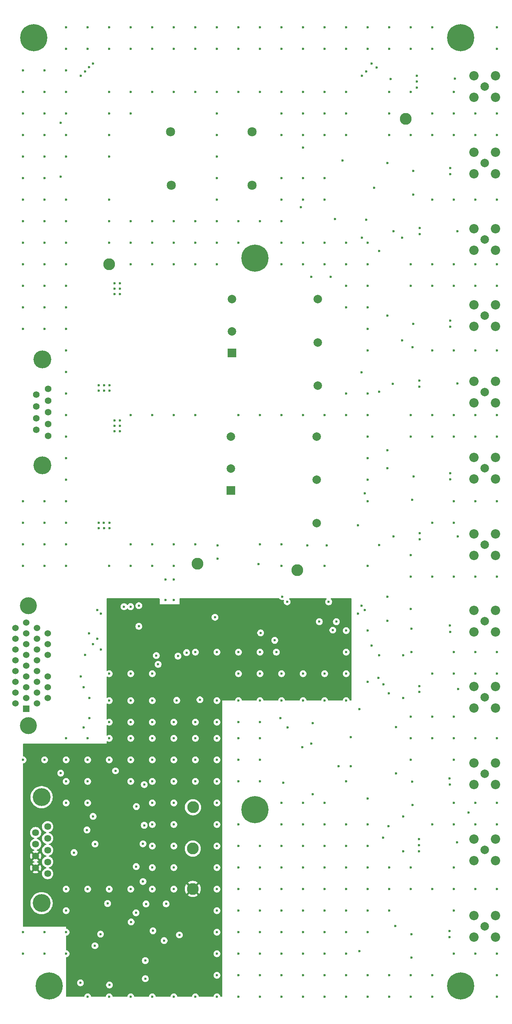
<source format=gbr>
%TF.GenerationSoftware,KiCad,Pcbnew,9.0.3*%
%TF.CreationDate,2025-09-16T13:44:48-04:00*%
%TF.ProjectId,WARM_TPC_Shaper,5741524d-5f54-4504-935f-536861706572,rev?*%
%TF.SameCoordinates,Original*%
%TF.FileFunction,Copper,L8,Inr*%
%TF.FilePolarity,Positive*%
%FSLAX46Y46*%
G04 Gerber Fmt 4.6, Leading zero omitted, Abs format (unit mm)*
G04 Created by KiCad (PCBNEW 9.0.3) date 2025-09-16 13:44:48*
%MOMM*%
%LPD*%
G01*
G04 APERTURE LIST*
%TA.AperFunction,ComponentPad*%
%ADD10C,2.800000*%
%TD*%
%TA.AperFunction,ComponentPad*%
%ADD11C,2.006600*%
%TD*%
%TA.AperFunction,ComponentPad*%
%ADD12C,2.209800*%
%TD*%
%TA.AperFunction,ComponentPad*%
%ADD13C,1.635000*%
%TD*%
%TA.AperFunction,ComponentPad*%
%ADD14C,4.216000*%
%TD*%
%TA.AperFunction,ComponentPad*%
%ADD15C,2.159000*%
%TD*%
%TA.AperFunction,ComponentPad*%
%ADD16R,2.000000X2.000000*%
%TD*%
%TA.AperFunction,ComponentPad*%
%ADD17C,2.000000*%
%TD*%
%TA.AperFunction,ComponentPad*%
%ADD18C,1.560000*%
%TD*%
%TA.AperFunction,ComponentPad*%
%ADD19C,6.400000*%
%TD*%
%TA.AperFunction,ComponentPad*%
%ADD20C,4.000000*%
%TD*%
%TA.AperFunction,ComponentPad*%
%ADD21R,1.530000X1.530000*%
%TD*%
%TA.AperFunction,ComponentPad*%
%ADD22C,1.530000*%
%TD*%
%TA.AperFunction,ViaPad*%
%ADD23C,0.600000*%
%TD*%
G04 APERTURE END LIST*
D10*
%TO.N,/V_SEC_RTN*%
%TO.C,SEC_{RTN}1*%
X181508400Y-163576000D03*
%TD*%
D11*
%TO.N,/M_SHPR_6*%
%TO.C,J13*%
X225680000Y-247544999D03*
D12*
%TO.N,/PM3p3V_RTN*%
X228220000Y-245004999D03*
X223140000Y-245004999D03*
X223140000Y-250084999D03*
X228220000Y-250084999D03*
%TD*%
D10*
%TO.N,/TELEM_M5V*%
%TO.C,TELEM_{-5V}1*%
X156870400Y-238709200D03*
%TD*%
D13*
%TO.N,/TELEM_RTN*%
%TO.C,J15*%
X122640000Y-235115000D03*
X122640000Y-232345000D03*
%TO.N,unconnected-(J15-Pad3)*%
X122640000Y-229575000D03*
%TO.N,/TELEM_RTN*%
X122640000Y-226805000D03*
X122640000Y-224035000D03*
%TO.N,/TELEM_M5V*%
X119800000Y-233730000D03*
X119800000Y-230960000D03*
%TO.N,/TELEM_P5V*%
X119800000Y-228190000D03*
X119800000Y-225420000D03*
D14*
%TO.N,GNDPWR*%
X121220000Y-217075000D03*
X121220000Y-242075000D03*
%TD*%
D15*
%TO.N,Net-(M2-Pad3)*%
%TO.C,P4*%
X170830000Y-60150000D03*
%TD*%
D11*
%TO.N,/M_SHPR_2*%
%TO.C,J5*%
X225680000Y-103544999D03*
D12*
%TO.N,/PM3p3V_RTN*%
X228220000Y-101004999D03*
X223140000Y-101004999D03*
X223140000Y-106084999D03*
X228220000Y-106084999D03*
%TD*%
D10*
%TO.N,/TELEM_RTN*%
%TO.C,TELEM_{RTN}2*%
X156870400Y-229209600D03*
%TD*%
D11*
%TO.N,/M_SHPR_1*%
%TO.C,J3*%
X225680000Y-67544999D03*
D12*
%TO.N,/PM3p3V_RTN*%
X228220000Y-65004999D03*
X223140000Y-65004999D03*
X223140000Y-70084999D03*
X228220000Y-70084999D03*
%TD*%
D11*
%TO.N,/P_SHPR_6*%
%TO.C,J14*%
X225680000Y-229544999D03*
D12*
%TO.N,/PM3p3V_RTN*%
X228220000Y-227004999D03*
X223140000Y-227004999D03*
X223140000Y-232084999D03*
X228220000Y-232084999D03*
%TD*%
D10*
%TO.N,/TELEM_RTN*%
%TO.C,TELEM_{RTN}1*%
X207111600Y-57099200D03*
%TD*%
D16*
%TO.N,Net-(U1-+VIN)*%
%TO.C,U1*%
X166080000Y-112340000D03*
D17*
%TO.N,Net-(U1--VIN)*%
X166080000Y-107240000D03*
%TO.N,/P3p3V*%
X186380000Y-120040000D03*
%TO.N,unconnected-(U1-TRIM-Pad4)*%
X186380000Y-109840000D03*
%TO.N,/PM3p3V_RTN*%
X186380000Y-99640000D03*
%TO.N,/Main_CKT/Enable*%
X166080000Y-99640000D03*
%TD*%
D11*
%TO.N,/M_SHPR_5*%
%TO.C,J11*%
X225680000Y-211544999D03*
D12*
%TO.N,/PM3p3V_RTN*%
X228220000Y-209004999D03*
X223140000Y-209004999D03*
X223140000Y-214084999D03*
X228220000Y-214084999D03*
%TD*%
D10*
%TO.N,/V_SEC_RTN*%
%TO.C,SEC_{RTN}2*%
X137160000Y-91440000D03*
%TD*%
%TO.N,/Main_CKT/Enable*%
%TO.C,V_{EN}1*%
X157940000Y-162040000D03*
%TD*%
D18*
%TO.N,/V_SEC_RTN*%
%TO.C,J2*%
X122790000Y-120780000D03*
X122790000Y-123550000D03*
%TO.N,unconnected-(J2-Pad3)*%
X122790000Y-126320000D03*
%TO.N,/V_SEC_RTN*%
X122790000Y-129090000D03*
X122790000Y-131860000D03*
%TO.N,/V_SEC_IN*%
X119950000Y-122165000D03*
X119950000Y-124935000D03*
X119950000Y-127705000D03*
X119950000Y-130475000D03*
D14*
%TO.N,GNDPWR*%
X121370000Y-113820000D03*
X121370000Y-138820000D03*
%TD*%
D19*
%TO.N,GNDPWR*%
%TO.C,H7*%
X123000000Y-261620000D03*
%TD*%
%TO.N,GNDPWR*%
%TO.C,H5*%
X119380000Y-38000000D03*
%TD*%
D10*
%TO.N,/TELEM_P5V*%
%TO.C,TELEM_{+5V}1*%
X156921200Y-219456000D03*
%TD*%
D11*
%TO.N,/P_SHPR_5*%
%TO.C,J12*%
X225680000Y-193544999D03*
D12*
%TO.N,/PM3p3V_RTN*%
X228220000Y-191004999D03*
X223140000Y-191004999D03*
X223140000Y-196084999D03*
X228220000Y-196084999D03*
%TD*%
D19*
%TO.N,GNDPWR*%
%TO.C,H1*%
X220000000Y-38000000D03*
%TD*%
D16*
%TO.N,Net-(U2-+VIN)*%
%TO.C,U2*%
X165807500Y-144730000D03*
D17*
%TO.N,Net-(U2--VIN)*%
X165807500Y-139630000D03*
%TO.N,/PM3p3V_RTN*%
X186107500Y-152430000D03*
%TO.N,unconnected-(U2-TRIM-Pad4)*%
X186107500Y-142230000D03*
%TO.N,/M3p3V*%
X186107500Y-132030000D03*
%TO.N,/Main_CKT/Enable*%
X165807500Y-132030000D03*
%TD*%
D19*
%TO.N,GNDPWR*%
%TO.C,H2*%
X171500000Y-90000000D03*
%TD*%
D11*
%TO.N,/P_SHPR_4*%
%TO.C,J10*%
X225680000Y-157544999D03*
D12*
%TO.N,/PM3p3V_RTN*%
X228220000Y-155004999D03*
X223140000Y-155004999D03*
X223140000Y-160084999D03*
X228220000Y-160084999D03*
%TD*%
D11*
%TO.N,/P_SHPR_2*%
%TO.C,J6*%
X225680000Y-85544999D03*
D12*
%TO.N,/PM3p3V_RTN*%
X228220000Y-83004999D03*
X223140000Y-83004999D03*
X223140000Y-88084999D03*
X228220000Y-88084999D03*
%TD*%
D15*
%TO.N,Net-(P1-Pad1)*%
%TO.C,P1*%
X151810600Y-72790000D03*
%TD*%
D11*
%TO.N,/M_SHPR_4*%
%TO.C,J9*%
X225680000Y-175544999D03*
D12*
%TO.N,/PM3p3V_RTN*%
X228220000Y-173004999D03*
X223140000Y-173004999D03*
X223140000Y-178084999D03*
X228220000Y-178084999D03*
%TD*%
D19*
%TO.N,GNDPWR*%
%TO.C,H4*%
X220000000Y-261620000D03*
%TD*%
D11*
%TO.N,/P_SHPR_1*%
%TO.C,J4*%
X225680000Y-49544999D03*
D12*
%TO.N,/PM3p3V_RTN*%
X228220000Y-47004999D03*
X223140000Y-47004999D03*
X223140000Y-52084999D03*
X228220000Y-52084999D03*
%TD*%
D19*
%TO.N,GNDPWR*%
%TO.C,H3*%
X171500000Y-220000000D03*
%TD*%
D15*
%TO.N,Net-(M1-Pad3)*%
%TO.C,P2*%
X170809800Y-72790000D03*
%TD*%
%TO.N,Net-(P3-Pad1)*%
%TO.C,P3*%
X151620000Y-60148000D03*
%TD*%
D11*
%TO.N,/P_SHPR_3*%
%TO.C,J8*%
X225680000Y-121544999D03*
D12*
%TO.N,/PM3p3V_RTN*%
X228220000Y-119004999D03*
X223140000Y-119004999D03*
X223140000Y-124084999D03*
X228220000Y-124084999D03*
%TD*%
D20*
%TO.N,GNDPWR*%
%TO.C,J1*%
X118098000Y-171909500D03*
X118098000Y-200230500D03*
D21*
%TO.N,/i_Sense_6-*%
X117590000Y-196230000D03*
D22*
%TO.N,/TELEM_RTN*%
X115050000Y-194960000D03*
%TO.N,/i_Sense_6+*%
X117590000Y-193690000D03*
%TO.N,/TELEM_RTN*%
X115050000Y-192420000D03*
%TO.N,/i_Sense_5-*%
X117590000Y-191150000D03*
%TO.N,/TELEM_RTN*%
X115050000Y-189880000D03*
%TO.N,/i_Sense_5+*%
X117590000Y-188610000D03*
%TO.N,/TELEM_RTN*%
X115050000Y-187340000D03*
X115050000Y-184800000D03*
%TO.N,/i_Sense_4+*%
X117590000Y-183530000D03*
%TO.N,/TELEM_RTN*%
X115050000Y-182260000D03*
%TO.N,/i_Sense_3-*%
X117590000Y-180990000D03*
%TO.N,/TELEM_RTN*%
X115050000Y-179720000D03*
%TO.N,/i_Sense_3+*%
X117590000Y-178450000D03*
%TO.N,/TELEM_RTN*%
X115050000Y-177180000D03*
%TO.N,/Enable+*%
X117590000Y-175910000D03*
%TO.N,/TELEM_RTN*%
X120130000Y-194960000D03*
%TO.N,/P3p3V_MON*%
X122670000Y-193690000D03*
%TO.N,/TELEM_RTN*%
X120130000Y-192420000D03*
%TO.N,/M3p3V_MON*%
X122670000Y-191150000D03*
%TO.N,/TEMP_MON*%
X120130000Y-189880000D03*
%TO.N,/i_Sense_2-*%
X122670000Y-188610000D03*
%TO.N,/TELEM_RTN*%
X120130000Y-187340000D03*
%TO.N,/i_Sense_4-*%
X117590000Y-186070000D03*
%TO.N,/TELEM_RTN*%
X120130000Y-184800000D03*
%TO.N,/i_Sense_2+*%
X122670000Y-183530000D03*
%TO.N,/TELEM_RTN*%
X120130000Y-182260000D03*
%TO.N,/i_Sense_1-*%
X122670000Y-180990000D03*
%TO.N,/TELEM_RTN*%
X120130000Y-179720000D03*
%TO.N,/Enable-*%
X120130000Y-177180000D03*
%TO.N,/i_Sense_1+*%
X122670000Y-178450000D03*
%TD*%
D11*
%TO.N,/M_SHPR_3*%
%TO.C,J7*%
X225680000Y-139544999D03*
D12*
%TO.N,/PM3p3V_RTN*%
X228220000Y-137004999D03*
X223140000Y-137004999D03*
X223140000Y-142084999D03*
X228220000Y-142084999D03*
%TD*%
D23*
%TO.N,/P3p3V*%
X206470000Y-183600000D03*
X200810000Y-121490000D03*
X206470000Y-193730000D03*
X200810000Y-183600000D03*
X209720000Y-49789999D03*
X206480000Y-221620000D03*
X200810000Y-157650000D03*
X210180000Y-229844999D03*
X206470000Y-229850000D03*
X200810000Y-88260000D03*
%TO.N,/PM3p3V_RTN*%
X188446000Y-157730000D03*
X189426000Y-94380000D03*
X221860000Y-220670000D03*
%TO.N,GNDPWR*%
X184796000Y-94380000D03*
X183886000Y-157730000D03*
%TO.N,/V_SEC_RTN*%
X187960000Y-40640000D03*
X218440000Y-152400000D03*
X121920000Y-66040000D03*
X127000000Y-147320000D03*
X147320000Y-81280000D03*
X157480000Y-157480000D03*
X213360000Y-60960000D03*
X121920000Y-152400000D03*
X139700000Y-129540000D03*
X187960000Y-35560000D03*
X116840000Y-152400000D03*
X127000000Y-45720000D03*
X167640000Y-50800000D03*
X138430000Y-98425000D03*
X127000000Y-50800000D03*
X177800000Y-157480000D03*
X223520000Y-111760000D03*
X142240000Y-55880000D03*
X121920000Y-162560000D03*
X182880000Y-86360000D03*
X127000000Y-60960000D03*
X162560000Y-60960000D03*
X208280000Y-40640000D03*
X228600000Y-147320000D03*
X198120000Y-101600000D03*
X172720000Y-50800000D03*
X116840000Y-81280000D03*
X150460000Y-165750000D03*
X198120000Y-162560000D03*
X142240000Y-35560000D03*
X116840000Y-96520000D03*
X198120000Y-121920000D03*
X198120000Y-91440000D03*
X213360000Y-96520000D03*
X228600000Y-165100000D03*
X223520000Y-55880000D03*
X127000000Y-106680000D03*
X139700000Y-130810000D03*
X147320000Y-50800000D03*
X127000000Y-40640000D03*
X228600000Y-35560000D03*
X223520000Y-147320000D03*
X162560000Y-81280000D03*
X193040000Y-40640000D03*
X116840000Y-86360000D03*
X132080000Y-40640000D03*
X182880000Y-40640000D03*
X116840000Y-71120000D03*
X147320000Y-86360000D03*
X177800000Y-76200000D03*
X228600000Y-60960000D03*
X116840000Y-91440000D03*
X152400000Y-157480000D03*
X203200000Y-55880000D03*
X213360000Y-55880000D03*
X182880000Y-60960000D03*
X208280000Y-96520000D03*
X139700000Y-98425000D03*
X198120000Y-106680000D03*
X187960000Y-76200000D03*
X121920000Y-81280000D03*
X132080000Y-35560000D03*
X213360000Y-165100000D03*
X228600000Y-132080000D03*
X137160000Y-81280000D03*
X198120000Y-35560000D03*
X203200000Y-40640000D03*
X193040000Y-35560000D03*
X213360000Y-152400000D03*
X193040000Y-86360000D03*
X218440000Y-165100000D03*
X193040000Y-121920000D03*
X162560000Y-50800000D03*
X208280000Y-132080000D03*
X203200000Y-35560000D03*
X152400000Y-86360000D03*
X127000000Y-157480000D03*
X218440000Y-127000000D03*
X223520000Y-96520000D03*
X193040000Y-55880000D03*
X157480000Y-127000000D03*
X172720000Y-40640000D03*
X208280000Y-127000000D03*
X157480000Y-35560000D03*
X177800000Y-86360000D03*
X121920000Y-76200000D03*
X138430000Y-130810000D03*
X218440000Y-76200000D03*
X127000000Y-127000000D03*
X147320000Y-162560000D03*
X193040000Y-101600000D03*
X121920000Y-71120000D03*
X198120000Y-142240000D03*
X121920000Y-101600000D03*
X177800000Y-35560000D03*
X152400000Y-40640000D03*
X218440000Y-132080000D03*
X127000000Y-96520000D03*
X167640000Y-81280000D03*
X147320000Y-35560000D03*
X157480000Y-86360000D03*
X198120000Y-96520000D03*
X127000000Y-91440000D03*
X223520000Y-127000000D03*
X228600000Y-55880000D03*
X142240000Y-91440000D03*
X127000000Y-111760000D03*
X193040000Y-127000000D03*
X187960000Y-55880000D03*
X172360000Y-162120000D03*
X198120000Y-86360000D03*
X127000000Y-137160000D03*
X142240000Y-162560000D03*
X138430000Y-128270000D03*
X137160000Y-162560000D03*
X137160000Y-35560000D03*
X193040000Y-96520000D03*
X138430000Y-97155000D03*
X142240000Y-81280000D03*
X142240000Y-50800000D03*
X162560000Y-66040000D03*
X127000000Y-132080000D03*
X172720000Y-127000000D03*
X208280000Y-91440000D03*
X152400000Y-162560000D03*
X142240000Y-127000000D03*
X203200000Y-50800000D03*
X223520000Y-76200000D03*
X218440000Y-111760000D03*
X223520000Y-165100000D03*
X127000000Y-86360000D03*
X127000000Y-66040000D03*
X121920000Y-106680000D03*
X198120000Y-137160000D03*
X167640000Y-127000000D03*
X177800000Y-60960000D03*
X142240000Y-86360000D03*
X147320000Y-91440000D03*
X152400000Y-81280000D03*
X228600000Y-111760000D03*
X172720000Y-35560000D03*
X218440000Y-91440000D03*
X127000000Y-101600000D03*
X152400000Y-35560000D03*
X116840000Y-50800000D03*
X218440000Y-60960000D03*
X177800000Y-91440000D03*
X187960000Y-60960000D03*
X193040000Y-60960000D03*
X198120000Y-111760000D03*
X152400000Y-127000000D03*
X223520000Y-132080000D03*
X137160000Y-55880000D03*
X127000000Y-121920000D03*
X152400000Y-91440000D03*
X182880000Y-35560000D03*
X147320000Y-157480000D03*
X127000000Y-116840000D03*
X127000000Y-35560000D03*
X218440000Y-55880000D03*
X182880000Y-76200000D03*
X142240000Y-40640000D03*
X177800000Y-55880000D03*
X137160000Y-60960000D03*
X187960000Y-127000000D03*
X208280000Y-165100000D03*
X187960000Y-71120000D03*
X193040000Y-50800000D03*
X152400000Y-50800000D03*
X228600000Y-76200000D03*
X157480000Y-40640000D03*
X213360000Y-111760000D03*
X116840000Y-45720000D03*
X121920000Y-60960000D03*
X218440000Y-50800000D03*
X116840000Y-60960000D03*
X228600000Y-96520000D03*
X121920000Y-86360000D03*
X198120000Y-132080000D03*
X203200000Y-60960000D03*
X139700000Y-128270000D03*
X223520000Y-91440000D03*
X172720000Y-157480000D03*
X218440000Y-147320000D03*
X121920000Y-91440000D03*
X228600000Y-91440000D03*
X138430000Y-129540000D03*
X162560000Y-76200000D03*
X187960000Y-50800000D03*
X177800000Y-50800000D03*
X121920000Y-55880000D03*
X116840000Y-76200000D03*
X147320000Y-40640000D03*
X139700000Y-95885000D03*
X182880000Y-50800000D03*
X162560000Y-35560000D03*
X162560000Y-86360000D03*
X147320000Y-127000000D03*
X152350000Y-165770000D03*
X137160000Y-86360000D03*
X198120000Y-127000000D03*
X139700000Y-97155000D03*
X182880000Y-55880000D03*
X182880000Y-127000000D03*
X177800000Y-40640000D03*
X162560000Y-71120000D03*
X187960000Y-86360000D03*
X127000000Y-55880000D03*
X116840000Y-101600000D03*
X167640000Y-86360000D03*
X177800000Y-81280000D03*
X127000000Y-142240000D03*
X127000000Y-76200000D03*
X157480000Y-81280000D03*
X121920000Y-147320000D03*
X157480000Y-50800000D03*
X137160000Y-66040000D03*
X137160000Y-40640000D03*
X138430000Y-95885000D03*
X182880000Y-91440000D03*
X208280000Y-50800000D03*
X121920000Y-50800000D03*
X127000000Y-81280000D03*
X213360000Y-132080000D03*
X213360000Y-76200000D03*
X187960000Y-91440000D03*
X162560000Y-55880000D03*
X223520000Y-60960000D03*
X121920000Y-96520000D03*
X218440000Y-96520000D03*
X121920000Y-45720000D03*
X228600000Y-40640000D03*
X198120000Y-40640000D03*
X193040000Y-91440000D03*
X121920000Y-157480000D03*
X116840000Y-106680000D03*
X116840000Y-66040000D03*
X213360000Y-40640000D03*
X213360000Y-91440000D03*
X157480000Y-91440000D03*
X116840000Y-55880000D03*
X127000000Y-152400000D03*
X177800000Y-127000000D03*
X177800000Y-162560000D03*
X162560000Y-91440000D03*
X142240000Y-157480000D03*
X228600000Y-127000000D03*
X213360000Y-127000000D03*
X208280000Y-160020000D03*
X116840000Y-162560000D03*
X116840000Y-157480000D03*
X167640000Y-35560000D03*
X162560000Y-40640000D03*
X137160000Y-50800000D03*
X198120000Y-147320000D03*
X137160000Y-76200000D03*
X213360000Y-35560000D03*
X177800000Y-71120000D03*
X187960000Y-162560000D03*
X127000000Y-162560000D03*
X182880000Y-71120000D03*
X208280000Y-35560000D03*
X172720000Y-81280000D03*
X116840000Y-147320000D03*
X167640000Y-40640000D03*
X208280000Y-60960000D03*
%TO.N,/M3p3V*%
X177980000Y-169790000D03*
X202750000Y-169790000D03*
X204800000Y-200580000D03*
X202770000Y-103530000D03*
X204620000Y-247480000D03*
X204770000Y-211500000D03*
X202760000Y-139540000D03*
X202760000Y-175480000D03*
X202770000Y-135310000D03*
X202770000Y-67540000D03*
%TO.N,/V_SEC_IN*%
X134720000Y-121250000D03*
X134682500Y-153660000D03*
X134682500Y-152390000D03*
X137260000Y-119980000D03*
X135990000Y-121250000D03*
X137222500Y-153660000D03*
X135952500Y-153660000D03*
X135990000Y-119980000D03*
X135902500Y-152390000D03*
X134720000Y-119980000D03*
X137260000Y-121250000D03*
X137222500Y-152390000D03*
%TO.N,/TELEM_RTN*%
X145130000Y-236970000D03*
X228600000Y-223520000D03*
X182880000Y-218440000D03*
X198120000Y-233680000D03*
X142240000Y-203200000D03*
X218440000Y-223520000D03*
X198120000Y-243840000D03*
X219470000Y-191614999D03*
X121920000Y-208280000D03*
X217570000Y-68694999D03*
X218440000Y-198120000D03*
X228600000Y-254000000D03*
X136786200Y-242165000D03*
X145140000Y-228080000D03*
X167640000Y-248920000D03*
X208280000Y-172720000D03*
X147320000Y-203200000D03*
X187960000Y-233680000D03*
X157480000Y-203200000D03*
X157480000Y-182880000D03*
X208280000Y-259080000D03*
X203200000Y-264160000D03*
X176580000Y-182880000D03*
X167640000Y-259080000D03*
X193040000Y-259080000D03*
X127000000Y-248920000D03*
X182880000Y-233680000D03*
X152400000Y-238760000D03*
X193040000Y-254000000D03*
X223520000Y-254000000D03*
X132080000Y-218440000D03*
X218440000Y-187960000D03*
X167640000Y-228600000D03*
X213360000Y-203200000D03*
X172720000Y-254000000D03*
X193040000Y-177800000D03*
X142240000Y-208280000D03*
X147320000Y-187960000D03*
X182880000Y-238760000D03*
X132080000Y-264160000D03*
X198120000Y-223520000D03*
X172720000Y-233680000D03*
X208570000Y-213394999D03*
X187960000Y-187960000D03*
X177800000Y-243840000D03*
X162560000Y-228600000D03*
X203200000Y-233680000D03*
X217600000Y-104689999D03*
X213360000Y-259080000D03*
X162560000Y-223520000D03*
X130376200Y-260865000D03*
X167640000Y-182880000D03*
X198120000Y-259080000D03*
X127000000Y-213360000D03*
X213360000Y-198120000D03*
X223520000Y-182880000D03*
X147320000Y-199390000D03*
X228600000Y-238760000D03*
X198120000Y-177800000D03*
X209730000Y-48339999D03*
X147320000Y-218440000D03*
X137160000Y-199390000D03*
X172720000Y-259080000D03*
X172720000Y-187960000D03*
X210290000Y-120254999D03*
X152400000Y-223520000D03*
X223520000Y-203200000D03*
X187960000Y-259080000D03*
X203200000Y-238760000D03*
X218440000Y-243840000D03*
X162560000Y-233680000D03*
X148695476Y-185749999D03*
X157480000Y-213360000D03*
X127000000Y-208280000D03*
X177800000Y-254000000D03*
X208470000Y-182894999D03*
X176190000Y-180100000D03*
X162560000Y-238760000D03*
X213360000Y-223520000D03*
X187960000Y-228600000D03*
X157480000Y-199390000D03*
X116840000Y-208280000D03*
X217450000Y-212659999D03*
X208460000Y-177384999D03*
X182880000Y-254000000D03*
X127000000Y-218440000D03*
X208280000Y-203200000D03*
X121920000Y-254000000D03*
X152400000Y-199390000D03*
X193040000Y-248920000D03*
X167640000Y-194310000D03*
X223520000Y-223520000D03*
X127000000Y-238760000D03*
X203200000Y-243840000D03*
X172720000Y-208280000D03*
X177800000Y-228600000D03*
X204198000Y-155624999D03*
X185180000Y-199630000D03*
X219270000Y-119534999D03*
X210420000Y-84289999D03*
X152400000Y-213360000D03*
X147320000Y-213360000D03*
X147320000Y-194310000D03*
X167640000Y-213360000D03*
X193040000Y-187960000D03*
X167640000Y-208280000D03*
X172720000Y-213360000D03*
X132080000Y-238760000D03*
X182880000Y-243840000D03*
X172720000Y-243840000D03*
X148265476Y-183690000D03*
X218680000Y-47664999D03*
X162560000Y-248920000D03*
X157480000Y-264160000D03*
X182880000Y-194310000D03*
X162560000Y-208280000D03*
X198120000Y-238760000D03*
X208890000Y-74959999D03*
X172720000Y-238760000D03*
X116840000Y-254000000D03*
X177800000Y-259080000D03*
X167640000Y-238760000D03*
X217370000Y-248649999D03*
X182720000Y-205310000D03*
X187960000Y-254000000D03*
X201780000Y-226610000D03*
X187960000Y-243840000D03*
X193040000Y-223520000D03*
X218440000Y-208280000D03*
X142240000Y-264160000D03*
X208820000Y-105434999D03*
X182880000Y-264160000D03*
X172720000Y-203200000D03*
X208700000Y-110954999D03*
X204070000Y-119619999D03*
X147320000Y-228600000D03*
X147320000Y-233680000D03*
X182850000Y-63940000D03*
X210340000Y-192284999D03*
X210190000Y-228394999D03*
X167640000Y-264160000D03*
X177800000Y-238760000D03*
X218440000Y-203200000D03*
X187960000Y-223520000D03*
X177800000Y-248920000D03*
X167640000Y-203200000D03*
X162560000Y-182880000D03*
X172720000Y-199390000D03*
X162560000Y-264160000D03*
X142240000Y-238760000D03*
X167640000Y-187960000D03*
X152350000Y-170580000D03*
X172720000Y-264160000D03*
X219230000Y-227724999D03*
X150470000Y-170610000D03*
X142316200Y-246515000D03*
X208460000Y-254914999D03*
X208280000Y-264160000D03*
X218440000Y-233680000D03*
X133820000Y-228120000D03*
X153075476Y-194250000D03*
X127000000Y-203200000D03*
X152400000Y-208280000D03*
X182880000Y-187960000D03*
X213360000Y-264160000D03*
X187960000Y-218440000D03*
X218440000Y-182880000D03*
X162560000Y-213360000D03*
X127000000Y-243840000D03*
X193040000Y-228600000D03*
X187960000Y-248920000D03*
X147320000Y-223520000D03*
X208710000Y-218930000D03*
X152400000Y-233680000D03*
X177800000Y-233680000D03*
X187960000Y-194310000D03*
X208280000Y-238760000D03*
X147320000Y-238760000D03*
X172720000Y-228600000D03*
X172720000Y-182880000D03*
X162560000Y-199390000D03*
X167640000Y-233680000D03*
X217530000Y-176629999D03*
X167640000Y-223520000D03*
X142240000Y-199390000D03*
X198120000Y-228600000D03*
X193040000Y-194310000D03*
X157480000Y-208280000D03*
X198120000Y-264160000D03*
X208280000Y-233680000D03*
X162560000Y-243840000D03*
X208280000Y-208280000D03*
X187960000Y-264160000D03*
X167640000Y-243840000D03*
X193040000Y-264160000D03*
X219390000Y-155574999D03*
X121920000Y-248920000D03*
X210418000Y-156259999D03*
X213360000Y-238760000D03*
X167640000Y-254000000D03*
X213360000Y-187960000D03*
X177800000Y-187960000D03*
X162560000Y-254000000D03*
X142240000Y-187960000D03*
X162560000Y-218440000D03*
X228600000Y-264160000D03*
X152400000Y-218440000D03*
X218440000Y-218440000D03*
X167640000Y-199390000D03*
X162560000Y-259080000D03*
X172720000Y-194310000D03*
X152400000Y-228600000D03*
X218440000Y-254000000D03*
X208280000Y-198120000D03*
X193040000Y-238760000D03*
X228600000Y-182880000D03*
X135116200Y-249380000D03*
X128880000Y-230150000D03*
X218440000Y-238760000D03*
X198120000Y-248920000D03*
X177800000Y-264160000D03*
X177800000Y-223520000D03*
X193040000Y-243840000D03*
X177800000Y-218440000D03*
X208620000Y-146964999D03*
X182390000Y-77960000D03*
X190730000Y-175700000D03*
X182880000Y-223520000D03*
X223520000Y-218440000D03*
X223520000Y-238760000D03*
X152400000Y-264160000D03*
X147320000Y-208280000D03*
X132080000Y-203200000D03*
X217600000Y-140689999D03*
X194160000Y-209790000D03*
X193040000Y-233680000D03*
X137226200Y-261375000D03*
X223520000Y-187960000D03*
X137160000Y-238760000D03*
X204200000Y-83654999D03*
X145420000Y-214110000D03*
X203200000Y-259080000D03*
X177800000Y-194310000D03*
X162560000Y-194310000D03*
X193040000Y-182880000D03*
X208440000Y-249394999D03*
X228600000Y-218440000D03*
X137160000Y-208280000D03*
X137160000Y-187960000D03*
X182880000Y-228600000D03*
X208940000Y-141439999D03*
X137160000Y-203200000D03*
X142240000Y-213360000D03*
X138640000Y-210880000D03*
X145666200Y-259885000D03*
X201840000Y-190500000D03*
X182880000Y-248920000D03*
X137160000Y-194310000D03*
X152400000Y-203200000D03*
X132080000Y-213360000D03*
X228600000Y-203200000D03*
X228600000Y-187960000D03*
X127000000Y-254000000D03*
X116840000Y-248920000D03*
X172720000Y-248920000D03*
X147320000Y-264160000D03*
X194160000Y-202930000D03*
X132080000Y-208280000D03*
X203510000Y-47704999D03*
X142240000Y-194310000D03*
X228600000Y-259080000D03*
X131910000Y-224810000D03*
X145430000Y-223710000D03*
X182880000Y-259080000D03*
X185140000Y-216380000D03*
X219260000Y-83619999D03*
X172870000Y-178340000D03*
X155405476Y-182990000D03*
X208835000Y-69429999D03*
X187960000Y-238760000D03*
X162560000Y-203200000D03*
X193040000Y-213360000D03*
X137160000Y-264160000D03*
X140660000Y-172170000D03*
%TO.N,/i_Sense_1+*%
X200260000Y-44990000D03*
X132420000Y-44970000D03*
X132420000Y-178460000D03*
%TO.N,/i_Sense_2+*%
X131450000Y-45910000D03*
X197760000Y-80950000D03*
X131450000Y-183540000D03*
X197760000Y-45910000D03*
%TO.N,/TELEM_P5V*%
X133350000Y-221600000D03*
X150576200Y-242235000D03*
X125720000Y-211410000D03*
X158560000Y-194110000D03*
X125730000Y-70770000D03*
X186700000Y-175700000D03*
X125730000Y-58070000D03*
X145666200Y-255625000D03*
X162110000Y-174650000D03*
X153716200Y-249575000D03*
X133796200Y-252115000D03*
%TO.N,/TELEM_M5V*%
X128880000Y-255940000D03*
X180770000Y-182880000D03*
X138730000Y-258515000D03*
%TO.N,/i_Sense_3+*%
X144150000Y-176790000D03*
X196660000Y-116920000D03*
X144150000Y-171930000D03*
X196670000Y-171930000D03*
%TO.N,/i_Sense_4+*%
X195830000Y-173800000D03*
X195830000Y-152930000D03*
X135200000Y-173800000D03*
X135200000Y-182270000D03*
%TO.N,/i_Sense_5+*%
X200640000Y-188950000D03*
%TO.N,/i_Sense_6+*%
X203050000Y-223930000D03*
X203080000Y-192590000D03*
%TO.N,/i_Sense_1-*%
X199670000Y-73400000D03*
X133360000Y-181010000D03*
X133357380Y-44063928D03*
X199060000Y-44070000D03*
%TO.N,/i_Sense_2-*%
X206270000Y-85190000D03*
X196790000Y-85190000D03*
X130470000Y-188620000D03*
X206274999Y-109404999D03*
X196790000Y-46940000D03*
X130470000Y-46940000D03*
%TO.N,/i_Sense_3-*%
X134350000Y-179710000D03*
X197410000Y-172910000D03*
X134360000Y-172920000D03*
X197410000Y-145404999D03*
%TO.N,/i_Sense_4-*%
X199010000Y-181350000D03*
%TO.N,/i_Sense_5-*%
X198140000Y-189900000D03*
X198130000Y-217370000D03*
%TO.N,/i_Sense_6-*%
X196180000Y-253370000D03*
X196180000Y-196340000D03*
%TO.N,Net-(U17A-A_OUT)*%
X179120000Y-171010000D03*
X190440000Y-80790000D03*
X188910000Y-171020000D03*
%TO.N,Net-(U17B-B_OUT)*%
X192210000Y-66960000D03*
X189890000Y-177690000D03*
%TO.N,/TELEM_P3p3V*%
X210418000Y-154859999D03*
X210340000Y-190884999D03*
X210190000Y-226994999D03*
X217380000Y-250119999D03*
X210290000Y-118854999D03*
X217460000Y-214129999D03*
X209730000Y-46939999D03*
X142210000Y-172150000D03*
X217610000Y-142159999D03*
X217610000Y-106159999D03*
X153375476Y-183820000D03*
X184780000Y-204410000D03*
X143570000Y-219300000D03*
X217540000Y-178099999D03*
X217580000Y-70164999D03*
X210420000Y-82889999D03*
%TO.N,/TELEM_M3p3V*%
X143530000Y-233450000D03*
X191210000Y-209790000D03*
%TO.N,Net-(LED1-Pad2)*%
X150106199Y-250914999D03*
%TO.N,Net-(LED1-Pad1)*%
X147476199Y-248594999D03*
%TO.N,Net-(LED2-Pad1)*%
X143486200Y-244345000D03*
%TO.N,Net-(LED2-Pad2)*%
X145836200Y-242255000D03*
%TO.N,/Main_CKT/Enable*%
X162740000Y-157720000D03*
X162740000Y-160850000D03*
%TO.N,/P3p3V_MON*%
X132530000Y-198410000D03*
X132530000Y-193700000D03*
X178230000Y-213670000D03*
X177570000Y-198410000D03*
%TO.N,/M3p3V_MON*%
X179200000Y-200600000D03*
X131149881Y-200600833D03*
X131150000Y-191160000D03*
%TD*%
%TA.AperFunction,Conductor*%
%TO.N,/TELEM_M5V*%
G36*
X148990239Y-170199685D02*
G01*
X149035994Y-170252489D01*
X149047200Y-170304000D01*
X149047200Y-171602400D01*
X153720800Y-171602400D01*
X153720800Y-170304000D01*
X153740485Y-170236961D01*
X153793289Y-170191206D01*
X153844800Y-170180000D01*
X177211557Y-170180000D01*
X177278596Y-170199685D01*
X177314659Y-170235110D01*
X177358207Y-170300284D01*
X177358213Y-170300292D01*
X177469707Y-170411786D01*
X177469711Y-170411789D01*
X177600814Y-170499390D01*
X177600827Y-170499397D01*
X177746498Y-170559735D01*
X177746503Y-170559737D01*
X177872538Y-170584807D01*
X177901153Y-170590499D01*
X177901156Y-170590500D01*
X177901158Y-170590500D01*
X178058844Y-170590500D01*
X178058845Y-170590499D01*
X178213497Y-170559737D01*
X178213509Y-170559731D01*
X178219324Y-170557969D01*
X178219940Y-170560000D01*
X178279836Y-170553547D01*
X178342322Y-170584807D01*
X178377989Y-170644888D01*
X178375512Y-170714713D01*
X178372410Y-170723032D01*
X178350264Y-170776499D01*
X178350261Y-170776510D01*
X178319500Y-170931153D01*
X178319500Y-171088846D01*
X178350261Y-171243489D01*
X178350264Y-171243501D01*
X178410602Y-171389172D01*
X178410609Y-171389185D01*
X178498210Y-171520288D01*
X178498213Y-171520292D01*
X178609707Y-171631786D01*
X178609711Y-171631789D01*
X178740814Y-171719390D01*
X178740827Y-171719397D01*
X178886498Y-171779735D01*
X178886503Y-171779737D01*
X179041153Y-171810499D01*
X179041156Y-171810500D01*
X179041158Y-171810500D01*
X179198844Y-171810500D01*
X179198845Y-171810499D01*
X179353497Y-171779737D01*
X179466166Y-171733067D01*
X179499172Y-171719397D01*
X179499172Y-171719396D01*
X179499179Y-171719394D01*
X179630289Y-171631789D01*
X179741789Y-171520289D01*
X179829394Y-171389179D01*
X179889737Y-171243497D01*
X179920500Y-171088842D01*
X179920500Y-170931158D01*
X179920500Y-170931155D01*
X179920499Y-170931153D01*
X179889737Y-170776503D01*
X179833539Y-170640827D01*
X179829397Y-170630827D01*
X179829390Y-170630814D01*
X179741789Y-170499711D01*
X179741786Y-170499707D01*
X179633760Y-170391681D01*
X179600275Y-170330358D01*
X179605259Y-170260666D01*
X179647131Y-170204733D01*
X179712595Y-170180316D01*
X179721441Y-170180000D01*
X188319045Y-170180000D01*
X188386084Y-170199685D01*
X188431839Y-170252489D01*
X188441783Y-170321647D01*
X188412758Y-170385203D01*
X188403920Y-170393805D01*
X188404018Y-170393903D01*
X188288213Y-170509707D01*
X188288210Y-170509711D01*
X188200609Y-170640814D01*
X188200602Y-170640827D01*
X188140264Y-170786498D01*
X188140261Y-170786510D01*
X188109500Y-170941153D01*
X188109500Y-171098846D01*
X188140261Y-171253489D01*
X188140264Y-171253501D01*
X188200602Y-171399172D01*
X188200609Y-171399185D01*
X188288210Y-171530288D01*
X188288213Y-171530292D01*
X188399707Y-171641786D01*
X188399711Y-171641789D01*
X188530814Y-171729390D01*
X188530827Y-171729397D01*
X188652363Y-171779738D01*
X188676503Y-171789737D01*
X188831153Y-171820499D01*
X188831156Y-171820500D01*
X188831158Y-171820500D01*
X188988844Y-171820500D01*
X188988845Y-171820499D01*
X189143497Y-171789737D01*
X189289179Y-171729394D01*
X189420289Y-171641789D01*
X189531789Y-171530289D01*
X189619394Y-171399179D01*
X189679737Y-171253497D01*
X189710500Y-171098842D01*
X189710500Y-170941158D01*
X189710500Y-170941155D01*
X189710499Y-170941153D01*
X189679738Y-170786510D01*
X189679737Y-170786503D01*
X189621079Y-170644888D01*
X189619397Y-170640827D01*
X189619390Y-170640814D01*
X189531789Y-170509711D01*
X189531786Y-170509707D01*
X189415982Y-170393903D01*
X189417325Y-170392559D01*
X189382959Y-170342118D01*
X189381082Y-170272273D01*
X189417264Y-170212502D01*
X189480018Y-170181780D01*
X189500955Y-170180000D01*
X194186000Y-170180000D01*
X194253039Y-170199685D01*
X194298794Y-170252489D01*
X194310000Y-170304000D01*
X194310000Y-194186000D01*
X194307449Y-194194685D01*
X194308738Y-194203647D01*
X194297759Y-194227687D01*
X194290315Y-194253039D01*
X194283474Y-194258966D01*
X194279713Y-194267203D01*
X194257478Y-194281492D01*
X194237511Y-194298794D01*
X194226996Y-194301081D01*
X194220935Y-194304977D01*
X194186000Y-194310000D01*
X193957947Y-194310000D01*
X193890908Y-194290315D01*
X193845153Y-194237511D01*
X193836330Y-194210191D01*
X193809738Y-194076510D01*
X193809738Y-194076508D01*
X193809737Y-194076503D01*
X193809735Y-194076498D01*
X193749397Y-193930827D01*
X193749390Y-193930814D01*
X193661789Y-193799711D01*
X193661786Y-193799707D01*
X193550292Y-193688213D01*
X193550288Y-193688210D01*
X193419185Y-193600609D01*
X193419172Y-193600602D01*
X193273501Y-193540264D01*
X193273489Y-193540261D01*
X193118845Y-193509500D01*
X193118842Y-193509500D01*
X192961158Y-193509500D01*
X192961155Y-193509500D01*
X192806510Y-193540261D01*
X192806498Y-193540264D01*
X192660827Y-193600602D01*
X192660814Y-193600609D01*
X192529711Y-193688210D01*
X192529707Y-193688213D01*
X192418213Y-193799707D01*
X192418210Y-193799711D01*
X192330609Y-193930814D01*
X192330602Y-193930827D01*
X192270264Y-194076498D01*
X192270261Y-194076510D01*
X192243670Y-194210191D01*
X192211285Y-194272102D01*
X192150569Y-194306677D01*
X192122053Y-194310000D01*
X188877947Y-194310000D01*
X188810908Y-194290315D01*
X188765153Y-194237511D01*
X188756330Y-194210191D01*
X188729738Y-194076510D01*
X188729738Y-194076508D01*
X188729737Y-194076503D01*
X188729735Y-194076498D01*
X188669397Y-193930827D01*
X188669390Y-193930814D01*
X188581789Y-193799711D01*
X188581786Y-193799707D01*
X188470292Y-193688213D01*
X188470288Y-193688210D01*
X188339185Y-193600609D01*
X188339172Y-193600602D01*
X188193501Y-193540264D01*
X188193489Y-193540261D01*
X188038845Y-193509500D01*
X188038842Y-193509500D01*
X187881158Y-193509500D01*
X187881155Y-193509500D01*
X187726510Y-193540261D01*
X187726498Y-193540264D01*
X187580827Y-193600602D01*
X187580814Y-193600609D01*
X187449711Y-193688210D01*
X187449707Y-193688213D01*
X187338213Y-193799707D01*
X187338210Y-193799711D01*
X187250609Y-193930814D01*
X187250602Y-193930827D01*
X187190264Y-194076498D01*
X187190261Y-194076510D01*
X187163670Y-194210191D01*
X187131285Y-194272102D01*
X187070569Y-194306677D01*
X187042053Y-194310000D01*
X183797947Y-194310000D01*
X183730908Y-194290315D01*
X183685153Y-194237511D01*
X183676330Y-194210191D01*
X183649738Y-194076510D01*
X183649738Y-194076508D01*
X183649737Y-194076503D01*
X183649735Y-194076498D01*
X183589397Y-193930827D01*
X183589390Y-193930814D01*
X183501789Y-193799711D01*
X183501786Y-193799707D01*
X183390292Y-193688213D01*
X183390288Y-193688210D01*
X183259185Y-193600609D01*
X183259172Y-193600602D01*
X183113501Y-193540264D01*
X183113489Y-193540261D01*
X182958845Y-193509500D01*
X182958842Y-193509500D01*
X182801158Y-193509500D01*
X182801155Y-193509500D01*
X182646510Y-193540261D01*
X182646498Y-193540264D01*
X182500827Y-193600602D01*
X182500814Y-193600609D01*
X182369711Y-193688210D01*
X182369707Y-193688213D01*
X182258213Y-193799707D01*
X182258210Y-193799711D01*
X182170609Y-193930814D01*
X182170602Y-193930827D01*
X182110264Y-194076498D01*
X182110261Y-194076510D01*
X182083670Y-194210191D01*
X182051285Y-194272102D01*
X181990569Y-194306677D01*
X181962053Y-194310000D01*
X178717947Y-194310000D01*
X178650908Y-194290315D01*
X178605153Y-194237511D01*
X178596330Y-194210191D01*
X178569738Y-194076510D01*
X178569738Y-194076508D01*
X178569737Y-194076503D01*
X178569735Y-194076498D01*
X178509397Y-193930827D01*
X178509390Y-193930814D01*
X178421789Y-193799711D01*
X178421786Y-193799707D01*
X178310292Y-193688213D01*
X178310288Y-193688210D01*
X178179185Y-193600609D01*
X178179172Y-193600602D01*
X178033501Y-193540264D01*
X178033489Y-193540261D01*
X177878845Y-193509500D01*
X177878842Y-193509500D01*
X177721158Y-193509500D01*
X177721155Y-193509500D01*
X177566510Y-193540261D01*
X177566498Y-193540264D01*
X177420827Y-193600602D01*
X177420814Y-193600609D01*
X177289711Y-193688210D01*
X177289707Y-193688213D01*
X177178213Y-193799707D01*
X177178210Y-193799711D01*
X177090609Y-193930814D01*
X177090602Y-193930827D01*
X177030264Y-194076498D01*
X177030261Y-194076510D01*
X177003670Y-194210191D01*
X176971285Y-194272102D01*
X176910569Y-194306677D01*
X176882053Y-194310000D01*
X173637947Y-194310000D01*
X173570908Y-194290315D01*
X173525153Y-194237511D01*
X173516330Y-194210191D01*
X173489738Y-194076510D01*
X173489738Y-194076508D01*
X173489737Y-194076503D01*
X173489735Y-194076498D01*
X173429397Y-193930827D01*
X173429390Y-193930814D01*
X173341789Y-193799711D01*
X173341786Y-193799707D01*
X173230292Y-193688213D01*
X173230288Y-193688210D01*
X173099185Y-193600609D01*
X173099172Y-193600602D01*
X172953501Y-193540264D01*
X172953489Y-193540261D01*
X172798845Y-193509500D01*
X172798842Y-193509500D01*
X172641158Y-193509500D01*
X172641155Y-193509500D01*
X172486510Y-193540261D01*
X172486498Y-193540264D01*
X172340827Y-193600602D01*
X172340814Y-193600609D01*
X172209711Y-193688210D01*
X172209707Y-193688213D01*
X172098213Y-193799707D01*
X172098210Y-193799711D01*
X172010609Y-193930814D01*
X172010602Y-193930827D01*
X171950264Y-194076498D01*
X171950261Y-194076510D01*
X171923670Y-194210191D01*
X171891285Y-194272102D01*
X171830569Y-194306677D01*
X171802053Y-194310000D01*
X168557947Y-194310000D01*
X168490908Y-194290315D01*
X168445153Y-194237511D01*
X168436330Y-194210191D01*
X168409738Y-194076510D01*
X168409738Y-194076508D01*
X168409737Y-194076503D01*
X168409735Y-194076498D01*
X168349397Y-193930827D01*
X168349390Y-193930814D01*
X168261789Y-193799711D01*
X168261786Y-193799707D01*
X168150292Y-193688213D01*
X168150288Y-193688210D01*
X168019185Y-193600609D01*
X168019172Y-193600602D01*
X167873501Y-193540264D01*
X167873489Y-193540261D01*
X167718845Y-193509500D01*
X167718842Y-193509500D01*
X167561158Y-193509500D01*
X167561155Y-193509500D01*
X167406510Y-193540261D01*
X167406498Y-193540264D01*
X167260827Y-193600602D01*
X167260814Y-193600609D01*
X167129711Y-193688210D01*
X167129707Y-193688213D01*
X167018213Y-193799707D01*
X167018210Y-193799711D01*
X166930609Y-193930814D01*
X166930602Y-193930827D01*
X166870264Y-194076498D01*
X166870261Y-194076510D01*
X166843670Y-194210191D01*
X166811285Y-194272102D01*
X166750569Y-194306677D01*
X166722053Y-194310000D01*
X163830000Y-194310000D01*
X163830000Y-264036000D01*
X163827449Y-264044685D01*
X163828738Y-264053647D01*
X163817759Y-264077687D01*
X163810315Y-264103039D01*
X163803474Y-264108966D01*
X163799713Y-264117203D01*
X163777478Y-264131492D01*
X163757511Y-264148794D01*
X163746996Y-264151081D01*
X163740935Y-264154977D01*
X163706000Y-264160000D01*
X163477947Y-264160000D01*
X163410908Y-264140315D01*
X163365153Y-264087511D01*
X163356330Y-264060191D01*
X163340006Y-263978130D01*
X163329737Y-263926503D01*
X163288540Y-263827044D01*
X163269397Y-263780827D01*
X163269390Y-263780814D01*
X163181789Y-263649711D01*
X163181786Y-263649707D01*
X163070292Y-263538213D01*
X163070288Y-263538210D01*
X162939185Y-263450609D01*
X162939172Y-263450602D01*
X162793501Y-263390264D01*
X162793489Y-263390261D01*
X162638845Y-263359500D01*
X162638842Y-263359500D01*
X162481158Y-263359500D01*
X162481155Y-263359500D01*
X162326510Y-263390261D01*
X162326498Y-263390264D01*
X162180827Y-263450602D01*
X162180814Y-263450609D01*
X162049711Y-263538210D01*
X162049707Y-263538213D01*
X161938213Y-263649707D01*
X161938210Y-263649711D01*
X161850609Y-263780814D01*
X161850602Y-263780827D01*
X161790264Y-263926498D01*
X161790261Y-263926510D01*
X161763670Y-264060191D01*
X161731285Y-264122102D01*
X161670569Y-264156677D01*
X161642053Y-264160000D01*
X158397947Y-264160000D01*
X158330908Y-264140315D01*
X158285153Y-264087511D01*
X158276330Y-264060191D01*
X158260006Y-263978130D01*
X158249737Y-263926503D01*
X158208540Y-263827044D01*
X158189397Y-263780827D01*
X158189390Y-263780814D01*
X158101789Y-263649711D01*
X158101786Y-263649707D01*
X157990292Y-263538213D01*
X157990288Y-263538210D01*
X157859185Y-263450609D01*
X157859172Y-263450602D01*
X157713501Y-263390264D01*
X157713489Y-263390261D01*
X157558845Y-263359500D01*
X157558842Y-263359500D01*
X157401158Y-263359500D01*
X157401155Y-263359500D01*
X157246510Y-263390261D01*
X157246498Y-263390264D01*
X157100827Y-263450602D01*
X157100814Y-263450609D01*
X156969711Y-263538210D01*
X156969707Y-263538213D01*
X156858213Y-263649707D01*
X156858210Y-263649711D01*
X156770609Y-263780814D01*
X156770602Y-263780827D01*
X156710264Y-263926498D01*
X156710261Y-263926510D01*
X156683670Y-264060191D01*
X156651285Y-264122102D01*
X156590569Y-264156677D01*
X156562053Y-264160000D01*
X153317947Y-264160000D01*
X153250908Y-264140315D01*
X153205153Y-264087511D01*
X153196330Y-264060191D01*
X153180006Y-263978130D01*
X153169737Y-263926503D01*
X153128540Y-263827044D01*
X153109397Y-263780827D01*
X153109390Y-263780814D01*
X153021789Y-263649711D01*
X153021786Y-263649707D01*
X152910292Y-263538213D01*
X152910288Y-263538210D01*
X152779185Y-263450609D01*
X152779172Y-263450602D01*
X152633501Y-263390264D01*
X152633489Y-263390261D01*
X152478845Y-263359500D01*
X152478842Y-263359500D01*
X152321158Y-263359500D01*
X152321155Y-263359500D01*
X152166510Y-263390261D01*
X152166498Y-263390264D01*
X152020827Y-263450602D01*
X152020814Y-263450609D01*
X151889711Y-263538210D01*
X151889707Y-263538213D01*
X151778213Y-263649707D01*
X151778210Y-263649711D01*
X151690609Y-263780814D01*
X151690602Y-263780827D01*
X151630264Y-263926498D01*
X151630261Y-263926510D01*
X151603670Y-264060191D01*
X151571285Y-264122102D01*
X151510569Y-264156677D01*
X151482053Y-264160000D01*
X148237947Y-264160000D01*
X148170908Y-264140315D01*
X148125153Y-264087511D01*
X148116330Y-264060191D01*
X148100006Y-263978130D01*
X148089737Y-263926503D01*
X148048540Y-263827044D01*
X148029397Y-263780827D01*
X148029390Y-263780814D01*
X147941789Y-263649711D01*
X147941786Y-263649707D01*
X147830292Y-263538213D01*
X147830288Y-263538210D01*
X147699185Y-263450609D01*
X147699172Y-263450602D01*
X147553501Y-263390264D01*
X147553489Y-263390261D01*
X147398845Y-263359500D01*
X147398842Y-263359500D01*
X147241158Y-263359500D01*
X147241155Y-263359500D01*
X147086510Y-263390261D01*
X147086498Y-263390264D01*
X146940827Y-263450602D01*
X146940814Y-263450609D01*
X146809711Y-263538210D01*
X146809707Y-263538213D01*
X146698213Y-263649707D01*
X146698210Y-263649711D01*
X146610609Y-263780814D01*
X146610602Y-263780827D01*
X146550264Y-263926498D01*
X146550261Y-263926510D01*
X146523670Y-264060191D01*
X146491285Y-264122102D01*
X146430569Y-264156677D01*
X146402053Y-264160000D01*
X143157947Y-264160000D01*
X143090908Y-264140315D01*
X143045153Y-264087511D01*
X143036330Y-264060191D01*
X143020006Y-263978130D01*
X143009737Y-263926503D01*
X142968540Y-263827044D01*
X142949397Y-263780827D01*
X142949390Y-263780814D01*
X142861789Y-263649711D01*
X142861786Y-263649707D01*
X142750292Y-263538213D01*
X142750288Y-263538210D01*
X142619185Y-263450609D01*
X142619172Y-263450602D01*
X142473501Y-263390264D01*
X142473489Y-263390261D01*
X142318845Y-263359500D01*
X142318842Y-263359500D01*
X142161158Y-263359500D01*
X142161155Y-263359500D01*
X142006510Y-263390261D01*
X142006498Y-263390264D01*
X141860827Y-263450602D01*
X141860814Y-263450609D01*
X141729711Y-263538210D01*
X141729707Y-263538213D01*
X141618213Y-263649707D01*
X141618210Y-263649711D01*
X141530609Y-263780814D01*
X141530602Y-263780827D01*
X141470264Y-263926498D01*
X141470261Y-263926510D01*
X141443670Y-264060191D01*
X141411285Y-264122102D01*
X141350569Y-264156677D01*
X141322053Y-264160000D01*
X138077947Y-264160000D01*
X138010908Y-264140315D01*
X137965153Y-264087511D01*
X137956330Y-264060191D01*
X137940006Y-263978130D01*
X137929737Y-263926503D01*
X137888540Y-263827044D01*
X137869397Y-263780827D01*
X137869390Y-263780814D01*
X137781789Y-263649711D01*
X137781786Y-263649707D01*
X137670292Y-263538213D01*
X137670288Y-263538210D01*
X137539185Y-263450609D01*
X137539172Y-263450602D01*
X137393501Y-263390264D01*
X137393489Y-263390261D01*
X137238845Y-263359500D01*
X137238842Y-263359500D01*
X137081158Y-263359500D01*
X137081155Y-263359500D01*
X136926510Y-263390261D01*
X136926498Y-263390264D01*
X136780827Y-263450602D01*
X136780814Y-263450609D01*
X136649711Y-263538210D01*
X136649707Y-263538213D01*
X136538213Y-263649707D01*
X136538210Y-263649711D01*
X136450609Y-263780814D01*
X136450602Y-263780827D01*
X136390264Y-263926498D01*
X136390261Y-263926510D01*
X136363670Y-264060191D01*
X136331285Y-264122102D01*
X136270569Y-264156677D01*
X136242053Y-264160000D01*
X132997947Y-264160000D01*
X132930908Y-264140315D01*
X132885153Y-264087511D01*
X132876330Y-264060191D01*
X132860006Y-263978130D01*
X132849737Y-263926503D01*
X132808540Y-263827044D01*
X132789397Y-263780827D01*
X132789390Y-263780814D01*
X132701789Y-263649711D01*
X132701786Y-263649707D01*
X132590292Y-263538213D01*
X132590288Y-263538210D01*
X132459185Y-263450609D01*
X132459172Y-263450602D01*
X132313501Y-263390264D01*
X132313489Y-263390261D01*
X132158845Y-263359500D01*
X132158842Y-263359500D01*
X132001158Y-263359500D01*
X132001155Y-263359500D01*
X131846510Y-263390261D01*
X131846498Y-263390264D01*
X131700827Y-263450602D01*
X131700814Y-263450609D01*
X131569711Y-263538210D01*
X131569707Y-263538213D01*
X131458213Y-263649707D01*
X131458210Y-263649711D01*
X131370609Y-263780814D01*
X131370602Y-263780827D01*
X131310264Y-263926498D01*
X131310261Y-263926510D01*
X131283670Y-264060191D01*
X131251285Y-264122102D01*
X131190569Y-264156677D01*
X131162053Y-264160000D01*
X127124000Y-264160000D01*
X127056961Y-264140315D01*
X127011206Y-264087511D01*
X127000000Y-264036000D01*
X127000000Y-260786153D01*
X129575700Y-260786153D01*
X129575700Y-260943846D01*
X129606461Y-261098489D01*
X129606464Y-261098501D01*
X129666802Y-261244172D01*
X129666809Y-261244185D01*
X129754410Y-261375288D01*
X129754413Y-261375292D01*
X129865907Y-261486786D01*
X129865911Y-261486789D01*
X129997014Y-261574390D01*
X129997027Y-261574397D01*
X130079363Y-261608501D01*
X130142703Y-261634737D01*
X130297353Y-261665499D01*
X130297356Y-261665500D01*
X130297358Y-261665500D01*
X130455044Y-261665500D01*
X130455045Y-261665499D01*
X130609697Y-261634737D01*
X130755379Y-261574394D01*
X130886489Y-261486789D01*
X130997989Y-261375289D01*
X131050866Y-261296153D01*
X136425700Y-261296153D01*
X136425700Y-261453846D01*
X136456461Y-261608489D01*
X136456464Y-261608501D01*
X136516802Y-261754172D01*
X136516809Y-261754185D01*
X136604410Y-261885288D01*
X136604413Y-261885292D01*
X136715907Y-261996786D01*
X136715911Y-261996789D01*
X136847014Y-262084390D01*
X136847027Y-262084397D01*
X136992698Y-262144735D01*
X136992703Y-262144737D01*
X137147353Y-262175499D01*
X137147356Y-262175500D01*
X137147358Y-262175500D01*
X137305044Y-262175500D01*
X137305045Y-262175499D01*
X137459697Y-262144737D01*
X137605379Y-262084394D01*
X137736489Y-261996789D01*
X137847989Y-261885289D01*
X137935594Y-261754179D01*
X137995937Y-261608497D01*
X138026700Y-261453842D01*
X138026700Y-261296158D01*
X138026700Y-261296155D01*
X138026699Y-261296153D01*
X138016049Y-261242611D01*
X137995937Y-261141503D01*
X137978125Y-261098501D01*
X137935597Y-260995827D01*
X137935590Y-260995814D01*
X137847989Y-260864711D01*
X137847986Y-260864707D01*
X137736492Y-260753213D01*
X137736488Y-260753210D01*
X137605385Y-260665609D01*
X137605372Y-260665602D01*
X137459701Y-260605264D01*
X137459689Y-260605261D01*
X137305045Y-260574500D01*
X137305042Y-260574500D01*
X137147358Y-260574500D01*
X137147355Y-260574500D01*
X136992710Y-260605261D01*
X136992698Y-260605264D01*
X136847027Y-260665602D01*
X136847014Y-260665609D01*
X136715911Y-260753210D01*
X136715907Y-260753213D01*
X136604413Y-260864707D01*
X136604410Y-260864711D01*
X136516809Y-260995814D01*
X136516802Y-260995827D01*
X136456464Y-261141498D01*
X136456461Y-261141510D01*
X136425700Y-261296153D01*
X131050866Y-261296153D01*
X131085594Y-261244179D01*
X131085909Y-261243417D01*
X131086244Y-261242611D01*
X131086244Y-261242610D01*
X131123109Y-261153608D01*
X131145937Y-261098497D01*
X131176700Y-260943842D01*
X131176700Y-260786158D01*
X131176700Y-260786155D01*
X131176699Y-260786153D01*
X131163494Y-260719767D01*
X131145937Y-260631503D01*
X131130566Y-260594394D01*
X131085597Y-260485827D01*
X131085590Y-260485814D01*
X130997989Y-260354711D01*
X130997986Y-260354707D01*
X130886492Y-260243213D01*
X130886488Y-260243210D01*
X130755385Y-260155609D01*
X130755372Y-260155602D01*
X130609701Y-260095264D01*
X130609689Y-260095261D01*
X130455045Y-260064500D01*
X130455042Y-260064500D01*
X130297358Y-260064500D01*
X130297355Y-260064500D01*
X130142710Y-260095261D01*
X130142698Y-260095264D01*
X129997027Y-260155602D01*
X129997014Y-260155609D01*
X129865911Y-260243210D01*
X129865907Y-260243213D01*
X129754413Y-260354707D01*
X129754410Y-260354711D01*
X129666809Y-260485814D01*
X129666802Y-260485827D01*
X129606464Y-260631498D01*
X129606461Y-260631510D01*
X129575700Y-260786153D01*
X127000000Y-260786153D01*
X127000000Y-259806153D01*
X144865700Y-259806153D01*
X144865700Y-259963846D01*
X144896461Y-260118489D01*
X144896464Y-260118501D01*
X144956802Y-260264172D01*
X144956809Y-260264185D01*
X145044410Y-260395288D01*
X145044413Y-260395292D01*
X145155907Y-260506786D01*
X145155911Y-260506789D01*
X145287014Y-260594390D01*
X145287027Y-260594397D01*
X145432698Y-260654735D01*
X145432703Y-260654737D01*
X145587353Y-260685499D01*
X145587356Y-260685500D01*
X145587358Y-260685500D01*
X145745044Y-260685500D01*
X145745045Y-260685499D01*
X145899697Y-260654737D01*
X146045379Y-260594394D01*
X146176489Y-260506789D01*
X146287989Y-260395289D01*
X146375594Y-260264179D01*
X146435937Y-260118497D01*
X146466700Y-259963842D01*
X146466700Y-259806158D01*
X146466700Y-259806155D01*
X146466699Y-259806153D01*
X146463365Y-259789390D01*
X146435937Y-259651503D01*
X146410581Y-259590288D01*
X146375597Y-259505827D01*
X146375590Y-259505814D01*
X146287989Y-259374711D01*
X146287986Y-259374707D01*
X146176492Y-259263213D01*
X146176488Y-259263210D01*
X146045385Y-259175609D01*
X146045372Y-259175602D01*
X145899703Y-259115265D01*
X145899687Y-259115260D01*
X145745045Y-259084500D01*
X145745042Y-259084500D01*
X145587358Y-259084500D01*
X145587355Y-259084500D01*
X145432710Y-259115261D01*
X145432698Y-259115264D01*
X145287027Y-259175602D01*
X145287014Y-259175609D01*
X145155911Y-259263210D01*
X145155907Y-259263213D01*
X145044413Y-259374707D01*
X145044410Y-259374711D01*
X144956809Y-259505814D01*
X144956802Y-259505827D01*
X144896464Y-259651498D01*
X144896461Y-259651510D01*
X144865700Y-259806153D01*
X127000000Y-259806153D01*
X127000000Y-259001153D01*
X161759500Y-259001153D01*
X161759500Y-259158846D01*
X161790261Y-259313489D01*
X161790264Y-259313501D01*
X161850602Y-259459172D01*
X161850609Y-259459185D01*
X161938210Y-259590288D01*
X161938213Y-259590292D01*
X162049707Y-259701786D01*
X162049711Y-259701789D01*
X162180814Y-259789390D01*
X162180827Y-259789397D01*
X162326498Y-259849735D01*
X162326503Y-259849737D01*
X162481153Y-259880499D01*
X162481156Y-259880500D01*
X162481158Y-259880500D01*
X162638844Y-259880500D01*
X162638845Y-259880499D01*
X162793497Y-259849737D01*
X162939179Y-259789394D01*
X163070289Y-259701789D01*
X163181789Y-259590289D01*
X163269394Y-259459179D01*
X163329737Y-259313497D01*
X163360500Y-259158842D01*
X163360500Y-259001158D01*
X163360500Y-259001155D01*
X163360499Y-259001153D01*
X163329738Y-258846510D01*
X163329737Y-258846503D01*
X163329735Y-258846498D01*
X163269397Y-258700827D01*
X163269390Y-258700814D01*
X163181789Y-258569711D01*
X163181786Y-258569707D01*
X163070292Y-258458213D01*
X163070288Y-258458210D01*
X162939185Y-258370609D01*
X162939172Y-258370602D01*
X162793501Y-258310264D01*
X162793489Y-258310261D01*
X162638845Y-258279500D01*
X162638842Y-258279500D01*
X162481158Y-258279500D01*
X162481155Y-258279500D01*
X162326510Y-258310261D01*
X162326498Y-258310264D01*
X162180827Y-258370602D01*
X162180814Y-258370609D01*
X162049711Y-258458210D01*
X162049707Y-258458213D01*
X161938213Y-258569707D01*
X161938210Y-258569711D01*
X161850609Y-258700814D01*
X161850602Y-258700827D01*
X161790264Y-258846498D01*
X161790261Y-258846510D01*
X161759500Y-259001153D01*
X127000000Y-259001153D01*
X127000000Y-255546153D01*
X144865700Y-255546153D01*
X144865700Y-255703846D01*
X144896461Y-255858489D01*
X144896464Y-255858501D01*
X144956802Y-256004172D01*
X144956809Y-256004185D01*
X145044410Y-256135288D01*
X145044413Y-256135292D01*
X145155907Y-256246786D01*
X145155911Y-256246789D01*
X145287014Y-256334390D01*
X145287027Y-256334397D01*
X145432698Y-256394735D01*
X145432703Y-256394737D01*
X145587353Y-256425499D01*
X145587356Y-256425500D01*
X145587358Y-256425500D01*
X145745044Y-256425500D01*
X145745045Y-256425499D01*
X145899697Y-256394737D01*
X146045379Y-256334394D01*
X146176489Y-256246789D01*
X146287989Y-256135289D01*
X146375594Y-256004179D01*
X146435937Y-255858497D01*
X146466700Y-255703842D01*
X146466700Y-255546158D01*
X146466700Y-255546155D01*
X146466699Y-255546153D01*
X146435938Y-255391510D01*
X146435937Y-255391503D01*
X146435935Y-255391498D01*
X146375597Y-255245827D01*
X146375590Y-255245814D01*
X146287989Y-255114711D01*
X146287986Y-255114707D01*
X146176492Y-255003213D01*
X146176488Y-255003210D01*
X146045385Y-254915609D01*
X146045372Y-254915602D01*
X145899701Y-254855264D01*
X145899689Y-254855261D01*
X145745045Y-254824500D01*
X145745042Y-254824500D01*
X145587358Y-254824500D01*
X145587355Y-254824500D01*
X145432710Y-254855261D01*
X145432698Y-254855264D01*
X145287027Y-254915602D01*
X145287014Y-254915609D01*
X145155911Y-255003210D01*
X145155907Y-255003213D01*
X145044413Y-255114707D01*
X145044410Y-255114711D01*
X144956809Y-255245814D01*
X144956802Y-255245827D01*
X144896464Y-255391498D01*
X144896461Y-255391510D01*
X144865700Y-255546153D01*
X127000000Y-255546153D01*
X127000000Y-254917947D01*
X127019685Y-254850908D01*
X127072489Y-254805153D01*
X127099809Y-254796330D01*
X127168435Y-254782678D01*
X127233497Y-254769737D01*
X127379179Y-254709394D01*
X127510289Y-254621789D01*
X127621789Y-254510289D01*
X127709394Y-254379179D01*
X127769737Y-254233497D01*
X127800500Y-254078842D01*
X127800500Y-253921158D01*
X127800500Y-253921155D01*
X127800499Y-253921153D01*
X161759500Y-253921153D01*
X161759500Y-254078846D01*
X161790261Y-254233489D01*
X161790264Y-254233501D01*
X161850602Y-254379172D01*
X161850609Y-254379185D01*
X161938210Y-254510288D01*
X161938213Y-254510292D01*
X162049707Y-254621786D01*
X162049711Y-254621789D01*
X162180814Y-254709390D01*
X162180827Y-254709397D01*
X162326498Y-254769735D01*
X162326503Y-254769737D01*
X162460194Y-254796330D01*
X162481153Y-254800499D01*
X162481156Y-254800500D01*
X162481158Y-254800500D01*
X162638844Y-254800500D01*
X162638845Y-254800499D01*
X162793497Y-254769737D01*
X162939179Y-254709394D01*
X163070289Y-254621789D01*
X163181789Y-254510289D01*
X163269394Y-254379179D01*
X163329737Y-254233497D01*
X163360500Y-254078842D01*
X163360500Y-253921158D01*
X163360500Y-253921155D01*
X163360499Y-253921153D01*
X163329738Y-253766510D01*
X163329737Y-253766503D01*
X163329735Y-253766498D01*
X163269397Y-253620827D01*
X163269390Y-253620814D01*
X163181789Y-253489711D01*
X163181786Y-253489707D01*
X163070292Y-253378213D01*
X163070288Y-253378210D01*
X162939185Y-253290609D01*
X162939172Y-253290602D01*
X162793501Y-253230264D01*
X162793489Y-253230261D01*
X162638845Y-253199500D01*
X162638842Y-253199500D01*
X162481158Y-253199500D01*
X162481155Y-253199500D01*
X162326510Y-253230261D01*
X162326498Y-253230264D01*
X162180827Y-253290602D01*
X162180814Y-253290609D01*
X162049711Y-253378210D01*
X162049707Y-253378213D01*
X161938213Y-253489707D01*
X161938210Y-253489711D01*
X161850609Y-253620814D01*
X161850602Y-253620827D01*
X161790264Y-253766498D01*
X161790261Y-253766510D01*
X161759500Y-253921153D01*
X127800499Y-253921153D01*
X127769738Y-253766510D01*
X127769737Y-253766503D01*
X127769735Y-253766498D01*
X127709397Y-253620827D01*
X127709390Y-253620814D01*
X127621789Y-253489711D01*
X127621786Y-253489707D01*
X127510292Y-253378213D01*
X127510288Y-253378210D01*
X127379185Y-253290609D01*
X127379172Y-253290602D01*
X127233501Y-253230264D01*
X127233491Y-253230261D01*
X127099808Y-253203669D01*
X127037897Y-253171284D01*
X127003323Y-253110568D01*
X127000000Y-253082052D01*
X127000000Y-252036153D01*
X132995700Y-252036153D01*
X132995700Y-252193846D01*
X133026461Y-252348489D01*
X133026464Y-252348501D01*
X133086802Y-252494172D01*
X133086809Y-252494185D01*
X133174410Y-252625288D01*
X133174413Y-252625292D01*
X133285907Y-252736786D01*
X133285911Y-252736789D01*
X133417014Y-252824390D01*
X133417027Y-252824397D01*
X133562698Y-252884735D01*
X133562703Y-252884737D01*
X133717353Y-252915499D01*
X133717356Y-252915500D01*
X133717358Y-252915500D01*
X133875044Y-252915500D01*
X133875045Y-252915499D01*
X134029697Y-252884737D01*
X134175379Y-252824394D01*
X134306489Y-252736789D01*
X134417989Y-252625289D01*
X134505594Y-252494179D01*
X134565937Y-252348497D01*
X134596700Y-252193842D01*
X134596700Y-252036158D01*
X134596700Y-252036155D01*
X134596699Y-252036153D01*
X134565938Y-251881510D01*
X134565937Y-251881503D01*
X134565935Y-251881498D01*
X134505597Y-251735827D01*
X134505590Y-251735814D01*
X134417989Y-251604711D01*
X134417986Y-251604707D01*
X134306492Y-251493213D01*
X134306488Y-251493210D01*
X134175385Y-251405609D01*
X134175372Y-251405602D01*
X134029701Y-251345264D01*
X134029689Y-251345261D01*
X133875045Y-251314500D01*
X133875042Y-251314500D01*
X133717358Y-251314500D01*
X133717355Y-251314500D01*
X133562710Y-251345261D01*
X133562698Y-251345264D01*
X133417027Y-251405602D01*
X133417014Y-251405609D01*
X133285911Y-251493210D01*
X133285907Y-251493213D01*
X133174413Y-251604707D01*
X133174410Y-251604711D01*
X133086809Y-251735814D01*
X133086802Y-251735827D01*
X133026464Y-251881498D01*
X133026461Y-251881510D01*
X132995700Y-252036153D01*
X127000000Y-252036153D01*
X127000000Y-250836152D01*
X149305699Y-250836152D01*
X149305699Y-250993845D01*
X149336460Y-251148488D01*
X149336463Y-251148500D01*
X149396801Y-251294171D01*
X149396808Y-251294184D01*
X149484409Y-251425287D01*
X149484412Y-251425291D01*
X149595906Y-251536785D01*
X149595910Y-251536788D01*
X149727013Y-251624389D01*
X149727026Y-251624396D01*
X149872697Y-251684734D01*
X149872702Y-251684736D01*
X150027352Y-251715498D01*
X150027355Y-251715499D01*
X150027357Y-251715499D01*
X150185043Y-251715499D01*
X150185044Y-251715498D01*
X150339696Y-251684736D01*
X150485378Y-251624393D01*
X150616488Y-251536788D01*
X150727988Y-251425288D01*
X150815593Y-251294178D01*
X150875936Y-251148496D01*
X150906699Y-250993841D01*
X150906699Y-250836157D01*
X150906699Y-250836154D01*
X150906698Y-250836152D01*
X150875937Y-250681509D01*
X150875936Y-250681502D01*
X150875934Y-250681497D01*
X150815596Y-250535826D01*
X150815589Y-250535813D01*
X150727988Y-250404710D01*
X150727985Y-250404706D01*
X150616491Y-250293212D01*
X150616487Y-250293209D01*
X150485384Y-250205608D01*
X150485371Y-250205601D01*
X150339700Y-250145263D01*
X150339688Y-250145260D01*
X150185044Y-250114499D01*
X150185041Y-250114499D01*
X150027357Y-250114499D01*
X150027354Y-250114499D01*
X149872709Y-250145260D01*
X149872697Y-250145263D01*
X149727026Y-250205601D01*
X149727013Y-250205608D01*
X149595910Y-250293209D01*
X149595906Y-250293212D01*
X149484412Y-250404706D01*
X149484409Y-250404710D01*
X149396808Y-250535813D01*
X149396801Y-250535826D01*
X149336463Y-250681497D01*
X149336460Y-250681509D01*
X149305699Y-250836152D01*
X127000000Y-250836152D01*
X127000000Y-249837947D01*
X127019685Y-249770908D01*
X127072489Y-249725153D01*
X127099809Y-249716330D01*
X127168435Y-249702678D01*
X127233497Y-249689737D01*
X127379179Y-249629394D01*
X127510289Y-249541789D01*
X127621789Y-249430289D01*
X127708075Y-249301153D01*
X134315700Y-249301153D01*
X134315700Y-249458846D01*
X134346461Y-249613489D01*
X134346464Y-249613501D01*
X134406802Y-249759172D01*
X134406809Y-249759185D01*
X134494410Y-249890288D01*
X134494413Y-249890292D01*
X134605907Y-250001786D01*
X134605911Y-250001789D01*
X134737014Y-250089390D01*
X134737027Y-250089397D01*
X134882698Y-250149735D01*
X134882703Y-250149737D01*
X135037353Y-250180499D01*
X135037356Y-250180500D01*
X135037358Y-250180500D01*
X135195044Y-250180500D01*
X135195045Y-250180499D01*
X135349697Y-250149737D01*
X135495379Y-250089394D01*
X135626489Y-250001789D01*
X135737989Y-249890289D01*
X135825594Y-249759179D01*
X135885937Y-249613497D01*
X135909278Y-249496153D01*
X152915700Y-249496153D01*
X152915700Y-249653846D01*
X152946461Y-249808489D01*
X152946464Y-249808501D01*
X153006802Y-249954172D01*
X153006809Y-249954185D01*
X153094410Y-250085288D01*
X153094413Y-250085292D01*
X153205907Y-250196786D01*
X153205911Y-250196789D01*
X153337014Y-250284390D01*
X153337027Y-250284397D01*
X153482698Y-250344735D01*
X153482703Y-250344737D01*
X153637353Y-250375499D01*
X153637356Y-250375500D01*
X153637358Y-250375500D01*
X153795044Y-250375500D01*
X153795045Y-250375499D01*
X153949697Y-250344737D01*
X154095379Y-250284394D01*
X154226489Y-250196789D01*
X154337989Y-250085289D01*
X154425594Y-249954179D01*
X154485937Y-249808497D01*
X154516700Y-249653842D01*
X154516700Y-249496158D01*
X154516700Y-249496155D01*
X154516699Y-249496153D01*
X154503598Y-249430289D01*
X154485937Y-249341503D01*
X154469226Y-249301158D01*
X154425597Y-249195827D01*
X154425590Y-249195814D01*
X154337989Y-249064711D01*
X154337986Y-249064707D01*
X154226489Y-248953210D01*
X154203976Y-248938168D01*
X154095385Y-248865609D01*
X154095372Y-248865602D01*
X154036346Y-248841153D01*
X161759500Y-248841153D01*
X161759500Y-248998846D01*
X161790261Y-249153489D01*
X161790264Y-249153501D01*
X161850602Y-249299172D01*
X161850609Y-249299185D01*
X161938210Y-249430288D01*
X161938213Y-249430292D01*
X162049707Y-249541786D01*
X162049711Y-249541789D01*
X162180814Y-249629390D01*
X162180827Y-249629397D01*
X162326498Y-249689735D01*
X162326503Y-249689737D01*
X162460194Y-249716330D01*
X162481153Y-249720499D01*
X162481156Y-249720500D01*
X162481158Y-249720500D01*
X162638844Y-249720500D01*
X162638845Y-249720499D01*
X162793497Y-249689737D01*
X162939179Y-249629394D01*
X163070289Y-249541789D01*
X163181789Y-249430289D01*
X163269394Y-249299179D01*
X163329737Y-249153497D01*
X163360500Y-248998842D01*
X163360500Y-248841158D01*
X163360500Y-248841155D01*
X163360499Y-248841153D01*
X163353360Y-248805263D01*
X163329737Y-248686503D01*
X163298157Y-248610261D01*
X163269397Y-248540827D01*
X163269390Y-248540814D01*
X163181789Y-248409711D01*
X163181786Y-248409707D01*
X163070292Y-248298213D01*
X163070288Y-248298210D01*
X162939185Y-248210609D01*
X162939172Y-248210602D01*
X162793501Y-248150264D01*
X162793489Y-248150261D01*
X162638845Y-248119500D01*
X162638842Y-248119500D01*
X162481158Y-248119500D01*
X162481155Y-248119500D01*
X162326510Y-248150261D01*
X162326498Y-248150264D01*
X162180827Y-248210602D01*
X162180814Y-248210609D01*
X162049711Y-248298210D01*
X162049707Y-248298213D01*
X161938213Y-248409707D01*
X161938210Y-248409711D01*
X161850609Y-248540814D01*
X161850602Y-248540827D01*
X161790264Y-248686498D01*
X161790261Y-248686510D01*
X161759500Y-248841153D01*
X154036346Y-248841153D01*
X153949701Y-248805264D01*
X153949689Y-248805261D01*
X153795045Y-248774500D01*
X153795042Y-248774500D01*
X153637358Y-248774500D01*
X153637355Y-248774500D01*
X153482710Y-248805261D01*
X153482698Y-248805264D01*
X153337027Y-248865602D01*
X153337014Y-248865609D01*
X153205911Y-248953210D01*
X153205907Y-248953213D01*
X153094413Y-249064707D01*
X153094410Y-249064711D01*
X153006809Y-249195814D01*
X153006802Y-249195827D01*
X152946464Y-249341498D01*
X152946461Y-249341510D01*
X152915700Y-249496153D01*
X135909278Y-249496153D01*
X135916700Y-249458842D01*
X135916700Y-249301158D01*
X135916700Y-249301155D01*
X135916699Y-249301153D01*
X135906049Y-249247614D01*
X135885937Y-249146503D01*
X135868867Y-249105291D01*
X135825597Y-249000827D01*
X135825590Y-249000814D01*
X135737989Y-248869711D01*
X135737986Y-248869707D01*
X135626492Y-248758213D01*
X135626488Y-248758210D01*
X135495385Y-248670609D01*
X135495372Y-248670602D01*
X135384373Y-248624626D01*
X135349697Y-248610263D01*
X135349689Y-248610261D01*
X135195045Y-248579500D01*
X135195042Y-248579500D01*
X135037358Y-248579500D01*
X135037355Y-248579500D01*
X134882710Y-248610261D01*
X134882698Y-248610264D01*
X134737027Y-248670602D01*
X134737014Y-248670609D01*
X134605911Y-248758210D01*
X134605907Y-248758213D01*
X134494413Y-248869707D01*
X134494410Y-248869711D01*
X134406809Y-249000814D01*
X134406802Y-249000827D01*
X134346464Y-249146498D01*
X134346461Y-249146510D01*
X134315700Y-249301153D01*
X127708075Y-249301153D01*
X127709394Y-249299179D01*
X127709395Y-249299176D01*
X127709397Y-249299173D01*
X127730753Y-249247614D01*
X127769735Y-249153501D01*
X127769737Y-249153497D01*
X127800500Y-248998842D01*
X127800500Y-248841158D01*
X127800500Y-248841155D01*
X127800499Y-248841153D01*
X127793360Y-248805263D01*
X127769737Y-248686503D01*
X127738157Y-248610261D01*
X127709397Y-248540827D01*
X127709390Y-248540814D01*
X127692911Y-248516152D01*
X146675699Y-248516152D01*
X146675699Y-248673845D01*
X146706460Y-248828488D01*
X146706463Y-248828500D01*
X146766801Y-248974171D01*
X146766808Y-248974184D01*
X146854409Y-249105287D01*
X146854412Y-249105291D01*
X146965906Y-249216785D01*
X146965910Y-249216788D01*
X147097013Y-249304389D01*
X147097026Y-249304396D01*
X147242697Y-249364734D01*
X147242702Y-249364736D01*
X147397352Y-249395498D01*
X147397355Y-249395499D01*
X147397357Y-249395499D01*
X147555043Y-249395499D01*
X147691031Y-249368449D01*
X147691031Y-249368448D01*
X147709696Y-249364736D01*
X147855378Y-249304393D01*
X147986488Y-249216788D01*
X148097988Y-249105288D01*
X148185593Y-248974178D01*
X148245936Y-248828496D01*
X148276699Y-248673841D01*
X148276699Y-248516157D01*
X148276699Y-248516154D01*
X148276698Y-248516152D01*
X148255525Y-248409711D01*
X148245936Y-248361502D01*
X148219720Y-248298210D01*
X148185596Y-248215826D01*
X148185589Y-248215813D01*
X148097988Y-248084710D01*
X148097985Y-248084706D01*
X147986491Y-247973212D01*
X147986487Y-247973209D01*
X147855384Y-247885608D01*
X147855371Y-247885601D01*
X147709700Y-247825263D01*
X147709688Y-247825260D01*
X147555044Y-247794499D01*
X147555041Y-247794499D01*
X147397357Y-247794499D01*
X147397354Y-247794499D01*
X147242709Y-247825260D01*
X147242697Y-247825263D01*
X147097026Y-247885601D01*
X147097013Y-247885608D01*
X146965910Y-247973209D01*
X146965906Y-247973212D01*
X146854412Y-248084706D01*
X146854409Y-248084710D01*
X146766808Y-248215813D01*
X146766801Y-248215826D01*
X146706463Y-248361497D01*
X146706460Y-248361509D01*
X146675699Y-248516152D01*
X127692911Y-248516152D01*
X127621789Y-248409711D01*
X127621786Y-248409707D01*
X127510292Y-248298213D01*
X127510288Y-248298210D01*
X127379185Y-248210609D01*
X127379172Y-248210602D01*
X127233501Y-248150264D01*
X127233491Y-248150261D01*
X127099808Y-248123669D01*
X127037897Y-248091284D01*
X127003323Y-248030568D01*
X127000000Y-248002052D01*
X127000000Y-247650000D01*
X116964000Y-247650000D01*
X116896961Y-247630315D01*
X116851206Y-247577511D01*
X116840000Y-247526000D01*
X116840000Y-246436153D01*
X141515700Y-246436153D01*
X141515700Y-246593846D01*
X141546461Y-246748489D01*
X141546464Y-246748501D01*
X141606802Y-246894172D01*
X141606809Y-246894185D01*
X141694410Y-247025288D01*
X141694413Y-247025292D01*
X141805907Y-247136786D01*
X141805911Y-247136789D01*
X141937014Y-247224390D01*
X141937027Y-247224397D01*
X142082698Y-247284735D01*
X142082703Y-247284737D01*
X142237353Y-247315499D01*
X142237356Y-247315500D01*
X142237358Y-247315500D01*
X142395044Y-247315500D01*
X142395045Y-247315499D01*
X142549697Y-247284737D01*
X142695379Y-247224394D01*
X142826489Y-247136789D01*
X142937989Y-247025289D01*
X143025594Y-246894179D01*
X143085937Y-246748497D01*
X143116700Y-246593842D01*
X143116700Y-246436158D01*
X143116700Y-246436155D01*
X143116699Y-246436153D01*
X143085938Y-246281510D01*
X143085937Y-246281503D01*
X143085935Y-246281498D01*
X143025597Y-246135827D01*
X143025590Y-246135814D01*
X142937989Y-246004711D01*
X142937986Y-246004707D01*
X142826492Y-245893213D01*
X142826488Y-245893210D01*
X142695385Y-245805609D01*
X142695372Y-245805602D01*
X142549701Y-245745264D01*
X142549689Y-245745261D01*
X142395045Y-245714500D01*
X142395042Y-245714500D01*
X142237358Y-245714500D01*
X142237355Y-245714500D01*
X142082710Y-245745261D01*
X142082698Y-245745264D01*
X141937027Y-245805602D01*
X141937014Y-245805609D01*
X141805911Y-245893210D01*
X141805907Y-245893213D01*
X141694413Y-246004707D01*
X141694410Y-246004711D01*
X141606809Y-246135814D01*
X141606802Y-246135827D01*
X141546464Y-246281498D01*
X141546461Y-246281510D01*
X141515700Y-246436153D01*
X116840000Y-246436153D01*
X116840000Y-241928505D01*
X118611500Y-241928505D01*
X118611500Y-242221494D01*
X118644302Y-242512615D01*
X118644304Y-242512631D01*
X118709497Y-242798262D01*
X118709501Y-242798274D01*
X118806264Y-243074806D01*
X118933381Y-243338766D01*
X119089259Y-243586844D01*
X119089260Y-243586846D01*
X119271921Y-243815897D01*
X119479102Y-244023078D01*
X119708153Y-244205739D01*
X119708156Y-244205740D01*
X119708158Y-244205742D01*
X119956231Y-244361617D01*
X120220197Y-244488737D01*
X120427892Y-244561412D01*
X120496725Y-244585498D01*
X120496737Y-244585502D01*
X120782372Y-244650696D01*
X121073505Y-244683499D01*
X121073506Y-244683500D01*
X121073510Y-244683500D01*
X121366494Y-244683500D01*
X121366494Y-244683499D01*
X121657628Y-244650696D01*
X121943263Y-244585502D01*
X122219803Y-244488737D01*
X122483769Y-244361617D01*
X122731842Y-244205742D01*
X122897683Y-244073489D01*
X122960897Y-244023078D01*
X122960899Y-244023075D01*
X122960904Y-244023072D01*
X123168072Y-243815904D01*
X123168078Y-243815897D01*
X123211735Y-243761153D01*
X126199500Y-243761153D01*
X126199500Y-243918846D01*
X126230261Y-244073489D01*
X126230264Y-244073501D01*
X126290602Y-244219172D01*
X126290609Y-244219185D01*
X126378210Y-244350288D01*
X126378213Y-244350292D01*
X126489707Y-244461786D01*
X126489711Y-244461789D01*
X126620814Y-244549390D01*
X126620827Y-244549397D01*
X126766498Y-244609735D01*
X126766503Y-244609737D01*
X126921153Y-244640499D01*
X126921156Y-244640500D01*
X126921158Y-244640500D01*
X127078844Y-244640500D01*
X127078845Y-244640499D01*
X127233497Y-244609737D01*
X127379179Y-244549394D01*
X127510289Y-244461789D01*
X127621789Y-244350289D01*
X127678007Y-244266153D01*
X142685700Y-244266153D01*
X142685700Y-244423846D01*
X142716461Y-244578489D01*
X142716464Y-244578501D01*
X142776802Y-244724172D01*
X142776809Y-244724185D01*
X142864410Y-244855288D01*
X142864413Y-244855292D01*
X142975907Y-244966786D01*
X142975911Y-244966789D01*
X143107014Y-245054390D01*
X143107027Y-245054397D01*
X143252698Y-245114735D01*
X143252703Y-245114737D01*
X143407353Y-245145499D01*
X143407356Y-245145500D01*
X143407358Y-245145500D01*
X143565044Y-245145500D01*
X143565045Y-245145499D01*
X143719697Y-245114737D01*
X143865379Y-245054394D01*
X143996489Y-244966789D01*
X144107989Y-244855289D01*
X144195594Y-244724179D01*
X144255937Y-244578497D01*
X144286700Y-244423842D01*
X144286700Y-244266158D01*
X144286700Y-244266155D01*
X144286699Y-244266153D01*
X144255938Y-244111510D01*
X144255937Y-244111503D01*
X144240191Y-244073489D01*
X144195597Y-243965827D01*
X144195590Y-243965814D01*
X144107988Y-243834710D01*
X144107987Y-243834708D01*
X144034432Y-243761153D01*
X161759500Y-243761153D01*
X161759500Y-243918846D01*
X161790261Y-244073489D01*
X161790264Y-244073501D01*
X161850602Y-244219172D01*
X161850609Y-244219185D01*
X161938210Y-244350288D01*
X161938213Y-244350292D01*
X162049707Y-244461786D01*
X162049711Y-244461789D01*
X162180814Y-244549390D01*
X162180827Y-244549397D01*
X162326498Y-244609735D01*
X162326503Y-244609737D01*
X162481153Y-244640499D01*
X162481156Y-244640500D01*
X162481158Y-244640500D01*
X162638844Y-244640500D01*
X162638845Y-244640499D01*
X162793497Y-244609737D01*
X162939179Y-244549394D01*
X163070289Y-244461789D01*
X163181789Y-244350289D01*
X163269394Y-244219179D01*
X163329737Y-244073497D01*
X163360500Y-243918842D01*
X163360500Y-243761158D01*
X163360500Y-243761155D01*
X163360499Y-243761153D01*
X163343910Y-243677754D01*
X163329737Y-243606503D01*
X163321593Y-243586842D01*
X163269397Y-243460827D01*
X163269390Y-243460814D01*
X163181789Y-243329711D01*
X163181786Y-243329707D01*
X163070292Y-243218213D01*
X163070288Y-243218210D01*
X162939185Y-243130609D01*
X162939172Y-243130602D01*
X162793501Y-243070264D01*
X162793489Y-243070261D01*
X162638845Y-243039500D01*
X162638842Y-243039500D01*
X162481158Y-243039500D01*
X162481155Y-243039500D01*
X162326510Y-243070261D01*
X162326498Y-243070264D01*
X162180827Y-243130602D01*
X162180814Y-243130609D01*
X162049711Y-243218210D01*
X162049707Y-243218213D01*
X161938213Y-243329707D01*
X161938210Y-243329711D01*
X161850609Y-243460814D01*
X161850602Y-243460827D01*
X161790264Y-243606498D01*
X161790261Y-243606510D01*
X161759500Y-243761153D01*
X144034432Y-243761153D01*
X143996492Y-243723213D01*
X143996488Y-243723210D01*
X143865385Y-243635609D01*
X143865372Y-243635602D01*
X143719701Y-243575264D01*
X143719689Y-243575261D01*
X143565045Y-243544500D01*
X143565042Y-243544500D01*
X143407358Y-243544500D01*
X143407355Y-243544500D01*
X143252710Y-243575261D01*
X143252698Y-243575264D01*
X143107027Y-243635602D01*
X143107014Y-243635609D01*
X142975911Y-243723210D01*
X142975907Y-243723213D01*
X142864413Y-243834707D01*
X142864410Y-243834711D01*
X142776809Y-243965814D01*
X142776802Y-243965827D01*
X142716464Y-244111498D01*
X142716461Y-244111510D01*
X142685700Y-244266153D01*
X127678007Y-244266153D01*
X127709394Y-244219179D01*
X127769737Y-244073497D01*
X127800500Y-243918842D01*
X127800500Y-243761158D01*
X127800500Y-243761155D01*
X127800499Y-243761153D01*
X127783910Y-243677754D01*
X127769737Y-243606503D01*
X127761593Y-243586842D01*
X127709397Y-243460827D01*
X127709390Y-243460814D01*
X127621789Y-243329711D01*
X127621786Y-243329707D01*
X127510292Y-243218213D01*
X127510288Y-243218210D01*
X127379185Y-243130609D01*
X127379172Y-243130602D01*
X127233501Y-243070264D01*
X127233489Y-243070261D01*
X127078845Y-243039500D01*
X127078842Y-243039500D01*
X126921158Y-243039500D01*
X126921155Y-243039500D01*
X126766510Y-243070261D01*
X126766498Y-243070264D01*
X126620827Y-243130602D01*
X126620814Y-243130609D01*
X126489711Y-243218210D01*
X126489707Y-243218213D01*
X126378213Y-243329707D01*
X126378210Y-243329711D01*
X126290609Y-243460814D01*
X126290602Y-243460827D01*
X126230264Y-243606498D01*
X126230261Y-243606510D01*
X126199500Y-243761153D01*
X123211735Y-243761153D01*
X123278243Y-243677754D01*
X123278243Y-243677753D01*
X123350742Y-243586842D01*
X123506617Y-243338769D01*
X123633737Y-243074803D01*
X123730502Y-242798263D01*
X123795696Y-242512628D01*
X123828500Y-242221490D01*
X123828500Y-242086153D01*
X135985700Y-242086153D01*
X135985700Y-242243846D01*
X136016461Y-242398489D01*
X136016464Y-242398501D01*
X136076802Y-242544172D01*
X136076809Y-242544185D01*
X136164410Y-242675288D01*
X136164413Y-242675292D01*
X136275907Y-242786786D01*
X136275911Y-242786789D01*
X136407014Y-242874390D01*
X136407027Y-242874397D01*
X136552698Y-242934735D01*
X136552703Y-242934737D01*
X136701778Y-242964390D01*
X136707353Y-242965499D01*
X136707356Y-242965500D01*
X136707358Y-242965500D01*
X136865044Y-242965500D01*
X136865045Y-242965499D01*
X137019697Y-242934737D01*
X137165379Y-242874394D01*
X137296489Y-242786789D01*
X137407989Y-242675289D01*
X137495594Y-242544179D01*
X137555937Y-242398497D01*
X137586700Y-242243842D01*
X137586700Y-242176153D01*
X145035700Y-242176153D01*
X145035700Y-242333846D01*
X145066461Y-242488489D01*
X145066464Y-242488501D01*
X145126802Y-242634172D01*
X145126809Y-242634185D01*
X145214410Y-242765288D01*
X145214413Y-242765292D01*
X145325907Y-242876786D01*
X145325911Y-242876789D01*
X145457014Y-242964390D01*
X145457027Y-242964397D01*
X145602698Y-243024735D01*
X145602703Y-243024737D01*
X145757353Y-243055499D01*
X145757356Y-243055500D01*
X145757358Y-243055500D01*
X145915044Y-243055500D01*
X145915045Y-243055499D01*
X146069697Y-243024737D01*
X146215379Y-242964394D01*
X146346489Y-242876789D01*
X146457989Y-242765289D01*
X146545594Y-242634179D01*
X146605937Y-242488497D01*
X146636700Y-242333842D01*
X146636700Y-242176158D01*
X146636321Y-242174251D01*
X146636321Y-242174248D01*
X146632722Y-242156153D01*
X149775700Y-242156153D01*
X149775700Y-242313846D01*
X149806461Y-242468489D01*
X149806464Y-242468501D01*
X149866802Y-242614172D01*
X149866809Y-242614185D01*
X149954410Y-242745288D01*
X149954413Y-242745292D01*
X150065907Y-242856786D01*
X150065911Y-242856789D01*
X150197014Y-242944390D01*
X150197027Y-242944397D01*
X150342698Y-243004735D01*
X150342703Y-243004737D01*
X150497353Y-243035499D01*
X150497356Y-243035500D01*
X150497358Y-243035500D01*
X150655044Y-243035500D01*
X150655045Y-243035499D01*
X150809697Y-243004737D01*
X150955379Y-242944394D01*
X151086489Y-242856789D01*
X151197989Y-242745289D01*
X151285594Y-242614179D01*
X151345937Y-242468497D01*
X151376700Y-242313842D01*
X151376700Y-242156158D01*
X151376700Y-242156155D01*
X151376699Y-242156153D01*
X151362775Y-242086153D01*
X151345937Y-242001503D01*
X151316945Y-241931510D01*
X151285597Y-241855827D01*
X151285590Y-241855814D01*
X151197989Y-241724711D01*
X151197986Y-241724707D01*
X151086492Y-241613213D01*
X151086488Y-241613210D01*
X150955385Y-241525609D01*
X150955372Y-241525602D01*
X150809701Y-241465264D01*
X150809689Y-241465261D01*
X150655045Y-241434500D01*
X150655042Y-241434500D01*
X150497358Y-241434500D01*
X150497355Y-241434500D01*
X150342710Y-241465261D01*
X150342698Y-241465264D01*
X150197027Y-241525602D01*
X150197014Y-241525609D01*
X150065911Y-241613210D01*
X150065907Y-241613213D01*
X149954413Y-241724707D01*
X149954410Y-241724711D01*
X149866809Y-241855814D01*
X149866802Y-241855827D01*
X149806464Y-242001498D01*
X149806461Y-242001510D01*
X149775700Y-242156153D01*
X146632722Y-242156153D01*
X146605938Y-242021508D01*
X146605937Y-242021507D01*
X146605937Y-242021503D01*
X146568656Y-241931498D01*
X146545597Y-241875827D01*
X146545590Y-241875814D01*
X146457989Y-241744711D01*
X146457986Y-241744707D01*
X146346492Y-241633213D01*
X146346488Y-241633210D01*
X146215385Y-241545609D01*
X146215372Y-241545602D01*
X146069701Y-241485264D01*
X146069689Y-241485261D01*
X145915045Y-241454500D01*
X145915042Y-241454500D01*
X145757358Y-241454500D01*
X145757355Y-241454500D01*
X145602710Y-241485261D01*
X145602698Y-241485264D01*
X145457027Y-241545602D01*
X145457014Y-241545609D01*
X145325911Y-241633210D01*
X145325907Y-241633213D01*
X145214413Y-241744707D01*
X145214410Y-241744711D01*
X145126809Y-241875814D01*
X145126802Y-241875827D01*
X145066464Y-242021498D01*
X145066461Y-242021510D01*
X145035700Y-242176153D01*
X137586700Y-242176153D01*
X137586700Y-242086158D01*
X137586700Y-242086155D01*
X137586699Y-242086153D01*
X137555937Y-241931503D01*
X137554695Y-241928505D01*
X137495597Y-241785827D01*
X137495590Y-241785814D01*
X137407989Y-241654711D01*
X137407986Y-241654707D01*
X137296492Y-241543213D01*
X137296488Y-241543210D01*
X137165385Y-241455609D01*
X137165372Y-241455602D01*
X137019701Y-241395264D01*
X137019689Y-241395261D01*
X136865045Y-241364500D01*
X136865042Y-241364500D01*
X136707358Y-241364500D01*
X136707355Y-241364500D01*
X136552710Y-241395261D01*
X136552698Y-241395264D01*
X136407027Y-241455602D01*
X136407014Y-241455609D01*
X136275911Y-241543210D01*
X136275907Y-241543213D01*
X136164413Y-241654707D01*
X136164410Y-241654711D01*
X136076809Y-241785814D01*
X136076802Y-241785827D01*
X136016464Y-241931498D01*
X136016461Y-241931510D01*
X135985700Y-242086153D01*
X123828500Y-242086153D01*
X123828500Y-241928510D01*
X123795696Y-241637372D01*
X123730502Y-241351737D01*
X123633737Y-241075197D01*
X123506617Y-240811231D01*
X123350742Y-240563158D01*
X123350740Y-240563155D01*
X123350739Y-240563153D01*
X123168078Y-240334102D01*
X122960897Y-240126921D01*
X122731846Y-239944260D01*
X122731844Y-239944259D01*
X122483766Y-239788381D01*
X122219806Y-239661264D01*
X121943274Y-239564501D01*
X121943262Y-239564497D01*
X121657631Y-239499304D01*
X121657615Y-239499302D01*
X121366494Y-239466500D01*
X121366490Y-239466500D01*
X121073510Y-239466500D01*
X121073506Y-239466500D01*
X120782384Y-239499302D01*
X120782368Y-239499304D01*
X120496737Y-239564497D01*
X120496725Y-239564501D01*
X120220193Y-239661264D01*
X119956233Y-239788381D01*
X119708155Y-239944259D01*
X119708153Y-239944260D01*
X119479102Y-240126921D01*
X119271921Y-240334102D01*
X119089260Y-240563153D01*
X119089259Y-240563155D01*
X118933381Y-240811233D01*
X118806264Y-241075193D01*
X118709501Y-241351725D01*
X118709497Y-241351737D01*
X118644304Y-241637368D01*
X118644302Y-241637384D01*
X118611500Y-241928505D01*
X116840000Y-241928505D01*
X116840000Y-238681153D01*
X126199500Y-238681153D01*
X126199500Y-238838846D01*
X126230261Y-238993489D01*
X126230264Y-238993501D01*
X126290602Y-239139172D01*
X126290609Y-239139185D01*
X126378210Y-239270288D01*
X126378213Y-239270292D01*
X126489707Y-239381786D01*
X126489711Y-239381789D01*
X126620814Y-239469390D01*
X126620827Y-239469397D01*
X126766498Y-239529735D01*
X126766503Y-239529737D01*
X126921153Y-239560499D01*
X126921156Y-239560500D01*
X126921158Y-239560500D01*
X127078844Y-239560500D01*
X127078845Y-239560499D01*
X127233497Y-239529737D01*
X127379179Y-239469394D01*
X127510289Y-239381789D01*
X127621789Y-239270289D01*
X127709394Y-239139179D01*
X127769737Y-238993497D01*
X127800500Y-238838842D01*
X127800500Y-238681158D01*
X127800500Y-238681155D01*
X127800499Y-238681153D01*
X131279500Y-238681153D01*
X131279500Y-238838846D01*
X131310261Y-238993489D01*
X131310264Y-238993501D01*
X131370602Y-239139172D01*
X131370609Y-239139185D01*
X131458210Y-239270288D01*
X131458213Y-239270292D01*
X131569707Y-239381786D01*
X131569711Y-239381789D01*
X131700814Y-239469390D01*
X131700827Y-239469397D01*
X131846498Y-239529735D01*
X131846503Y-239529737D01*
X132001153Y-239560499D01*
X132001156Y-239560500D01*
X132001158Y-239560500D01*
X132158844Y-239560500D01*
X132158845Y-239560499D01*
X132313497Y-239529737D01*
X132459179Y-239469394D01*
X132590289Y-239381789D01*
X132701789Y-239270289D01*
X132789394Y-239139179D01*
X132849737Y-238993497D01*
X132880500Y-238838842D01*
X132880500Y-238681158D01*
X132880500Y-238681155D01*
X132880499Y-238681153D01*
X136359500Y-238681153D01*
X136359500Y-238838846D01*
X136390261Y-238993489D01*
X136390264Y-238993501D01*
X136450602Y-239139172D01*
X136450609Y-239139185D01*
X136538210Y-239270288D01*
X136538213Y-239270292D01*
X136649707Y-239381786D01*
X136649711Y-239381789D01*
X136780814Y-239469390D01*
X136780827Y-239469397D01*
X136926498Y-239529735D01*
X136926503Y-239529737D01*
X137081153Y-239560499D01*
X137081156Y-239560500D01*
X137081158Y-239560500D01*
X137238844Y-239560500D01*
X137238845Y-239560499D01*
X137393497Y-239529737D01*
X137539179Y-239469394D01*
X137670289Y-239381789D01*
X137781789Y-239270289D01*
X137869394Y-239139179D01*
X137929737Y-238993497D01*
X137960500Y-238838842D01*
X137960500Y-238681158D01*
X137960500Y-238681155D01*
X137960499Y-238681153D01*
X141439500Y-238681153D01*
X141439500Y-238838846D01*
X141470261Y-238993489D01*
X141470264Y-238993501D01*
X141530602Y-239139172D01*
X141530609Y-239139185D01*
X141618210Y-239270288D01*
X141618213Y-239270292D01*
X141729707Y-239381786D01*
X141729711Y-239381789D01*
X141860814Y-239469390D01*
X141860827Y-239469397D01*
X142006498Y-239529735D01*
X142006503Y-239529737D01*
X142161153Y-239560499D01*
X142161156Y-239560500D01*
X142161158Y-239560500D01*
X142318844Y-239560500D01*
X142318845Y-239560499D01*
X142473497Y-239529737D01*
X142619179Y-239469394D01*
X142750289Y-239381789D01*
X142861789Y-239270289D01*
X142949394Y-239139179D01*
X143009737Y-238993497D01*
X143040500Y-238838842D01*
X143040500Y-238681158D01*
X143040500Y-238681155D01*
X143040499Y-238681153D01*
X146519500Y-238681153D01*
X146519500Y-238838846D01*
X146550261Y-238993489D01*
X146550264Y-238993501D01*
X146610602Y-239139172D01*
X146610609Y-239139185D01*
X146698210Y-239270288D01*
X146698213Y-239270292D01*
X146809707Y-239381786D01*
X146809711Y-239381789D01*
X146940814Y-239469390D01*
X146940827Y-239469397D01*
X147086498Y-239529735D01*
X147086503Y-239529737D01*
X147241153Y-239560499D01*
X147241156Y-239560500D01*
X147241158Y-239560500D01*
X147398844Y-239560500D01*
X147398845Y-239560499D01*
X147553497Y-239529737D01*
X147699179Y-239469394D01*
X147830289Y-239381789D01*
X147941789Y-239270289D01*
X148029394Y-239139179D01*
X148089737Y-238993497D01*
X148120500Y-238838842D01*
X148120500Y-238681158D01*
X148120500Y-238681155D01*
X148120499Y-238681153D01*
X151599500Y-238681153D01*
X151599500Y-238838846D01*
X151630261Y-238993489D01*
X151630264Y-238993501D01*
X151690602Y-239139172D01*
X151690609Y-239139185D01*
X151778210Y-239270288D01*
X151778213Y-239270292D01*
X151889707Y-239381786D01*
X151889711Y-239381789D01*
X152020814Y-239469390D01*
X152020827Y-239469397D01*
X152166498Y-239529735D01*
X152166503Y-239529737D01*
X152321153Y-239560499D01*
X152321156Y-239560500D01*
X152321158Y-239560500D01*
X152478844Y-239560500D01*
X152478845Y-239560499D01*
X152633497Y-239529737D01*
X152779179Y-239469394D01*
X152910289Y-239381789D01*
X153021789Y-239270289D01*
X153109394Y-239139179D01*
X153169737Y-238993497D01*
X153200500Y-238838842D01*
X153200500Y-238681158D01*
X153200500Y-238681155D01*
X153200499Y-238681153D01*
X153185312Y-238604799D01*
X153181307Y-238584666D01*
X154970400Y-238584666D01*
X154970400Y-238833733D01*
X155002908Y-239080663D01*
X155067373Y-239321249D01*
X155162683Y-239551348D01*
X155162688Y-239551359D01*
X155287213Y-239767041D01*
X155287219Y-239767049D01*
X155361800Y-239864245D01*
X156154552Y-239071492D01*
X156161449Y-239088142D01*
X156248999Y-239219170D01*
X156360430Y-239330601D01*
X156491458Y-239418151D01*
X156508105Y-239425046D01*
X155715353Y-240217798D01*
X155812550Y-240292380D01*
X155812558Y-240292386D01*
X156028240Y-240416911D01*
X156028251Y-240416916D01*
X156258350Y-240512226D01*
X156498936Y-240576691D01*
X156745866Y-240609200D01*
X156994934Y-240609200D01*
X157241863Y-240576691D01*
X157482449Y-240512226D01*
X157712548Y-240416916D01*
X157712559Y-240416911D01*
X157928255Y-240292378D01*
X158025445Y-240217800D01*
X158025445Y-240217797D01*
X157232694Y-239425046D01*
X157249342Y-239418151D01*
X157380370Y-239330601D01*
X157491801Y-239219170D01*
X157579351Y-239088142D01*
X157586246Y-239071494D01*
X158378997Y-239864245D01*
X158379000Y-239864245D01*
X158453578Y-239767055D01*
X158578111Y-239551359D01*
X158578116Y-239551348D01*
X158673426Y-239321249D01*
X158737891Y-239080663D01*
X158770400Y-238833733D01*
X158770400Y-238681153D01*
X161759500Y-238681153D01*
X161759500Y-238838846D01*
X161790261Y-238993489D01*
X161790264Y-238993501D01*
X161850602Y-239139172D01*
X161850609Y-239139185D01*
X161938210Y-239270288D01*
X161938213Y-239270292D01*
X162049707Y-239381786D01*
X162049711Y-239381789D01*
X162180814Y-239469390D01*
X162180827Y-239469397D01*
X162326498Y-239529735D01*
X162326503Y-239529737D01*
X162481153Y-239560499D01*
X162481156Y-239560500D01*
X162481158Y-239560500D01*
X162638844Y-239560500D01*
X162638845Y-239560499D01*
X162793497Y-239529737D01*
X162939179Y-239469394D01*
X163070289Y-239381789D01*
X163181789Y-239270289D01*
X163269394Y-239139179D01*
X163329737Y-238993497D01*
X163360500Y-238838842D01*
X163360500Y-238681158D01*
X163360500Y-238681155D01*
X163360499Y-238681153D01*
X163329738Y-238526510D01*
X163329738Y-238526508D01*
X163329737Y-238526503D01*
X163308756Y-238475849D01*
X163269397Y-238380827D01*
X163269390Y-238380814D01*
X163181789Y-238249711D01*
X163181786Y-238249707D01*
X163070292Y-238138213D01*
X163070288Y-238138210D01*
X162939185Y-238050609D01*
X162939172Y-238050602D01*
X162793501Y-237990264D01*
X162793489Y-237990261D01*
X162638845Y-237959500D01*
X162638842Y-237959500D01*
X162481158Y-237959500D01*
X162481155Y-237959500D01*
X162326510Y-237990261D01*
X162326498Y-237990264D01*
X162180827Y-238050602D01*
X162180814Y-238050609D01*
X162049711Y-238138210D01*
X162049707Y-238138213D01*
X161938213Y-238249707D01*
X161938210Y-238249711D01*
X161850609Y-238380814D01*
X161850602Y-238380827D01*
X161790264Y-238526498D01*
X161790261Y-238526510D01*
X161759500Y-238681153D01*
X158770400Y-238681153D01*
X158770400Y-238584666D01*
X158737891Y-238337736D01*
X158673426Y-238097150D01*
X158578116Y-237867051D01*
X158578111Y-237867040D01*
X158453586Y-237651358D01*
X158453580Y-237651350D01*
X158378998Y-237554153D01*
X157586246Y-238346905D01*
X157579351Y-238330258D01*
X157491801Y-238199230D01*
X157380370Y-238087799D01*
X157249342Y-238000249D01*
X157232692Y-237993352D01*
X158025445Y-237200600D01*
X157928249Y-237126019D01*
X157928241Y-237126013D01*
X157712559Y-237001488D01*
X157712548Y-237001483D01*
X157482449Y-236906173D01*
X157241863Y-236841708D01*
X156994934Y-236809200D01*
X156745866Y-236809200D01*
X156498936Y-236841708D01*
X156258350Y-236906173D01*
X156028251Y-237001483D01*
X156028247Y-237001485D01*
X155812543Y-237126023D01*
X155715353Y-237200599D01*
X155715353Y-237200600D01*
X156508106Y-237993353D01*
X156491458Y-238000249D01*
X156360430Y-238087799D01*
X156248999Y-238199230D01*
X156161449Y-238330258D01*
X156154553Y-238346906D01*
X155361800Y-237554153D01*
X155361799Y-237554153D01*
X155287223Y-237651343D01*
X155162685Y-237867047D01*
X155162683Y-237867051D01*
X155067373Y-238097150D01*
X155002908Y-238337736D01*
X154970400Y-238584666D01*
X153181307Y-238584666D01*
X153169738Y-238526508D01*
X153169737Y-238526507D01*
X153169737Y-238526503D01*
X153148756Y-238475849D01*
X153109397Y-238380827D01*
X153109390Y-238380814D01*
X153021789Y-238249711D01*
X153021786Y-238249707D01*
X152910292Y-238138213D01*
X152910288Y-238138210D01*
X152779185Y-238050609D01*
X152779172Y-238050602D01*
X152633501Y-237990264D01*
X152633489Y-237990261D01*
X152478845Y-237959500D01*
X152478842Y-237959500D01*
X152321158Y-237959500D01*
X152321155Y-237959500D01*
X152166510Y-237990261D01*
X152166498Y-237990264D01*
X152020827Y-238050602D01*
X152020814Y-238050609D01*
X151889711Y-238138210D01*
X151889707Y-238138213D01*
X151778213Y-238249707D01*
X151778210Y-238249711D01*
X151690609Y-238380814D01*
X151690602Y-238380827D01*
X151630264Y-238526498D01*
X151630261Y-238526510D01*
X151599500Y-238681153D01*
X148120499Y-238681153D01*
X148089738Y-238526510D01*
X148089738Y-238526508D01*
X148089737Y-238526503D01*
X148068756Y-238475849D01*
X148029397Y-238380827D01*
X148029390Y-238380814D01*
X147941789Y-238249711D01*
X147941786Y-238249707D01*
X147830292Y-238138213D01*
X147830288Y-238138210D01*
X147699185Y-238050609D01*
X147699172Y-238050602D01*
X147553501Y-237990264D01*
X147553489Y-237990261D01*
X147398845Y-237959500D01*
X147398842Y-237959500D01*
X147241158Y-237959500D01*
X147241155Y-237959500D01*
X147086510Y-237990261D01*
X147086498Y-237990264D01*
X146940827Y-238050602D01*
X146940814Y-238050609D01*
X146809711Y-238138210D01*
X146809707Y-238138213D01*
X146698213Y-238249707D01*
X146698210Y-238249711D01*
X146610609Y-238380814D01*
X146610602Y-238380827D01*
X146550264Y-238526498D01*
X146550261Y-238526510D01*
X146519500Y-238681153D01*
X143040499Y-238681153D01*
X143009738Y-238526510D01*
X143009738Y-238526508D01*
X143009737Y-238526503D01*
X142988756Y-238475849D01*
X142949397Y-238380827D01*
X142949390Y-238380814D01*
X142861789Y-238249711D01*
X142861786Y-238249707D01*
X142750292Y-238138213D01*
X142750288Y-238138210D01*
X142619185Y-238050609D01*
X142619172Y-238050602D01*
X142473501Y-237990264D01*
X142473489Y-237990261D01*
X142318845Y-237959500D01*
X142318842Y-237959500D01*
X142161158Y-237959500D01*
X142161155Y-237959500D01*
X142006510Y-237990261D01*
X142006498Y-237990264D01*
X141860827Y-238050602D01*
X141860814Y-238050609D01*
X141729711Y-238138210D01*
X141729707Y-238138213D01*
X141618213Y-238249707D01*
X141618210Y-238249711D01*
X141530609Y-238380814D01*
X141530602Y-238380827D01*
X141470264Y-238526498D01*
X141470261Y-238526510D01*
X141439500Y-238681153D01*
X137960499Y-238681153D01*
X137929738Y-238526510D01*
X137929738Y-238526508D01*
X137929737Y-238526503D01*
X137908756Y-238475849D01*
X137869397Y-238380827D01*
X137869390Y-238380814D01*
X137781789Y-238249711D01*
X137781786Y-238249707D01*
X137670292Y-238138213D01*
X137670288Y-238138210D01*
X137539185Y-238050609D01*
X137539172Y-238050602D01*
X137393501Y-237990264D01*
X137393489Y-237990261D01*
X137238845Y-237959500D01*
X137238842Y-237959500D01*
X137081158Y-237959500D01*
X137081155Y-237959500D01*
X136926510Y-237990261D01*
X136926498Y-237990264D01*
X136780827Y-238050602D01*
X136780814Y-238050609D01*
X136649711Y-238138210D01*
X136649707Y-238138213D01*
X136538213Y-238249707D01*
X136538210Y-238249711D01*
X136450609Y-238380814D01*
X136450602Y-238380827D01*
X136390264Y-238526498D01*
X136390261Y-238526510D01*
X136359500Y-238681153D01*
X132880499Y-238681153D01*
X132849738Y-238526510D01*
X132849738Y-238526508D01*
X132849737Y-238526503D01*
X132828756Y-238475849D01*
X132789397Y-238380827D01*
X132789390Y-238380814D01*
X132701789Y-238249711D01*
X132701786Y-238249707D01*
X132590292Y-238138213D01*
X132590288Y-238138210D01*
X132459185Y-238050609D01*
X132459172Y-238050602D01*
X132313501Y-237990264D01*
X132313489Y-237990261D01*
X132158845Y-237959500D01*
X132158842Y-237959500D01*
X132001158Y-237959500D01*
X132001155Y-237959500D01*
X131846510Y-237990261D01*
X131846498Y-237990264D01*
X131700827Y-238050602D01*
X131700814Y-238050609D01*
X131569711Y-238138210D01*
X131569707Y-238138213D01*
X131458213Y-238249707D01*
X131458210Y-238249711D01*
X131370609Y-238380814D01*
X131370602Y-238380827D01*
X131310264Y-238526498D01*
X131310261Y-238526510D01*
X131279500Y-238681153D01*
X127800499Y-238681153D01*
X127769738Y-238526510D01*
X127769738Y-238526508D01*
X127769737Y-238526503D01*
X127748756Y-238475849D01*
X127709397Y-238380827D01*
X127709390Y-238380814D01*
X127621789Y-238249711D01*
X127621786Y-238249707D01*
X127510292Y-238138213D01*
X127510288Y-238138210D01*
X127379185Y-238050609D01*
X127379172Y-238050602D01*
X127233501Y-237990264D01*
X127233489Y-237990261D01*
X127078845Y-237959500D01*
X127078842Y-237959500D01*
X126921158Y-237959500D01*
X126921155Y-237959500D01*
X126766510Y-237990261D01*
X126766498Y-237990264D01*
X126620827Y-238050602D01*
X126620814Y-238050609D01*
X126489711Y-238138210D01*
X126489707Y-238138213D01*
X126378213Y-238249707D01*
X126378210Y-238249711D01*
X126290609Y-238380814D01*
X126290602Y-238380827D01*
X126230264Y-238526498D01*
X126230261Y-238526510D01*
X126199500Y-238681153D01*
X116840000Y-238681153D01*
X116840000Y-236891153D01*
X144329500Y-236891153D01*
X144329500Y-237048846D01*
X144360261Y-237203489D01*
X144360264Y-237203501D01*
X144420602Y-237349172D01*
X144420609Y-237349185D01*
X144508210Y-237480288D01*
X144508213Y-237480292D01*
X144619707Y-237591786D01*
X144619711Y-237591789D01*
X144750814Y-237679390D01*
X144750827Y-237679397D01*
X144896498Y-237739735D01*
X144896503Y-237739737D01*
X145051153Y-237770499D01*
X145051156Y-237770500D01*
X145051158Y-237770500D01*
X145208844Y-237770500D01*
X145208845Y-237770499D01*
X145363497Y-237739737D01*
X145509179Y-237679394D01*
X145640289Y-237591789D01*
X145751789Y-237480289D01*
X145839394Y-237349179D01*
X145899737Y-237203497D01*
X145930500Y-237048842D01*
X145930500Y-236891158D01*
X145930500Y-236891155D01*
X145930499Y-236891153D01*
X145899738Y-236736510D01*
X145899737Y-236736503D01*
X145899735Y-236736498D01*
X145839397Y-236590827D01*
X145839390Y-236590814D01*
X145751789Y-236459711D01*
X145751786Y-236459707D01*
X145640292Y-236348213D01*
X145640288Y-236348210D01*
X145509185Y-236260609D01*
X145509172Y-236260602D01*
X145363501Y-236200264D01*
X145363489Y-236200261D01*
X145208845Y-236169500D01*
X145208842Y-236169500D01*
X145051158Y-236169500D01*
X145051155Y-236169500D01*
X144896510Y-236200261D01*
X144896498Y-236200264D01*
X144750827Y-236260602D01*
X144750814Y-236260609D01*
X144619711Y-236348210D01*
X144619707Y-236348213D01*
X144508213Y-236459707D01*
X144508210Y-236459711D01*
X144420609Y-236590814D01*
X144420602Y-236590827D01*
X144360264Y-236736498D01*
X144360261Y-236736510D01*
X144329500Y-236891153D01*
X116840000Y-236891153D01*
X116840000Y-225316265D01*
X118482000Y-225316265D01*
X118482000Y-225523734D01*
X118514452Y-225728633D01*
X118578562Y-225925941D01*
X118672745Y-226110783D01*
X118794686Y-226278620D01*
X118941380Y-226425314D01*
X119109217Y-226547255D01*
X119196548Y-226591752D01*
X119294058Y-226641437D01*
X119294060Y-226641437D01*
X119294063Y-226641439D01*
X119386343Y-226671422D01*
X119434497Y-226687069D01*
X119492172Y-226726507D01*
X119519370Y-226790866D01*
X119507455Y-226859712D01*
X119460211Y-226911188D01*
X119434497Y-226922931D01*
X119294058Y-226968562D01*
X119109216Y-227062745D01*
X119039176Y-227113633D01*
X118941380Y-227184686D01*
X118941378Y-227184688D01*
X118941377Y-227184688D01*
X118794688Y-227331377D01*
X118794688Y-227331378D01*
X118794686Y-227331380D01*
X118742317Y-227403459D01*
X118672745Y-227499216D01*
X118578562Y-227684058D01*
X118514452Y-227881366D01*
X118482000Y-228086265D01*
X118482000Y-228293734D01*
X118514452Y-228498633D01*
X118578562Y-228695941D01*
X118650964Y-228838035D01*
X118672745Y-228880783D01*
X118794686Y-229048620D01*
X118941380Y-229195314D01*
X119109217Y-229317255D01*
X119294063Y-229411439D01*
X119433842Y-229456855D01*
X119435307Y-229457332D01*
X119492983Y-229496770D01*
X119520181Y-229561128D01*
X119508266Y-229629975D01*
X119461022Y-229681450D01*
X119435308Y-229693194D01*
X119294251Y-229739026D01*
X119109472Y-229833176D01*
X119061549Y-229867994D01*
X119061549Y-229867995D01*
X119633848Y-230440294D01*
X119589638Y-230452141D01*
X119465362Y-230523891D01*
X119363891Y-230625362D01*
X119292141Y-230749638D01*
X119280294Y-230793848D01*
X118707995Y-230221549D01*
X118707994Y-230221549D01*
X118673176Y-230269472D01*
X118579026Y-230454253D01*
X118514940Y-230651488D01*
X118482500Y-230856304D01*
X118482500Y-231063695D01*
X118514940Y-231268511D01*
X118579026Y-231465746D01*
X118673172Y-231650519D01*
X118707995Y-231698449D01*
X119280294Y-231126150D01*
X119292141Y-231170362D01*
X119363891Y-231294638D01*
X119465362Y-231396109D01*
X119589638Y-231467859D01*
X119633848Y-231479705D01*
X119061548Y-232052003D01*
X119061549Y-232052004D01*
X119109474Y-232086824D01*
X119294251Y-232180972D01*
X119436119Y-232227069D01*
X119493794Y-232266507D01*
X119520992Y-232330865D01*
X119509077Y-232399712D01*
X119461833Y-232451188D01*
X119436119Y-232462931D01*
X119294251Y-232509026D01*
X119109472Y-232603176D01*
X119061549Y-232637994D01*
X119061549Y-232637995D01*
X119633848Y-233210294D01*
X119589638Y-233222141D01*
X119465362Y-233293891D01*
X119363891Y-233395362D01*
X119292141Y-233519638D01*
X119280294Y-233563848D01*
X118707995Y-232991549D01*
X118707994Y-232991549D01*
X118673176Y-233039472D01*
X118579026Y-233224253D01*
X118514940Y-233421488D01*
X118482500Y-233626304D01*
X118482500Y-233833695D01*
X118514940Y-234038511D01*
X118579026Y-234235746D01*
X118673172Y-234420519D01*
X118707995Y-234468449D01*
X119280294Y-233896150D01*
X119292141Y-233940362D01*
X119363891Y-234064638D01*
X119465362Y-234166109D01*
X119589638Y-234237859D01*
X119633848Y-234249705D01*
X119061548Y-234822003D01*
X119061549Y-234822004D01*
X119109474Y-234856824D01*
X119294253Y-234950973D01*
X119491488Y-235015059D01*
X119696305Y-235047500D01*
X119903695Y-235047500D01*
X120108511Y-235015059D01*
X120305746Y-234950973D01*
X120490513Y-234856830D01*
X120490526Y-234856822D01*
X120538449Y-234822004D01*
X120538450Y-234822003D01*
X119966151Y-234249705D01*
X120010362Y-234237859D01*
X120134638Y-234166109D01*
X120236109Y-234064638D01*
X120307859Y-233940362D01*
X120319705Y-233896152D01*
X120892003Y-234468450D01*
X120892004Y-234468449D01*
X120926822Y-234420526D01*
X120926830Y-234420513D01*
X121020973Y-234235746D01*
X121085059Y-234038511D01*
X121117500Y-233833695D01*
X121117500Y-233626304D01*
X121085059Y-233421488D01*
X121020973Y-233224253D01*
X120926824Y-233039474D01*
X120892004Y-232991549D01*
X120892003Y-232991548D01*
X120319705Y-233563847D01*
X120307859Y-233519638D01*
X120236109Y-233395362D01*
X120134638Y-233293891D01*
X120010362Y-233222141D01*
X119966151Y-233210294D01*
X120538449Y-232637995D01*
X120490519Y-232603172D01*
X120305746Y-232509026D01*
X120163881Y-232462931D01*
X120106205Y-232423493D01*
X120079007Y-232359135D01*
X120090922Y-232290288D01*
X120138166Y-232238813D01*
X120163881Y-232227069D01*
X120305746Y-232180973D01*
X120490513Y-232086830D01*
X120490526Y-232086822D01*
X120538449Y-232052004D01*
X120538450Y-232052003D01*
X119966151Y-231479705D01*
X120010362Y-231467859D01*
X120134638Y-231396109D01*
X120236109Y-231294638D01*
X120307859Y-231170362D01*
X120319705Y-231126152D01*
X120892003Y-231698450D01*
X120892004Y-231698449D01*
X120926822Y-231650526D01*
X120926830Y-231650513D01*
X121020973Y-231465746D01*
X121085059Y-231268511D01*
X121117500Y-231063695D01*
X121117500Y-230856304D01*
X121085059Y-230651488D01*
X121020973Y-230454253D01*
X120926824Y-230269474D01*
X120892004Y-230221549D01*
X120892003Y-230221548D01*
X120319705Y-230793847D01*
X120307859Y-230749638D01*
X120236109Y-230625362D01*
X120134638Y-230523891D01*
X120010362Y-230452141D01*
X119966151Y-230440294D01*
X120538449Y-229867995D01*
X120490519Y-229833172D01*
X120305748Y-229739026D01*
X120164691Y-229693194D01*
X120107016Y-229653756D01*
X120079818Y-229589397D01*
X120091733Y-229520551D01*
X120138977Y-229469075D01*
X120164689Y-229457333D01*
X120305937Y-229411439D01*
X120490783Y-229317255D01*
X120658620Y-229195314D01*
X120805314Y-229048620D01*
X120927255Y-228880783D01*
X121021439Y-228695937D01*
X121085547Y-228498633D01*
X121091795Y-228459185D01*
X121118000Y-228293734D01*
X121118000Y-228086265D01*
X121085547Y-227881366D01*
X121051851Y-227777662D01*
X121021439Y-227684063D01*
X121021437Y-227684060D01*
X121021437Y-227684058D01*
X120971752Y-227586548D01*
X120927255Y-227499217D01*
X120805314Y-227331380D01*
X120658620Y-227184686D01*
X120490783Y-227062745D01*
X120305941Y-226968562D01*
X120165502Y-226922931D01*
X120107827Y-226883493D01*
X120080629Y-226819135D01*
X120092544Y-226750288D01*
X120139788Y-226698813D01*
X120165502Y-226687069D01*
X120305937Y-226641439D01*
X120490783Y-226547255D01*
X120658620Y-226425314D01*
X120805314Y-226278620D01*
X120927255Y-226110783D01*
X121021439Y-225925937D01*
X121085547Y-225728633D01*
X121093607Y-225677745D01*
X121118000Y-225523734D01*
X121118000Y-225316265D01*
X121085547Y-225111366D01*
X121021437Y-224914058D01*
X120927254Y-224729216D01*
X120883338Y-224668771D01*
X120805314Y-224561380D01*
X120658620Y-224414686D01*
X120490783Y-224292745D01*
X120305941Y-224198562D01*
X120108633Y-224134452D01*
X119903734Y-224102000D01*
X119903729Y-224102000D01*
X119696271Y-224102000D01*
X119696266Y-224102000D01*
X119491366Y-224134452D01*
X119294058Y-224198562D01*
X119109216Y-224292745D01*
X119039176Y-224343633D01*
X118941380Y-224414686D01*
X118941378Y-224414688D01*
X118941377Y-224414688D01*
X118794688Y-224561377D01*
X118794688Y-224561378D01*
X118794686Y-224561380D01*
X118742317Y-224633459D01*
X118672745Y-224729216D01*
X118578562Y-224914058D01*
X118514452Y-225111366D01*
X118482000Y-225316265D01*
X116840000Y-225316265D01*
X116840000Y-223931265D01*
X121322000Y-223931265D01*
X121322000Y-224138734D01*
X121354452Y-224343633D01*
X121418562Y-224540941D01*
X121436686Y-224576510D01*
X121512745Y-224725783D01*
X121634686Y-224893620D01*
X121781380Y-225040314D01*
X121949217Y-225162255D01*
X122002070Y-225189185D01*
X122134058Y-225256437D01*
X122134060Y-225256437D01*
X122134063Y-225256439D01*
X122226343Y-225286422D01*
X122274497Y-225302069D01*
X122332172Y-225341507D01*
X122359370Y-225405866D01*
X122347455Y-225474712D01*
X122300211Y-225526188D01*
X122274497Y-225537931D01*
X122134058Y-225583562D01*
X121949216Y-225677745D01*
X121879176Y-225728633D01*
X121781380Y-225799686D01*
X121781378Y-225799688D01*
X121781377Y-225799688D01*
X121634688Y-225946377D01*
X121634688Y-225946378D01*
X121634686Y-225946380D01*
X121582317Y-226018459D01*
X121512745Y-226114216D01*
X121418562Y-226299058D01*
X121354452Y-226496366D01*
X121322000Y-226701265D01*
X121322000Y-226908734D01*
X121354452Y-227113633D01*
X121418562Y-227310941D01*
X121493601Y-227458211D01*
X121512745Y-227495783D01*
X121634686Y-227663620D01*
X121781380Y-227810314D01*
X121949217Y-227932255D01*
X122036548Y-227976752D01*
X122134058Y-228026437D01*
X122134060Y-228026437D01*
X122134063Y-228026439D01*
X122226343Y-228056422D01*
X122274497Y-228072069D01*
X122332172Y-228111507D01*
X122359370Y-228175866D01*
X122347455Y-228244712D01*
X122300211Y-228296188D01*
X122274497Y-228307931D01*
X122134058Y-228353562D01*
X121949216Y-228447745D01*
X121879176Y-228498633D01*
X121781380Y-228569686D01*
X121781378Y-228569688D01*
X121781377Y-228569688D01*
X121634688Y-228716377D01*
X121634688Y-228716378D01*
X121634686Y-228716380D01*
X121582317Y-228788459D01*
X121512745Y-228884216D01*
X121418562Y-229069058D01*
X121354452Y-229266366D01*
X121322000Y-229471265D01*
X121322000Y-229678734D01*
X121354452Y-229883633D01*
X121418562Y-230080941D01*
X121512745Y-230265783D01*
X121634686Y-230433620D01*
X121781380Y-230580314D01*
X121949217Y-230702255D01*
X122036548Y-230746752D01*
X122134058Y-230796437D01*
X122134060Y-230796437D01*
X122134063Y-230796439D01*
X122226343Y-230826422D01*
X122274497Y-230842069D01*
X122332172Y-230881507D01*
X122359370Y-230945866D01*
X122347455Y-231014712D01*
X122300211Y-231066188D01*
X122274497Y-231077931D01*
X122134058Y-231123562D01*
X121949216Y-231217745D01*
X121853459Y-231287317D01*
X121781380Y-231339686D01*
X121781378Y-231339688D01*
X121781377Y-231339688D01*
X121634688Y-231486377D01*
X121634688Y-231486378D01*
X121634686Y-231486380D01*
X121621158Y-231505000D01*
X121512745Y-231654216D01*
X121418562Y-231839058D01*
X121354452Y-232036366D01*
X121322000Y-232241265D01*
X121322000Y-232448734D01*
X121354452Y-232653633D01*
X121418562Y-232850941D01*
X121512745Y-233035783D01*
X121634686Y-233203620D01*
X121781380Y-233350314D01*
X121949217Y-233472255D01*
X122036548Y-233516752D01*
X122134058Y-233566437D01*
X122134060Y-233566437D01*
X122134063Y-233566439D01*
X122226343Y-233596422D01*
X122274497Y-233612069D01*
X122332172Y-233651507D01*
X122359370Y-233715866D01*
X122347455Y-233784712D01*
X122300211Y-233836188D01*
X122274497Y-233847931D01*
X122134058Y-233893562D01*
X121949216Y-233987745D01*
X121853459Y-234057317D01*
X121781380Y-234109686D01*
X121781378Y-234109688D01*
X121781377Y-234109688D01*
X121634688Y-234256377D01*
X121634688Y-234256378D01*
X121634686Y-234256380D01*
X121582317Y-234328459D01*
X121512745Y-234424216D01*
X121418562Y-234609058D01*
X121354452Y-234806366D01*
X121322000Y-235011265D01*
X121322000Y-235218734D01*
X121354452Y-235423633D01*
X121418562Y-235620941D01*
X121512745Y-235805783D01*
X121634686Y-235973620D01*
X121781380Y-236120314D01*
X121949217Y-236242255D01*
X121985225Y-236260602D01*
X122134058Y-236336437D01*
X122134060Y-236336437D01*
X122134063Y-236336439D01*
X122170300Y-236348213D01*
X122331366Y-236400547D01*
X122536266Y-236433000D01*
X122536271Y-236433000D01*
X122743734Y-236433000D01*
X122948633Y-236400547D01*
X123145937Y-236336439D01*
X123330783Y-236242255D01*
X123498620Y-236120314D01*
X123645314Y-235973620D01*
X123767255Y-235805783D01*
X123861439Y-235620937D01*
X123925547Y-235423633D01*
X123958000Y-235218734D01*
X123958000Y-235011265D01*
X123925547Y-234806366D01*
X123861437Y-234609058D01*
X123789792Y-234468449D01*
X123767255Y-234424217D01*
X123645314Y-234256380D01*
X123498620Y-234109686D01*
X123330783Y-233987745D01*
X123276896Y-233960288D01*
X123145941Y-233893562D01*
X123005502Y-233847931D01*
X122947827Y-233808493D01*
X122920629Y-233744135D01*
X122932544Y-233675288D01*
X122979788Y-233623813D01*
X123005502Y-233612069D01*
X123145937Y-233566439D01*
X123330783Y-233472255D01*
X123469938Y-233371153D01*
X142729500Y-233371153D01*
X142729500Y-233528846D01*
X142760261Y-233683489D01*
X142760264Y-233683501D01*
X142820602Y-233829172D01*
X142820609Y-233829185D01*
X142908210Y-233960288D01*
X142908213Y-233960292D01*
X143019707Y-234071786D01*
X143019711Y-234071789D01*
X143150814Y-234159390D01*
X143150827Y-234159397D01*
X143296498Y-234219735D01*
X143296503Y-234219737D01*
X143451153Y-234250499D01*
X143451156Y-234250500D01*
X143451158Y-234250500D01*
X143608844Y-234250500D01*
X143608845Y-234250499D01*
X143763497Y-234219737D01*
X143876166Y-234173067D01*
X143909172Y-234159397D01*
X143909172Y-234159396D01*
X143909179Y-234159394D01*
X144040289Y-234071789D01*
X144151789Y-233960289D01*
X144239394Y-233829179D01*
X144299737Y-233683497D01*
X144306100Y-233651507D01*
X144316117Y-233601153D01*
X146519500Y-233601153D01*
X146519500Y-233758846D01*
X146550261Y-233913489D01*
X146550264Y-233913501D01*
X146610602Y-234059172D01*
X146610609Y-234059185D01*
X146698210Y-234190288D01*
X146698213Y-234190292D01*
X146809707Y-234301786D01*
X146809711Y-234301789D01*
X146940814Y-234389390D01*
X146940827Y-234389397D01*
X147086498Y-234449735D01*
X147086503Y-234449737D01*
X147241153Y-234480499D01*
X147241156Y-234480500D01*
X147241158Y-234480500D01*
X147398844Y-234480500D01*
X147398845Y-234480499D01*
X147553497Y-234449737D01*
X147699179Y-234389394D01*
X147830289Y-234301789D01*
X147941789Y-234190289D01*
X148029394Y-234059179D01*
X148089737Y-233913497D01*
X148120500Y-233758842D01*
X148120500Y-233601158D01*
X148120500Y-233601155D01*
X148120499Y-233601153D01*
X151599500Y-233601153D01*
X151599500Y-233758846D01*
X151630261Y-233913489D01*
X151630264Y-233913501D01*
X151690602Y-234059172D01*
X151690609Y-234059185D01*
X151778210Y-234190288D01*
X151778213Y-234190292D01*
X151889707Y-234301786D01*
X151889711Y-234301789D01*
X152020814Y-234389390D01*
X152020827Y-234389397D01*
X152166498Y-234449735D01*
X152166503Y-234449737D01*
X152321153Y-234480499D01*
X152321156Y-234480500D01*
X152321158Y-234480500D01*
X152478844Y-234480500D01*
X152478845Y-234480499D01*
X152633497Y-234449737D01*
X152779179Y-234389394D01*
X152910289Y-234301789D01*
X153021789Y-234190289D01*
X153109394Y-234059179D01*
X153169737Y-233913497D01*
X153200500Y-233758842D01*
X153200500Y-233601158D01*
X153200500Y-233601155D01*
X153200499Y-233601153D01*
X161759500Y-233601153D01*
X161759500Y-233758846D01*
X161790261Y-233913489D01*
X161790264Y-233913501D01*
X161850602Y-234059172D01*
X161850609Y-234059185D01*
X161938210Y-234190288D01*
X161938213Y-234190292D01*
X162049707Y-234301786D01*
X162049711Y-234301789D01*
X162180814Y-234389390D01*
X162180827Y-234389397D01*
X162326498Y-234449735D01*
X162326503Y-234449737D01*
X162481153Y-234480499D01*
X162481156Y-234480500D01*
X162481158Y-234480500D01*
X162638844Y-234480500D01*
X162638845Y-234480499D01*
X162793497Y-234449737D01*
X162939179Y-234389394D01*
X163070289Y-234301789D01*
X163181789Y-234190289D01*
X163269394Y-234059179D01*
X163329737Y-233913497D01*
X163360500Y-233758842D01*
X163360500Y-233601158D01*
X163360500Y-233601155D01*
X163360499Y-233601153D01*
X163353594Y-233566439D01*
X163329737Y-233446503D01*
X163300719Y-233376446D01*
X163269397Y-233300827D01*
X163269390Y-233300814D01*
X163181789Y-233169711D01*
X163181786Y-233169707D01*
X163070292Y-233058213D01*
X163070288Y-233058210D01*
X162939185Y-232970609D01*
X162939172Y-232970602D01*
X162793501Y-232910264D01*
X162793489Y-232910261D01*
X162638845Y-232879500D01*
X162638842Y-232879500D01*
X162481158Y-232879500D01*
X162481155Y-232879500D01*
X162326510Y-232910261D01*
X162326498Y-232910264D01*
X162180827Y-232970602D01*
X162180814Y-232970609D01*
X162049711Y-233058210D01*
X162049707Y-233058213D01*
X161938213Y-233169707D01*
X161938210Y-233169711D01*
X161850609Y-233300814D01*
X161850602Y-233300827D01*
X161790264Y-233446498D01*
X161790261Y-233446510D01*
X161759500Y-233601153D01*
X153200499Y-233601153D01*
X153193594Y-233566439D01*
X153169737Y-233446503D01*
X153140719Y-233376446D01*
X153109397Y-233300827D01*
X153109390Y-233300814D01*
X153021789Y-233169711D01*
X153021786Y-233169707D01*
X152910292Y-233058213D01*
X152910288Y-233058210D01*
X152779185Y-232970609D01*
X152779172Y-232970602D01*
X152633501Y-232910264D01*
X152633489Y-232910261D01*
X152478845Y-232879500D01*
X152478842Y-232879500D01*
X152321158Y-232879500D01*
X152321155Y-232879500D01*
X152166510Y-232910261D01*
X152166498Y-232910264D01*
X152020827Y-232970602D01*
X152020814Y-232970609D01*
X151889711Y-233058210D01*
X151889707Y-233058213D01*
X151778213Y-233169707D01*
X151778210Y-233169711D01*
X151690609Y-233300814D01*
X151690602Y-233300827D01*
X151630264Y-233446498D01*
X151630261Y-233446510D01*
X151599500Y-233601153D01*
X148120499Y-233601153D01*
X148113594Y-233566439D01*
X148089737Y-233446503D01*
X148060719Y-233376446D01*
X148029397Y-233300827D01*
X148029390Y-233300814D01*
X147941789Y-233169711D01*
X147941786Y-233169707D01*
X147830292Y-233058213D01*
X147830288Y-233058210D01*
X147699185Y-232970609D01*
X147699172Y-232970602D01*
X147553501Y-232910264D01*
X147553489Y-232910261D01*
X147398845Y-232879500D01*
X147398842Y-232879500D01*
X147241158Y-232879500D01*
X147241155Y-232879500D01*
X147086510Y-232910261D01*
X147086498Y-232910264D01*
X146940827Y-232970602D01*
X146940814Y-232970609D01*
X146809711Y-233058210D01*
X146809707Y-233058213D01*
X146698213Y-233169707D01*
X146698210Y-233169711D01*
X146610609Y-233300814D01*
X146610602Y-233300827D01*
X146550264Y-233446498D01*
X146550261Y-233446510D01*
X146519500Y-233601153D01*
X144316117Y-233601153D01*
X144322140Y-233570874D01*
X144322140Y-233570873D01*
X144330499Y-233528846D01*
X144330500Y-233528844D01*
X144330500Y-233371155D01*
X144330499Y-233371153D01*
X144316509Y-233300821D01*
X144299737Y-233216503D01*
X144280354Y-233169707D01*
X144239397Y-233070827D01*
X144239390Y-233070814D01*
X144151789Y-232939711D01*
X144151786Y-232939707D01*
X144040292Y-232828213D01*
X144040288Y-232828210D01*
X143909185Y-232740609D01*
X143909172Y-232740602D01*
X143763501Y-232680264D01*
X143763489Y-232680261D01*
X143608845Y-232649500D01*
X143608842Y-232649500D01*
X143451158Y-232649500D01*
X143451155Y-232649500D01*
X143296510Y-232680261D01*
X143296498Y-232680264D01*
X143150827Y-232740602D01*
X143150814Y-232740609D01*
X143019711Y-232828210D01*
X143019707Y-232828213D01*
X142908213Y-232939707D01*
X142908210Y-232939711D01*
X142820609Y-233070814D01*
X142820602Y-233070827D01*
X142760264Y-233216498D01*
X142760261Y-233216510D01*
X142729500Y-233371153D01*
X123469938Y-233371153D01*
X123498620Y-233350314D01*
X123645314Y-233203620D01*
X123767255Y-233035783D01*
X123861439Y-232850937D01*
X123925547Y-232653633D01*
X123928024Y-232637994D01*
X123958000Y-232448734D01*
X123958000Y-232241265D01*
X123925547Y-232036366D01*
X123861437Y-231839058D01*
X123767254Y-231654216D01*
X123764564Y-231650513D01*
X123645314Y-231486380D01*
X123498620Y-231339686D01*
X123330783Y-231217745D01*
X123145941Y-231123562D01*
X123005502Y-231077931D01*
X122947827Y-231038493D01*
X122920629Y-230974135D01*
X122932544Y-230905288D01*
X122979788Y-230853813D01*
X123005502Y-230842069D01*
X123145937Y-230796439D01*
X123330783Y-230702255D01*
X123498620Y-230580314D01*
X123645314Y-230433620D01*
X123767255Y-230265783D01*
X123861439Y-230080937D01*
X123864618Y-230071153D01*
X128079500Y-230071153D01*
X128079500Y-230228846D01*
X128110261Y-230383489D01*
X128110264Y-230383501D01*
X128170602Y-230529172D01*
X128170609Y-230529185D01*
X128258210Y-230660288D01*
X128258213Y-230660292D01*
X128369707Y-230771786D01*
X128369711Y-230771789D01*
X128500814Y-230859390D01*
X128500827Y-230859397D01*
X128641735Y-230917762D01*
X128646503Y-230919737D01*
X128801153Y-230950499D01*
X128801156Y-230950500D01*
X128801158Y-230950500D01*
X128958844Y-230950500D01*
X128958845Y-230950499D01*
X129113497Y-230919737D01*
X129226166Y-230873067D01*
X129259172Y-230859397D01*
X129259172Y-230859396D01*
X129259179Y-230859394D01*
X129390289Y-230771789D01*
X129501789Y-230660289D01*
X129589394Y-230529179D01*
X129649737Y-230383497D01*
X129680500Y-230228842D01*
X129680500Y-230071158D01*
X129680500Y-230071155D01*
X129680499Y-230071153D01*
X129649738Y-229916510D01*
X129649737Y-229916503D01*
X129636122Y-229883633D01*
X129589397Y-229770827D01*
X129589390Y-229770814D01*
X129501789Y-229639711D01*
X129501786Y-229639707D01*
X129390292Y-229528213D01*
X129390288Y-229528210D01*
X129259185Y-229440609D01*
X129259172Y-229440602D01*
X129113501Y-229380264D01*
X129113489Y-229380261D01*
X128958845Y-229349500D01*
X128958842Y-229349500D01*
X128801158Y-229349500D01*
X128801155Y-229349500D01*
X128646510Y-229380261D01*
X128646498Y-229380264D01*
X128500827Y-229440602D01*
X128500814Y-229440609D01*
X128369711Y-229528210D01*
X128369707Y-229528213D01*
X128258213Y-229639707D01*
X128258210Y-229639711D01*
X128170609Y-229770814D01*
X128170602Y-229770827D01*
X128110264Y-229916498D01*
X128110261Y-229916510D01*
X128079500Y-230071153D01*
X123864618Y-230071153D01*
X123925547Y-229883633D01*
X123928024Y-229867994D01*
X123958000Y-229678734D01*
X123958000Y-229471265D01*
X123925547Y-229266366D01*
X123874834Y-229110288D01*
X123861439Y-229069063D01*
X123861437Y-229069060D01*
X123861437Y-229069058D01*
X123785742Y-228920500D01*
X123767255Y-228884217D01*
X123645314Y-228716380D01*
X123498620Y-228569686D01*
X123330783Y-228447745D01*
X123145941Y-228353562D01*
X123005502Y-228307931D01*
X122947827Y-228268493D01*
X122920629Y-228204135D01*
X122932544Y-228135288D01*
X122979788Y-228083813D01*
X123005502Y-228072069D01*
X123100652Y-228041153D01*
X133019500Y-228041153D01*
X133019500Y-228198846D01*
X133050261Y-228353489D01*
X133050264Y-228353501D01*
X133110602Y-228499172D01*
X133110609Y-228499185D01*
X133198210Y-228630288D01*
X133198213Y-228630292D01*
X133309707Y-228741786D01*
X133309711Y-228741789D01*
X133440814Y-228829390D01*
X133440827Y-228829397D01*
X133564886Y-228880783D01*
X133586503Y-228889737D01*
X133741153Y-228920499D01*
X133741156Y-228920500D01*
X133741158Y-228920500D01*
X133898844Y-228920500D01*
X133898845Y-228920499D01*
X134053497Y-228889737D01*
X134189264Y-228833501D01*
X134199172Y-228829397D01*
X134199172Y-228829396D01*
X134199179Y-228829394D01*
X134330289Y-228741789D01*
X134441789Y-228630289D01*
X134529394Y-228499179D01*
X134589737Y-228353497D01*
X134620500Y-228198842D01*
X134620500Y-228041158D01*
X134612543Y-228001158D01*
X134612542Y-228001153D01*
X144339500Y-228001153D01*
X144339500Y-228158846D01*
X144370261Y-228313489D01*
X144370264Y-228313501D01*
X144430602Y-228459172D01*
X144430609Y-228459185D01*
X144518210Y-228590288D01*
X144518213Y-228590292D01*
X144629707Y-228701786D01*
X144629711Y-228701789D01*
X144760814Y-228789390D01*
X144760827Y-228789397D01*
X144878259Y-228838038D01*
X144906503Y-228849737D01*
X145061153Y-228880499D01*
X145061156Y-228880500D01*
X145061158Y-228880500D01*
X145218844Y-228880500D01*
X145218845Y-228880499D01*
X145373497Y-228849737D01*
X145519179Y-228789394D01*
X145650289Y-228701789D01*
X145761789Y-228590289D01*
X145807984Y-228521153D01*
X146519500Y-228521153D01*
X146519500Y-228678846D01*
X146550261Y-228833489D01*
X146550264Y-228833501D01*
X146610602Y-228979172D01*
X146610609Y-228979185D01*
X146698210Y-229110288D01*
X146698213Y-229110292D01*
X146809707Y-229221786D01*
X146809711Y-229221789D01*
X146940814Y-229309390D01*
X146940827Y-229309397D01*
X147037646Y-229349500D01*
X147086503Y-229369737D01*
X147241153Y-229400499D01*
X147241156Y-229400500D01*
X147241158Y-229400500D01*
X147398844Y-229400500D01*
X147398845Y-229400499D01*
X147553497Y-229369737D01*
X147699179Y-229309394D01*
X147830289Y-229221789D01*
X147941789Y-229110289D01*
X148029394Y-228979179D01*
X148089737Y-228833497D01*
X148120500Y-228678842D01*
X148120500Y-228521158D01*
X148120500Y-228521155D01*
X148120499Y-228521153D01*
X151599500Y-228521153D01*
X151599500Y-228678846D01*
X151630261Y-228833489D01*
X151630264Y-228833501D01*
X151690602Y-228979172D01*
X151690609Y-228979185D01*
X151778210Y-229110288D01*
X151778213Y-229110292D01*
X151889707Y-229221786D01*
X151889711Y-229221789D01*
X152020814Y-229309390D01*
X152020827Y-229309397D01*
X152117646Y-229349500D01*
X152166503Y-229369737D01*
X152321153Y-229400499D01*
X152321156Y-229400500D01*
X152321158Y-229400500D01*
X152478844Y-229400500D01*
X152478845Y-229400499D01*
X152633497Y-229369737D01*
X152779179Y-229309394D01*
X152910289Y-229221789D01*
X153021789Y-229110289D01*
X153038659Y-229085041D01*
X154969900Y-229085041D01*
X154969900Y-229334158D01*
X154969901Y-229334175D01*
X155002417Y-229581161D01*
X155066898Y-229821807D01*
X155162230Y-230051961D01*
X155162237Y-230051976D01*
X155286800Y-230267726D01*
X155438460Y-230465374D01*
X155438466Y-230465381D01*
X155614618Y-230641533D01*
X155614625Y-230641539D01*
X155812273Y-230793199D01*
X156028023Y-230917762D01*
X156028038Y-230917769D01*
X156127225Y-230958853D01*
X156258193Y-231013102D01*
X156498835Y-231077582D01*
X156745835Y-231110100D01*
X156745842Y-231110100D01*
X156994958Y-231110100D01*
X156994965Y-231110100D01*
X157241965Y-231077582D01*
X157482607Y-231013102D01*
X157712773Y-230917764D01*
X157928527Y-230793199D01*
X158126176Y-230641538D01*
X158302338Y-230465376D01*
X158453999Y-230267727D01*
X158578564Y-230051973D01*
X158673902Y-229821807D01*
X158738382Y-229581165D01*
X158770900Y-229334165D01*
X158770900Y-229085035D01*
X158738382Y-228838035D01*
X158673902Y-228597393D01*
X158642322Y-228521153D01*
X161759500Y-228521153D01*
X161759500Y-228678846D01*
X161790261Y-228833489D01*
X161790264Y-228833501D01*
X161850602Y-228979172D01*
X161850609Y-228979185D01*
X161938210Y-229110288D01*
X161938213Y-229110292D01*
X162049707Y-229221786D01*
X162049711Y-229221789D01*
X162180814Y-229309390D01*
X162180827Y-229309397D01*
X162277646Y-229349500D01*
X162326503Y-229369737D01*
X162481153Y-229400499D01*
X162481156Y-229400500D01*
X162481158Y-229400500D01*
X162638844Y-229400500D01*
X162638845Y-229400499D01*
X162793497Y-229369737D01*
X162939179Y-229309394D01*
X163070289Y-229221789D01*
X163181789Y-229110289D01*
X163269394Y-228979179D01*
X163329737Y-228833497D01*
X163360500Y-228678842D01*
X163360500Y-228521158D01*
X163360500Y-228521155D01*
X163360499Y-228521153D01*
X163348172Y-228459181D01*
X163329737Y-228366503D01*
X163324376Y-228353561D01*
X163269397Y-228220827D01*
X163269390Y-228220814D01*
X163181789Y-228089711D01*
X163181786Y-228089707D01*
X163070292Y-227978213D01*
X163070288Y-227978210D01*
X162939185Y-227890609D01*
X162939172Y-227890602D01*
X162793501Y-227830264D01*
X162793489Y-227830261D01*
X162638845Y-227799500D01*
X162638842Y-227799500D01*
X162481158Y-227799500D01*
X162481155Y-227799500D01*
X162326510Y-227830261D01*
X162326498Y-227830264D01*
X162180827Y-227890602D01*
X162180814Y-227890609D01*
X162049711Y-227978210D01*
X162049707Y-227978213D01*
X161938213Y-228089707D01*
X161938210Y-228089711D01*
X161850609Y-228220814D01*
X161850602Y-228220827D01*
X161790264Y-228366498D01*
X161790261Y-228366510D01*
X161759500Y-228521153D01*
X158642322Y-228521153D01*
X158578564Y-228367227D01*
X158570639Y-228353501D01*
X158453999Y-228151473D01*
X158302339Y-227953825D01*
X158302333Y-227953818D01*
X158126181Y-227777666D01*
X158126174Y-227777660D01*
X157928526Y-227626000D01*
X157712776Y-227501437D01*
X157712761Y-227501430D01*
X157482607Y-227406098D01*
X157241965Y-227341618D01*
X157241964Y-227341617D01*
X157241961Y-227341617D01*
X156994975Y-227309101D01*
X156994970Y-227309100D01*
X156994965Y-227309100D01*
X156745835Y-227309100D01*
X156745829Y-227309100D01*
X156745824Y-227309101D01*
X156498838Y-227341617D01*
X156258192Y-227406098D01*
X156028038Y-227501430D01*
X156028023Y-227501437D01*
X155812273Y-227626000D01*
X155614625Y-227777660D01*
X155614618Y-227777666D01*
X155438466Y-227953818D01*
X155438460Y-227953825D01*
X155286800Y-228151473D01*
X155162237Y-228367223D01*
X155162230Y-228367238D01*
X155066898Y-228597392D01*
X155002417Y-228838038D01*
X154969901Y-229085024D01*
X154969900Y-229085041D01*
X153038659Y-229085041D01*
X153109394Y-228979179D01*
X153169737Y-228833497D01*
X153200500Y-228678842D01*
X153200500Y-228521158D01*
X153200500Y-228521155D01*
X153200499Y-228521153D01*
X153188172Y-228459181D01*
X153169737Y-228366503D01*
X153164376Y-228353561D01*
X153109397Y-228220827D01*
X153109390Y-228220814D01*
X153021789Y-228089711D01*
X153021786Y-228089707D01*
X152910292Y-227978213D01*
X152910288Y-227978210D01*
X152779185Y-227890609D01*
X152779172Y-227890602D01*
X152633501Y-227830264D01*
X152633489Y-227830261D01*
X152478845Y-227799500D01*
X152478842Y-227799500D01*
X152321158Y-227799500D01*
X152321155Y-227799500D01*
X152166510Y-227830261D01*
X152166498Y-227830264D01*
X152020827Y-227890602D01*
X152020814Y-227890609D01*
X151889711Y-227978210D01*
X151889707Y-227978213D01*
X151778213Y-228089707D01*
X151778210Y-228089711D01*
X151690609Y-228220814D01*
X151690602Y-228220827D01*
X151630264Y-228366498D01*
X151630261Y-228366510D01*
X151599500Y-228521153D01*
X148120499Y-228521153D01*
X148108172Y-228459181D01*
X148089737Y-228366503D01*
X148084376Y-228353561D01*
X148029397Y-228220827D01*
X148029390Y-228220814D01*
X147941789Y-228089711D01*
X147941786Y-228089707D01*
X147830292Y-227978213D01*
X147830288Y-227978210D01*
X147699185Y-227890609D01*
X147699172Y-227890602D01*
X147553501Y-227830264D01*
X147553489Y-227830261D01*
X147398845Y-227799500D01*
X147398842Y-227799500D01*
X147241158Y-227799500D01*
X147241155Y-227799500D01*
X147086510Y-227830261D01*
X147086498Y-227830264D01*
X146940827Y-227890602D01*
X146940814Y-227890609D01*
X146809711Y-227978210D01*
X146809707Y-227978213D01*
X146698213Y-228089707D01*
X146698210Y-228089711D01*
X146610609Y-228220814D01*
X146610602Y-228220827D01*
X146550264Y-228366498D01*
X146550261Y-228366510D01*
X146519500Y-228521153D01*
X145807984Y-228521153D01*
X145849394Y-228459179D01*
X145909737Y-228313497D01*
X145940500Y-228158842D01*
X145940500Y-228001158D01*
X145940500Y-228001155D01*
X145940499Y-228001153D01*
X145935936Y-227978213D01*
X145909737Y-227846503D01*
X145903010Y-227830263D01*
X145849397Y-227700827D01*
X145849390Y-227700814D01*
X145761789Y-227569711D01*
X145761786Y-227569707D01*
X145650292Y-227458213D01*
X145650288Y-227458210D01*
X145519185Y-227370609D01*
X145519172Y-227370602D01*
X145373501Y-227310264D01*
X145373489Y-227310261D01*
X145218845Y-227279500D01*
X145218842Y-227279500D01*
X145061158Y-227279500D01*
X145061155Y-227279500D01*
X144906510Y-227310261D01*
X144906498Y-227310264D01*
X144760827Y-227370602D01*
X144760814Y-227370609D01*
X144629711Y-227458210D01*
X144629707Y-227458213D01*
X144518213Y-227569707D01*
X144518210Y-227569711D01*
X144430609Y-227700814D01*
X144430602Y-227700827D01*
X144370264Y-227846498D01*
X144370261Y-227846510D01*
X144339500Y-228001153D01*
X134612542Y-228001153D01*
X134598838Y-227932255D01*
X134589737Y-227886503D01*
X134587609Y-227881366D01*
X134529397Y-227740827D01*
X134529390Y-227740814D01*
X134441789Y-227609711D01*
X134441786Y-227609707D01*
X134330292Y-227498213D01*
X134330288Y-227498210D01*
X134199185Y-227410609D01*
X134199172Y-227410602D01*
X134053501Y-227350264D01*
X134053489Y-227350261D01*
X133898845Y-227319500D01*
X133898842Y-227319500D01*
X133741158Y-227319500D01*
X133741155Y-227319500D01*
X133586510Y-227350261D01*
X133586498Y-227350264D01*
X133440827Y-227410602D01*
X133440814Y-227410609D01*
X133309711Y-227498210D01*
X133309707Y-227498213D01*
X133198213Y-227609707D01*
X133198210Y-227609711D01*
X133110609Y-227740814D01*
X133110602Y-227740827D01*
X133050264Y-227886498D01*
X133050261Y-227886510D01*
X133019500Y-228041153D01*
X123100652Y-228041153D01*
X123145937Y-228026439D01*
X123330783Y-227932255D01*
X123498620Y-227810314D01*
X123645314Y-227663620D01*
X123767255Y-227495783D01*
X123861439Y-227310937D01*
X123925547Y-227113633D01*
X123957611Y-226911188D01*
X123958000Y-226908734D01*
X123958000Y-226701265D01*
X123925547Y-226496366D01*
X123861437Y-226299058D01*
X123767254Y-226114216D01*
X123764760Y-226110783D01*
X123645314Y-225946380D01*
X123498620Y-225799686D01*
X123330783Y-225677745D01*
X123145941Y-225583562D01*
X123005502Y-225537931D01*
X122947827Y-225498493D01*
X122920629Y-225434135D01*
X122932544Y-225365288D01*
X122979788Y-225313813D01*
X123005502Y-225302069D01*
X123145937Y-225256439D01*
X123330783Y-225162255D01*
X123498620Y-225040314D01*
X123645314Y-224893620D01*
X123763353Y-224731153D01*
X131109500Y-224731153D01*
X131109500Y-224888846D01*
X131140261Y-225043489D01*
X131140264Y-225043501D01*
X131200602Y-225189172D01*
X131200609Y-225189185D01*
X131288210Y-225320288D01*
X131288213Y-225320292D01*
X131399707Y-225431786D01*
X131399711Y-225431789D01*
X131530814Y-225519390D01*
X131530827Y-225519397D01*
X131676498Y-225579735D01*
X131676503Y-225579737D01*
X131831153Y-225610499D01*
X131831156Y-225610500D01*
X131831158Y-225610500D01*
X131988844Y-225610500D01*
X131988845Y-225610499D01*
X132143497Y-225579737D01*
X132289179Y-225519394D01*
X132420289Y-225431789D01*
X132531789Y-225320289D01*
X132619394Y-225189179D01*
X132679737Y-225043497D01*
X132710500Y-224888842D01*
X132710500Y-224731158D01*
X132710500Y-224731155D01*
X132710499Y-224731153D01*
X132679738Y-224576510D01*
X132679737Y-224576503D01*
X132652398Y-224510500D01*
X132619397Y-224430827D01*
X132619390Y-224430814D01*
X132531789Y-224299711D01*
X132531786Y-224299707D01*
X132420292Y-224188213D01*
X132420288Y-224188210D01*
X132289185Y-224100609D01*
X132289172Y-224100602D01*
X132143501Y-224040264D01*
X132143489Y-224040261D01*
X131988845Y-224009500D01*
X131988842Y-224009500D01*
X131831158Y-224009500D01*
X131831155Y-224009500D01*
X131676510Y-224040261D01*
X131676498Y-224040264D01*
X131530827Y-224100602D01*
X131530814Y-224100609D01*
X131399711Y-224188210D01*
X131399707Y-224188213D01*
X131288213Y-224299707D01*
X131288210Y-224299711D01*
X131200609Y-224430814D01*
X131200602Y-224430827D01*
X131140264Y-224576498D01*
X131140261Y-224576510D01*
X131109500Y-224731153D01*
X123763353Y-224731153D01*
X123767255Y-224725783D01*
X123861439Y-224540937D01*
X123925547Y-224343633D01*
X123929211Y-224320499D01*
X123958000Y-224138734D01*
X123958000Y-223931265D01*
X123939120Y-223812066D01*
X123925547Y-223726367D01*
X123925546Y-223726363D01*
X123925546Y-223726362D01*
X123905083Y-223663384D01*
X123894610Y-223631153D01*
X144629500Y-223631153D01*
X144629500Y-223788846D01*
X144660261Y-223943489D01*
X144660264Y-223943501D01*
X144720602Y-224089172D01*
X144720609Y-224089185D01*
X144808210Y-224220288D01*
X144808213Y-224220292D01*
X144919707Y-224331786D01*
X144919711Y-224331789D01*
X145050814Y-224419390D01*
X145050827Y-224419397D01*
X145196498Y-224479735D01*
X145196503Y-224479737D01*
X145351153Y-224510499D01*
X145351156Y-224510500D01*
X145351158Y-224510500D01*
X145508844Y-224510500D01*
X145508845Y-224510499D01*
X145663497Y-224479737D01*
X145781592Y-224430821D01*
X145809172Y-224419397D01*
X145809172Y-224419396D01*
X145809179Y-224419394D01*
X145940289Y-224331789D01*
X146051789Y-224220289D01*
X146139394Y-224089179D01*
X146199737Y-223943497D01*
X146230500Y-223788842D01*
X146230500Y-223631158D01*
X146230500Y-223631155D01*
X146230499Y-223631153D01*
X146199738Y-223476509D01*
X146199737Y-223476503D01*
X146185097Y-223441158D01*
X146185095Y-223441153D01*
X146519500Y-223441153D01*
X146519500Y-223598846D01*
X146550261Y-223753489D01*
X146550264Y-223753501D01*
X146610602Y-223899172D01*
X146610609Y-223899185D01*
X146698210Y-224030288D01*
X146698213Y-224030292D01*
X146809707Y-224141786D01*
X146809711Y-224141789D01*
X146940814Y-224229390D01*
X146940827Y-224229397D01*
X147086498Y-224289735D01*
X147086503Y-224289737D01*
X147241153Y-224320499D01*
X147241156Y-224320500D01*
X147241158Y-224320500D01*
X147398844Y-224320500D01*
X147398845Y-224320499D01*
X147553497Y-224289737D01*
X147699179Y-224229394D01*
X147830289Y-224141789D01*
X147941789Y-224030289D01*
X148029394Y-223899179D01*
X148089737Y-223753497D01*
X148120500Y-223598842D01*
X148120500Y-223441158D01*
X148120500Y-223441155D01*
X148120499Y-223441153D01*
X151599500Y-223441153D01*
X151599500Y-223598846D01*
X151630261Y-223753489D01*
X151630264Y-223753501D01*
X151690602Y-223899172D01*
X151690609Y-223899185D01*
X151778210Y-224030288D01*
X151778213Y-224030292D01*
X151889707Y-224141786D01*
X151889711Y-224141789D01*
X152020814Y-224229390D01*
X152020827Y-224229397D01*
X152166498Y-224289735D01*
X152166503Y-224289737D01*
X152321153Y-224320499D01*
X152321156Y-224320500D01*
X152321158Y-224320500D01*
X152478844Y-224320500D01*
X152478845Y-224320499D01*
X152633497Y-224289737D01*
X152779179Y-224229394D01*
X152910289Y-224141789D01*
X153021789Y-224030289D01*
X153109394Y-223899179D01*
X153169737Y-223753497D01*
X153200500Y-223598842D01*
X153200500Y-223441158D01*
X153200500Y-223441155D01*
X153200499Y-223441153D01*
X161759500Y-223441153D01*
X161759500Y-223598846D01*
X161790261Y-223753489D01*
X161790264Y-223753501D01*
X161850602Y-223899172D01*
X161850609Y-223899185D01*
X161938210Y-224030288D01*
X161938213Y-224030292D01*
X162049707Y-224141786D01*
X162049711Y-224141789D01*
X162180814Y-224229390D01*
X162180827Y-224229397D01*
X162326498Y-224289735D01*
X162326503Y-224289737D01*
X162481153Y-224320499D01*
X162481156Y-224320500D01*
X162481158Y-224320500D01*
X162638844Y-224320500D01*
X162638845Y-224320499D01*
X162793497Y-224289737D01*
X162939179Y-224229394D01*
X163070289Y-224141789D01*
X163181789Y-224030289D01*
X163269394Y-223899179D01*
X163329737Y-223753497D01*
X163360500Y-223598842D01*
X163360500Y-223441158D01*
X163360500Y-223441155D01*
X163360499Y-223441153D01*
X163329737Y-223286503D01*
X163293787Y-223199711D01*
X163269397Y-223140827D01*
X163269390Y-223140814D01*
X163181789Y-223009711D01*
X163181786Y-223009707D01*
X163070292Y-222898213D01*
X163070288Y-222898210D01*
X162939185Y-222810609D01*
X162939172Y-222810602D01*
X162793501Y-222750264D01*
X162793489Y-222750261D01*
X162638845Y-222719500D01*
X162638842Y-222719500D01*
X162481158Y-222719500D01*
X162481155Y-222719500D01*
X162326510Y-222750261D01*
X162326498Y-222750264D01*
X162180827Y-222810602D01*
X162180814Y-222810609D01*
X162049711Y-222898210D01*
X162049707Y-222898213D01*
X161938213Y-223009707D01*
X161938210Y-223009711D01*
X161850609Y-223140814D01*
X161850602Y-223140827D01*
X161790264Y-223286498D01*
X161790261Y-223286510D01*
X161759500Y-223441153D01*
X153200499Y-223441153D01*
X153169737Y-223286503D01*
X153133787Y-223199711D01*
X153109397Y-223140827D01*
X153109390Y-223140814D01*
X153021789Y-223009711D01*
X153021786Y-223009707D01*
X152910292Y-222898213D01*
X152910288Y-222898210D01*
X152779185Y-222810609D01*
X152779172Y-222810602D01*
X152633501Y-222750264D01*
X152633489Y-222750261D01*
X152478845Y-222719500D01*
X152478842Y-222719500D01*
X152321158Y-222719500D01*
X152321155Y-222719500D01*
X152166510Y-222750261D01*
X152166498Y-222750264D01*
X152020827Y-222810602D01*
X152020814Y-222810609D01*
X151889711Y-222898210D01*
X151889707Y-222898213D01*
X151778213Y-223009707D01*
X151778210Y-223009711D01*
X151690609Y-223140814D01*
X151690602Y-223140827D01*
X151630264Y-223286498D01*
X151630261Y-223286510D01*
X151599500Y-223441153D01*
X148120499Y-223441153D01*
X148089737Y-223286503D01*
X148053787Y-223199711D01*
X148029397Y-223140827D01*
X148029390Y-223140814D01*
X147941789Y-223009711D01*
X147941786Y-223009707D01*
X147830292Y-222898213D01*
X147830288Y-222898210D01*
X147699185Y-222810609D01*
X147699172Y-222810602D01*
X147553501Y-222750264D01*
X147553489Y-222750261D01*
X147398845Y-222719500D01*
X147398842Y-222719500D01*
X147241158Y-222719500D01*
X147241155Y-222719500D01*
X147086510Y-222750261D01*
X147086498Y-222750264D01*
X146940827Y-222810602D01*
X146940814Y-222810609D01*
X146809711Y-222898210D01*
X146809707Y-222898213D01*
X146698213Y-223009707D01*
X146698210Y-223009711D01*
X146610609Y-223140814D01*
X146610602Y-223140827D01*
X146550264Y-223286498D01*
X146550261Y-223286510D01*
X146519500Y-223441153D01*
X146185095Y-223441153D01*
X146139397Y-223330827D01*
X146139390Y-223330814D01*
X146051789Y-223199711D01*
X146051786Y-223199707D01*
X145940292Y-223088213D01*
X145940288Y-223088210D01*
X145809185Y-223000609D01*
X145809172Y-223000602D01*
X145663501Y-222940264D01*
X145663489Y-222940261D01*
X145508845Y-222909500D01*
X145508842Y-222909500D01*
X145351158Y-222909500D01*
X145351155Y-222909500D01*
X145196510Y-222940261D01*
X145196498Y-222940264D01*
X145050827Y-223000602D01*
X145050814Y-223000609D01*
X144919711Y-223088210D01*
X144919707Y-223088213D01*
X144808213Y-223199707D01*
X144808210Y-223199711D01*
X144720609Y-223330814D01*
X144720602Y-223330827D01*
X144660264Y-223476498D01*
X144660261Y-223476510D01*
X144629500Y-223631153D01*
X123894610Y-223631153D01*
X123861437Y-223529058D01*
X123811752Y-223431548D01*
X123767255Y-223344217D01*
X123645314Y-223176380D01*
X123498620Y-223029686D01*
X123330783Y-222907745D01*
X123145941Y-222813562D01*
X122948633Y-222749452D01*
X122743734Y-222717000D01*
X122743729Y-222717000D01*
X122536271Y-222717000D01*
X122536266Y-222717000D01*
X122331366Y-222749452D01*
X122134058Y-222813562D01*
X121949216Y-222907745D01*
X121855473Y-222975854D01*
X121781380Y-223029686D01*
X121781378Y-223029688D01*
X121781377Y-223029688D01*
X121634688Y-223176377D01*
X121634688Y-223176378D01*
X121634686Y-223176380D01*
X121633616Y-223177853D01*
X121512745Y-223344216D01*
X121418562Y-223529058D01*
X121354452Y-223726366D01*
X121322000Y-223931265D01*
X116840000Y-223931265D01*
X116840000Y-221521153D01*
X132549500Y-221521153D01*
X132549500Y-221678846D01*
X132580261Y-221833489D01*
X132580264Y-221833501D01*
X132640602Y-221979172D01*
X132640609Y-221979185D01*
X132728210Y-222110288D01*
X132728213Y-222110292D01*
X132839707Y-222221786D01*
X132839711Y-222221789D01*
X132970814Y-222309390D01*
X132970827Y-222309397D01*
X133116498Y-222369735D01*
X133116503Y-222369737D01*
X133271153Y-222400499D01*
X133271156Y-222400500D01*
X133271158Y-222400500D01*
X133428844Y-222400500D01*
X133428845Y-222400499D01*
X133583497Y-222369737D01*
X133729179Y-222309394D01*
X133860289Y-222221789D01*
X133971789Y-222110289D01*
X134059394Y-221979179D01*
X134119737Y-221833497D01*
X134150500Y-221678842D01*
X134150500Y-221521158D01*
X134150500Y-221521155D01*
X134150499Y-221521153D01*
X134119738Y-221366510D01*
X134119737Y-221366503D01*
X134115593Y-221356498D01*
X134059397Y-221220827D01*
X134059390Y-221220814D01*
X133971789Y-221089711D01*
X133971786Y-221089707D01*
X133860292Y-220978213D01*
X133860288Y-220978210D01*
X133729185Y-220890609D01*
X133729172Y-220890602D01*
X133583501Y-220830264D01*
X133583489Y-220830261D01*
X133428845Y-220799500D01*
X133428842Y-220799500D01*
X133271158Y-220799500D01*
X133271155Y-220799500D01*
X133116510Y-220830261D01*
X133116498Y-220830264D01*
X132970827Y-220890602D01*
X132970814Y-220890609D01*
X132839711Y-220978210D01*
X132839707Y-220978213D01*
X132728213Y-221089707D01*
X132728210Y-221089711D01*
X132640609Y-221220814D01*
X132640602Y-221220827D01*
X132580264Y-221366498D01*
X132580261Y-221366510D01*
X132549500Y-221521153D01*
X116840000Y-221521153D01*
X116840000Y-216928505D01*
X118611500Y-216928505D01*
X118611500Y-217221494D01*
X118644302Y-217512615D01*
X118644304Y-217512631D01*
X118709497Y-217798262D01*
X118709501Y-217798274D01*
X118806264Y-218074806D01*
X118933381Y-218338766D01*
X119089259Y-218586844D01*
X119089260Y-218586846D01*
X119271921Y-218815897D01*
X119479102Y-219023078D01*
X119708153Y-219205739D01*
X119708156Y-219205740D01*
X119708158Y-219205742D01*
X119956231Y-219361617D01*
X120220197Y-219488737D01*
X120427892Y-219561412D01*
X120496725Y-219585498D01*
X120496737Y-219585502D01*
X120782372Y-219650696D01*
X121073505Y-219683499D01*
X121073506Y-219683500D01*
X121073510Y-219683500D01*
X121366494Y-219683500D01*
X121366494Y-219683499D01*
X121657628Y-219650696D01*
X121943263Y-219585502D01*
X122219803Y-219488737D01*
X122483769Y-219361617D01*
X122731842Y-219205742D01*
X122802497Y-219149397D01*
X122960897Y-219023078D01*
X122960899Y-219023075D01*
X122960904Y-219023072D01*
X123168072Y-218815904D01*
X123188961Y-218789711D01*
X123350739Y-218586846D01*
X123350740Y-218586844D01*
X123350742Y-218586842D01*
X123492552Y-218361153D01*
X126199500Y-218361153D01*
X126199500Y-218518846D01*
X126230261Y-218673489D01*
X126230264Y-218673501D01*
X126290602Y-218819172D01*
X126290609Y-218819185D01*
X126378210Y-218950288D01*
X126378213Y-218950292D01*
X126489707Y-219061786D01*
X126489711Y-219061789D01*
X126620814Y-219149390D01*
X126620827Y-219149397D01*
X126756851Y-219205739D01*
X126766503Y-219209737D01*
X126921153Y-219240499D01*
X126921156Y-219240500D01*
X126921158Y-219240500D01*
X127078844Y-219240500D01*
X127078845Y-219240499D01*
X127233497Y-219209737D01*
X127379179Y-219149394D01*
X127510289Y-219061789D01*
X127621789Y-218950289D01*
X127709394Y-218819179D01*
X127710754Y-218815897D01*
X127737288Y-218751836D01*
X127769737Y-218673497D01*
X127800500Y-218518842D01*
X127800500Y-218361158D01*
X127800500Y-218361155D01*
X127800499Y-218361153D01*
X131279500Y-218361153D01*
X131279500Y-218518846D01*
X131310261Y-218673489D01*
X131310264Y-218673501D01*
X131370602Y-218819172D01*
X131370609Y-218819185D01*
X131458210Y-218950288D01*
X131458213Y-218950292D01*
X131569707Y-219061786D01*
X131569711Y-219061789D01*
X131700814Y-219149390D01*
X131700827Y-219149397D01*
X131836851Y-219205739D01*
X131846503Y-219209737D01*
X132001153Y-219240499D01*
X132001156Y-219240500D01*
X132001158Y-219240500D01*
X132158844Y-219240500D01*
X132158845Y-219240499D01*
X132256105Y-219221153D01*
X142769500Y-219221153D01*
X142769500Y-219378846D01*
X142800261Y-219533489D01*
X142800264Y-219533501D01*
X142860602Y-219679172D01*
X142860609Y-219679185D01*
X142948210Y-219810288D01*
X142948213Y-219810292D01*
X143059707Y-219921786D01*
X143059711Y-219921789D01*
X143190814Y-220009390D01*
X143190827Y-220009397D01*
X143332809Y-220068207D01*
X143336503Y-220069737D01*
X143491153Y-220100499D01*
X143491156Y-220100500D01*
X143491158Y-220100500D01*
X143648844Y-220100500D01*
X143648845Y-220100499D01*
X143803497Y-220069737D01*
X143949179Y-220009394D01*
X144080289Y-219921789D01*
X144191789Y-219810289D01*
X144279394Y-219679179D01*
X144339737Y-219533497D01*
X144370500Y-219378842D01*
X144370500Y-219331441D01*
X155020700Y-219331441D01*
X155020700Y-219580558D01*
X155020701Y-219580575D01*
X155053217Y-219827561D01*
X155117698Y-220068207D01*
X155213030Y-220298361D01*
X155213037Y-220298376D01*
X155337600Y-220514126D01*
X155489260Y-220711774D01*
X155489266Y-220711781D01*
X155665418Y-220887933D01*
X155665425Y-220887939D01*
X155863073Y-221039599D01*
X156078823Y-221164162D01*
X156078838Y-221164169D01*
X156178025Y-221205253D01*
X156308993Y-221259502D01*
X156549635Y-221323982D01*
X156796635Y-221356500D01*
X156796642Y-221356500D01*
X157045758Y-221356500D01*
X157045765Y-221356500D01*
X157292765Y-221323982D01*
X157533407Y-221259502D01*
X157763573Y-221164164D01*
X157979327Y-221039599D01*
X158176976Y-220887938D01*
X158353138Y-220711776D01*
X158504799Y-220514127D01*
X158629364Y-220298373D01*
X158724702Y-220068207D01*
X158789182Y-219827565D01*
X158821700Y-219580565D01*
X158821700Y-219331435D01*
X158789182Y-219084435D01*
X158724702Y-218843793D01*
X158670453Y-218712825D01*
X158629369Y-218613638D01*
X158629362Y-218613623D01*
X158515880Y-218417066D01*
X158515879Y-218417064D01*
X158504800Y-218397874D01*
X158476623Y-218361153D01*
X161759500Y-218361153D01*
X161759500Y-218518846D01*
X161790261Y-218673489D01*
X161790264Y-218673501D01*
X161850602Y-218819172D01*
X161850609Y-218819185D01*
X161938210Y-218950288D01*
X161938213Y-218950292D01*
X162049707Y-219061786D01*
X162049711Y-219061789D01*
X162180814Y-219149390D01*
X162180827Y-219149397D01*
X162316851Y-219205739D01*
X162326503Y-219209737D01*
X162481153Y-219240499D01*
X162481156Y-219240500D01*
X162481158Y-219240500D01*
X162638844Y-219240500D01*
X162638845Y-219240499D01*
X162793497Y-219209737D01*
X162939179Y-219149394D01*
X163070289Y-219061789D01*
X163181789Y-218950289D01*
X163269394Y-218819179D01*
X163270754Y-218815897D01*
X163297288Y-218751836D01*
X163329737Y-218673497D01*
X163360500Y-218518842D01*
X163360500Y-218361158D01*
X163360500Y-218361155D01*
X163360499Y-218361153D01*
X163329737Y-218206503D01*
X163327134Y-218200218D01*
X163269397Y-218060827D01*
X163269390Y-218060814D01*
X163181789Y-217929711D01*
X163181786Y-217929707D01*
X163070292Y-217818213D01*
X163070288Y-217818210D01*
X162939185Y-217730609D01*
X162939172Y-217730602D01*
X162793501Y-217670264D01*
X162793489Y-217670261D01*
X162638845Y-217639500D01*
X162638842Y-217639500D01*
X162481158Y-217639500D01*
X162481155Y-217639500D01*
X162326510Y-217670261D01*
X162326498Y-217670264D01*
X162180827Y-217730602D01*
X162180814Y-217730609D01*
X162049711Y-217818210D01*
X162049707Y-217818213D01*
X161938213Y-217929707D01*
X161938210Y-217929711D01*
X161850609Y-218060814D01*
X161850602Y-218060827D01*
X161790264Y-218206498D01*
X161790261Y-218206510D01*
X161759500Y-218361153D01*
X158476623Y-218361153D01*
X158353139Y-218200225D01*
X158353133Y-218200218D01*
X158176981Y-218024066D01*
X158176974Y-218024060D01*
X157979326Y-217872400D01*
X157763576Y-217747837D01*
X157763561Y-217747830D01*
X157533407Y-217652498D01*
X157292761Y-217588017D01*
X157045775Y-217555501D01*
X157045770Y-217555500D01*
X157045765Y-217555500D01*
X156796635Y-217555500D01*
X156796629Y-217555500D01*
X156796624Y-217555501D01*
X156549638Y-217588017D01*
X156308992Y-217652498D01*
X156078838Y-217747830D01*
X156078823Y-217747837D01*
X155863073Y-217872400D01*
X155665425Y-218024060D01*
X155665418Y-218024066D01*
X155489266Y-218200218D01*
X155489260Y-218200225D01*
X155337600Y-218397873D01*
X155213037Y-218613623D01*
X155213030Y-218613638D01*
X155117698Y-218843792D01*
X155053217Y-219084438D01*
X155020701Y-219331424D01*
X155020700Y-219331441D01*
X144370500Y-219331441D01*
X144370500Y-219221158D01*
X144370500Y-219221155D01*
X144370499Y-219221153D01*
X144348780Y-219111964D01*
X144339737Y-219066503D01*
X144321750Y-219023078D01*
X144279397Y-218920827D01*
X144279390Y-218920814D01*
X144191789Y-218789711D01*
X144191786Y-218789707D01*
X144080292Y-218678213D01*
X144080288Y-218678210D01*
X143949185Y-218590609D01*
X143949172Y-218590602D01*
X143803501Y-218530264D01*
X143803489Y-218530261D01*
X143648845Y-218499500D01*
X143648842Y-218499500D01*
X143491158Y-218499500D01*
X143491155Y-218499500D01*
X143336510Y-218530261D01*
X143336498Y-218530264D01*
X143190827Y-218590602D01*
X143190814Y-218590609D01*
X143059711Y-218678210D01*
X143059707Y-218678213D01*
X142948213Y-218789707D01*
X142948210Y-218789711D01*
X142860609Y-218920814D01*
X142860602Y-218920827D01*
X142800264Y-219066498D01*
X142800261Y-219066510D01*
X142769500Y-219221153D01*
X132256105Y-219221153D01*
X132313497Y-219209737D01*
X132459179Y-219149394D01*
X132459185Y-219149390D01*
X132515198Y-219111964D01*
X132556397Y-219084435D01*
X132590289Y-219061789D01*
X132701789Y-218950289D01*
X132789394Y-218819179D01*
X132790754Y-218815897D01*
X132817288Y-218751836D01*
X132849737Y-218673497D01*
X132880500Y-218518842D01*
X132880500Y-218361158D01*
X132880500Y-218361155D01*
X132880499Y-218361153D01*
X146519500Y-218361153D01*
X146519500Y-218518846D01*
X146550261Y-218673489D01*
X146550264Y-218673501D01*
X146610602Y-218819172D01*
X146610609Y-218819185D01*
X146698210Y-218950288D01*
X146698213Y-218950292D01*
X146809707Y-219061786D01*
X146809711Y-219061789D01*
X146940814Y-219149390D01*
X146940827Y-219149397D01*
X147076851Y-219205739D01*
X147086503Y-219209737D01*
X147241153Y-219240499D01*
X147241156Y-219240500D01*
X147241158Y-219240500D01*
X147398844Y-219240500D01*
X147398845Y-219240499D01*
X147553497Y-219209737D01*
X147699179Y-219149394D01*
X147830289Y-219061789D01*
X147941789Y-218950289D01*
X148029394Y-218819179D01*
X148030754Y-218815897D01*
X148057288Y-218751836D01*
X148089737Y-218673497D01*
X148120500Y-218518842D01*
X148120500Y-218361158D01*
X148120500Y-218361155D01*
X148120499Y-218361153D01*
X151599500Y-218361153D01*
X151599500Y-218518846D01*
X151630261Y-218673489D01*
X151630264Y-218673501D01*
X151690602Y-218819172D01*
X151690609Y-218819185D01*
X151778210Y-218950288D01*
X151778213Y-218950292D01*
X151889707Y-219061786D01*
X151889711Y-219061789D01*
X152020814Y-219149390D01*
X152020827Y-219149397D01*
X152156851Y-219205739D01*
X152166503Y-219209737D01*
X152321153Y-219240499D01*
X152321156Y-219240500D01*
X152321158Y-219240500D01*
X152478844Y-219240500D01*
X152478845Y-219240499D01*
X152576095Y-219221155D01*
X152633493Y-219209738D01*
X152633494Y-219209737D01*
X152633497Y-219209737D01*
X152779179Y-219149394D01*
X152910289Y-219061789D01*
X153021789Y-218950289D01*
X153109394Y-218819179D01*
X153110754Y-218815897D01*
X153137288Y-218751836D01*
X153169737Y-218673497D01*
X153200500Y-218518842D01*
X153200500Y-218361158D01*
X153200500Y-218361155D01*
X153200499Y-218361153D01*
X153169737Y-218206503D01*
X153167134Y-218200218D01*
X153109397Y-218060827D01*
X153109390Y-218060814D01*
X153021789Y-217929711D01*
X153021786Y-217929707D01*
X152910292Y-217818213D01*
X152910288Y-217818210D01*
X152779185Y-217730609D01*
X152779172Y-217730602D01*
X152633501Y-217670264D01*
X152633489Y-217670261D01*
X152478845Y-217639500D01*
X152478842Y-217639500D01*
X152321158Y-217639500D01*
X152321155Y-217639500D01*
X152166510Y-217670261D01*
X152166498Y-217670264D01*
X152020827Y-217730602D01*
X152020814Y-217730609D01*
X151889711Y-217818210D01*
X151889707Y-217818213D01*
X151778213Y-217929707D01*
X151778210Y-217929711D01*
X151690609Y-218060814D01*
X151690602Y-218060827D01*
X151630264Y-218206498D01*
X151630261Y-218206510D01*
X151599500Y-218361153D01*
X148120499Y-218361153D01*
X148089737Y-218206503D01*
X148087134Y-218200218D01*
X148029397Y-218060827D01*
X148029390Y-218060814D01*
X147941789Y-217929711D01*
X147941786Y-217929707D01*
X147830292Y-217818213D01*
X147830288Y-217818210D01*
X147699185Y-217730609D01*
X147699172Y-217730602D01*
X147553501Y-217670264D01*
X147553489Y-217670261D01*
X147398845Y-217639500D01*
X147398842Y-217639500D01*
X147241158Y-217639500D01*
X147241155Y-217639500D01*
X147086510Y-217670261D01*
X147086498Y-217670264D01*
X146940827Y-217730602D01*
X146940814Y-217730609D01*
X146809711Y-217818210D01*
X146809707Y-217818213D01*
X146698213Y-217929707D01*
X146698210Y-217929711D01*
X146610609Y-218060814D01*
X146610602Y-218060827D01*
X146550264Y-218206498D01*
X146550261Y-218206510D01*
X146519500Y-218361153D01*
X132880499Y-218361153D01*
X132849737Y-218206503D01*
X132847134Y-218200218D01*
X132789397Y-218060827D01*
X132789390Y-218060814D01*
X132701789Y-217929711D01*
X132701786Y-217929707D01*
X132590292Y-217818213D01*
X132590288Y-217818210D01*
X132459185Y-217730609D01*
X132459172Y-217730602D01*
X132313501Y-217670264D01*
X132313489Y-217670261D01*
X132158845Y-217639500D01*
X132158842Y-217639500D01*
X132001158Y-217639500D01*
X132001155Y-217639500D01*
X131846510Y-217670261D01*
X131846498Y-217670264D01*
X131700827Y-217730602D01*
X131700814Y-217730609D01*
X131569711Y-217818210D01*
X131569707Y-217818213D01*
X131458213Y-217929707D01*
X131458210Y-217929711D01*
X131370609Y-218060814D01*
X131370602Y-218060827D01*
X131310264Y-218206498D01*
X131310261Y-218206510D01*
X131279500Y-218361153D01*
X127800499Y-218361153D01*
X127769737Y-218206503D01*
X127767134Y-218200218D01*
X127709397Y-218060827D01*
X127709390Y-218060814D01*
X127621789Y-217929711D01*
X127621786Y-217929707D01*
X127510292Y-217818213D01*
X127510288Y-217818210D01*
X127379185Y-217730609D01*
X127379172Y-217730602D01*
X127233501Y-217670264D01*
X127233489Y-217670261D01*
X127078845Y-217639500D01*
X127078842Y-217639500D01*
X126921158Y-217639500D01*
X126921155Y-217639500D01*
X126766510Y-217670261D01*
X126766498Y-217670264D01*
X126620827Y-217730602D01*
X126620814Y-217730609D01*
X126489711Y-217818210D01*
X126489707Y-217818213D01*
X126378213Y-217929707D01*
X126378210Y-217929711D01*
X126290609Y-218060814D01*
X126290602Y-218060827D01*
X126230264Y-218206498D01*
X126230261Y-218206510D01*
X126199500Y-218361153D01*
X123492552Y-218361153D01*
X123506617Y-218338769D01*
X123633737Y-218074803D01*
X123730502Y-217798263D01*
X123795696Y-217512628D01*
X123828500Y-217221490D01*
X123828500Y-216928510D01*
X123795696Y-216637372D01*
X123730502Y-216351737D01*
X123633737Y-216075197D01*
X123506617Y-215811231D01*
X123350742Y-215563158D01*
X123350740Y-215563155D01*
X123350739Y-215563153D01*
X123168078Y-215334102D01*
X122960897Y-215126921D01*
X122731846Y-214944260D01*
X122731844Y-214944259D01*
X122483766Y-214788381D01*
X122219806Y-214661264D01*
X121943274Y-214564501D01*
X121943262Y-214564497D01*
X121657631Y-214499304D01*
X121657615Y-214499302D01*
X121366494Y-214466500D01*
X121366490Y-214466500D01*
X121073510Y-214466500D01*
X121073506Y-214466500D01*
X120782384Y-214499302D01*
X120782368Y-214499304D01*
X120496737Y-214564497D01*
X120496725Y-214564501D01*
X120220193Y-214661264D01*
X119956233Y-214788381D01*
X119708155Y-214944259D01*
X119708153Y-214944260D01*
X119479102Y-215126921D01*
X119271921Y-215334102D01*
X119089260Y-215563153D01*
X119089259Y-215563155D01*
X118933381Y-215811233D01*
X118806264Y-216075193D01*
X118709501Y-216351725D01*
X118709497Y-216351737D01*
X118644304Y-216637368D01*
X118644302Y-216637384D01*
X118611500Y-216928505D01*
X116840000Y-216928505D01*
X116840000Y-213281153D01*
X126199500Y-213281153D01*
X126199500Y-213438846D01*
X126230261Y-213593489D01*
X126230264Y-213593501D01*
X126290602Y-213739172D01*
X126290609Y-213739185D01*
X126378210Y-213870288D01*
X126378213Y-213870292D01*
X126489707Y-213981786D01*
X126489711Y-213981789D01*
X126620814Y-214069390D01*
X126620827Y-214069397D01*
X126766498Y-214129735D01*
X126766503Y-214129737D01*
X126921153Y-214160499D01*
X126921156Y-214160500D01*
X126921158Y-214160500D01*
X127078844Y-214160500D01*
X127078845Y-214160499D01*
X127233497Y-214129737D01*
X127379179Y-214069394D01*
X127510289Y-213981789D01*
X127621789Y-213870289D01*
X127709394Y-213739179D01*
X127712854Y-213730827D01*
X127767163Y-213599711D01*
X127769737Y-213593497D01*
X127800500Y-213438842D01*
X127800500Y-213281158D01*
X127800500Y-213281155D01*
X127800499Y-213281153D01*
X131279500Y-213281153D01*
X131279500Y-213438846D01*
X131310261Y-213593489D01*
X131310264Y-213593501D01*
X131370602Y-213739172D01*
X131370609Y-213739185D01*
X131458210Y-213870288D01*
X131458213Y-213870292D01*
X131569707Y-213981786D01*
X131569711Y-213981789D01*
X131700814Y-214069390D01*
X131700827Y-214069397D01*
X131846498Y-214129735D01*
X131846503Y-214129737D01*
X132001153Y-214160499D01*
X132001156Y-214160500D01*
X132001158Y-214160500D01*
X132158844Y-214160500D01*
X132158845Y-214160499D01*
X132313497Y-214129737D01*
X132459179Y-214069394D01*
X132590289Y-213981789D01*
X132701789Y-213870289D01*
X132789394Y-213739179D01*
X132792854Y-213730827D01*
X132847163Y-213599711D01*
X132849737Y-213593497D01*
X132880500Y-213438842D01*
X132880500Y-213281158D01*
X132880500Y-213281155D01*
X132880499Y-213281153D01*
X141439500Y-213281153D01*
X141439500Y-213438846D01*
X141470261Y-213593489D01*
X141470264Y-213593501D01*
X141530602Y-213739172D01*
X141530609Y-213739185D01*
X141618210Y-213870288D01*
X141618213Y-213870292D01*
X141729707Y-213981786D01*
X141729711Y-213981789D01*
X141860814Y-214069390D01*
X141860827Y-214069397D01*
X142006498Y-214129735D01*
X142006503Y-214129737D01*
X142161153Y-214160499D01*
X142161156Y-214160500D01*
X142161158Y-214160500D01*
X142318844Y-214160500D01*
X142318845Y-214160499D01*
X142473497Y-214129737D01*
X142619179Y-214069394D01*
X142676411Y-214031153D01*
X144619500Y-214031153D01*
X144619500Y-214188846D01*
X144650261Y-214343489D01*
X144650264Y-214343501D01*
X144710602Y-214489172D01*
X144710609Y-214489185D01*
X144798210Y-214620288D01*
X144798213Y-214620292D01*
X144909707Y-214731786D01*
X144909711Y-214731789D01*
X145040814Y-214819390D01*
X145040827Y-214819397D01*
X145186498Y-214879735D01*
X145186503Y-214879737D01*
X145341153Y-214910499D01*
X145341156Y-214910500D01*
X145341158Y-214910500D01*
X145498844Y-214910500D01*
X145498845Y-214910499D01*
X145653497Y-214879737D01*
X145799179Y-214819394D01*
X145930289Y-214731789D01*
X146041789Y-214620289D01*
X146129394Y-214489179D01*
X146189737Y-214343497D01*
X146220500Y-214188842D01*
X146220500Y-214031158D01*
X146220500Y-214031155D01*
X146220499Y-214031153D01*
X146189738Y-213876510D01*
X146189737Y-213876503D01*
X146187163Y-213870288D01*
X146129397Y-213730827D01*
X146129390Y-213730814D01*
X146041789Y-213599711D01*
X146041786Y-213599707D01*
X145930292Y-213488213D01*
X145930288Y-213488210D01*
X145799185Y-213400609D01*
X145799173Y-213400602D01*
X145772674Y-213389627D01*
X145653501Y-213340264D01*
X145653489Y-213340261D01*
X145498845Y-213309500D01*
X145498842Y-213309500D01*
X145341158Y-213309500D01*
X145341155Y-213309500D01*
X145186510Y-213340261D01*
X145186498Y-213340264D01*
X145040827Y-213400602D01*
X145040814Y-213400609D01*
X144909711Y-213488210D01*
X144909707Y-213488213D01*
X144798213Y-213599707D01*
X144798210Y-213599711D01*
X144710609Y-213730814D01*
X144710602Y-213730827D01*
X144650264Y-213876498D01*
X144650261Y-213876510D01*
X144619500Y-214031153D01*
X142676411Y-214031153D01*
X142750289Y-213981789D01*
X142750292Y-213981786D01*
X142794694Y-213937385D01*
X142861786Y-213870292D01*
X142861789Y-213870289D01*
X142949394Y-213739179D01*
X142952854Y-213730827D01*
X143007163Y-213599711D01*
X143009737Y-213593497D01*
X143040500Y-213438842D01*
X143040500Y-213281158D01*
X143040500Y-213281155D01*
X143040499Y-213281153D01*
X146519500Y-213281153D01*
X146519500Y-213438846D01*
X146550261Y-213593489D01*
X146550264Y-213593501D01*
X146610602Y-213739172D01*
X146610609Y-213739185D01*
X146698210Y-213870288D01*
X146698213Y-213870292D01*
X146809707Y-213981786D01*
X146809711Y-213981789D01*
X146940814Y-214069390D01*
X146940827Y-214069397D01*
X147086498Y-214129735D01*
X147086503Y-214129737D01*
X147241153Y-214160499D01*
X147241156Y-214160500D01*
X147241158Y-214160500D01*
X147398844Y-214160500D01*
X147398845Y-214160499D01*
X147553497Y-214129737D01*
X147699179Y-214069394D01*
X147830289Y-213981789D01*
X147941789Y-213870289D01*
X148029394Y-213739179D01*
X148032854Y-213730827D01*
X148087163Y-213599711D01*
X148089737Y-213593497D01*
X148120500Y-213438842D01*
X148120500Y-213281158D01*
X148120500Y-213281155D01*
X148120499Y-213281153D01*
X151599500Y-213281153D01*
X151599500Y-213438846D01*
X151630261Y-213593489D01*
X151630264Y-213593501D01*
X151690602Y-213739172D01*
X151690609Y-213739185D01*
X151778210Y-213870288D01*
X151778213Y-213870292D01*
X151889707Y-213981786D01*
X151889711Y-213981789D01*
X152020814Y-214069390D01*
X152020827Y-214069397D01*
X152166498Y-214129735D01*
X152166503Y-214129737D01*
X152321153Y-214160499D01*
X152321156Y-214160500D01*
X152321158Y-214160500D01*
X152478844Y-214160500D01*
X152478845Y-214160499D01*
X152633497Y-214129737D01*
X152779179Y-214069394D01*
X152910289Y-213981789D01*
X153021789Y-213870289D01*
X153109394Y-213739179D01*
X153112854Y-213730827D01*
X153167163Y-213599711D01*
X153169737Y-213593497D01*
X153200500Y-213438842D01*
X153200500Y-213281158D01*
X153200500Y-213281155D01*
X153200499Y-213281153D01*
X156679500Y-213281153D01*
X156679500Y-213438846D01*
X156710261Y-213593489D01*
X156710264Y-213593501D01*
X156770602Y-213739172D01*
X156770609Y-213739185D01*
X156858210Y-213870288D01*
X156858213Y-213870292D01*
X156969707Y-213981786D01*
X156969711Y-213981789D01*
X157100814Y-214069390D01*
X157100827Y-214069397D01*
X157246498Y-214129735D01*
X157246503Y-214129737D01*
X157401153Y-214160499D01*
X157401156Y-214160500D01*
X157401158Y-214160500D01*
X157558844Y-214160500D01*
X157558845Y-214160499D01*
X157713497Y-214129737D01*
X157859179Y-214069394D01*
X157990289Y-213981789D01*
X158101789Y-213870289D01*
X158189394Y-213739179D01*
X158192854Y-213730827D01*
X158247163Y-213599711D01*
X158249737Y-213593497D01*
X158280500Y-213438842D01*
X158280500Y-213281158D01*
X158280500Y-213281155D01*
X158280499Y-213281153D01*
X161759500Y-213281153D01*
X161759500Y-213438846D01*
X161790261Y-213593489D01*
X161790264Y-213593501D01*
X161850602Y-213739172D01*
X161850609Y-213739185D01*
X161938210Y-213870288D01*
X161938213Y-213870292D01*
X162049707Y-213981786D01*
X162049711Y-213981789D01*
X162180814Y-214069390D01*
X162180827Y-214069397D01*
X162326498Y-214129735D01*
X162326503Y-214129737D01*
X162481153Y-214160499D01*
X162481156Y-214160500D01*
X162481158Y-214160500D01*
X162638844Y-214160500D01*
X162638845Y-214160499D01*
X162793497Y-214129737D01*
X162939179Y-214069394D01*
X163070289Y-213981789D01*
X163181789Y-213870289D01*
X163269394Y-213739179D01*
X163272854Y-213730827D01*
X163327163Y-213599711D01*
X163329737Y-213593497D01*
X163360500Y-213438842D01*
X163360500Y-213281158D01*
X163360500Y-213281155D01*
X163360499Y-213281153D01*
X163329737Y-213126503D01*
X163297308Y-213048211D01*
X163269397Y-212980827D01*
X163269390Y-212980814D01*
X163181789Y-212849711D01*
X163181786Y-212849707D01*
X163070292Y-212738213D01*
X163070288Y-212738210D01*
X162939185Y-212650609D01*
X162939172Y-212650602D01*
X162793501Y-212590264D01*
X162793489Y-212590261D01*
X162638845Y-212559500D01*
X162638842Y-212559500D01*
X162481158Y-212559500D01*
X162481155Y-212559500D01*
X162326510Y-212590261D01*
X162326498Y-212590264D01*
X162180827Y-212650602D01*
X162180814Y-212650609D01*
X162049711Y-212738210D01*
X162049707Y-212738213D01*
X161938213Y-212849707D01*
X161938210Y-212849711D01*
X161850609Y-212980814D01*
X161850602Y-212980827D01*
X161790264Y-213126498D01*
X161790261Y-213126510D01*
X161759500Y-213281153D01*
X158280499Y-213281153D01*
X158249737Y-213126503D01*
X158217308Y-213048211D01*
X158189397Y-212980827D01*
X158189390Y-212980814D01*
X158101789Y-212849711D01*
X158101786Y-212849707D01*
X157990292Y-212738213D01*
X157990288Y-212738210D01*
X157859185Y-212650609D01*
X157859172Y-212650602D01*
X157713501Y-212590264D01*
X157713489Y-212590261D01*
X157558845Y-212559500D01*
X157558842Y-212559500D01*
X157401158Y-212559500D01*
X157401155Y-212559500D01*
X157246510Y-212590261D01*
X157246498Y-212590264D01*
X157100827Y-212650602D01*
X157100814Y-212650609D01*
X156969711Y-212738210D01*
X156969707Y-212738213D01*
X156858213Y-212849707D01*
X156858210Y-212849711D01*
X156770609Y-212980814D01*
X156770602Y-212980827D01*
X156710264Y-213126498D01*
X156710261Y-213126510D01*
X156679500Y-213281153D01*
X153200499Y-213281153D01*
X153169737Y-213126503D01*
X153137308Y-213048211D01*
X153109397Y-212980827D01*
X153109390Y-212980814D01*
X153021789Y-212849711D01*
X153021786Y-212849707D01*
X152910292Y-212738213D01*
X152910288Y-212738210D01*
X152779185Y-212650609D01*
X152779172Y-212650602D01*
X152633501Y-212590264D01*
X152633489Y-212590261D01*
X152478845Y-212559500D01*
X152478842Y-212559500D01*
X152321158Y-212559500D01*
X152321155Y-212559500D01*
X152166510Y-212590261D01*
X152166498Y-212590264D01*
X152020827Y-212650602D01*
X152020814Y-212650609D01*
X151889711Y-212738210D01*
X151889707Y-212738213D01*
X151778213Y-212849707D01*
X151778210Y-212849711D01*
X151690609Y-212980814D01*
X151690602Y-212980827D01*
X151630264Y-213126498D01*
X151630261Y-213126510D01*
X151599500Y-213281153D01*
X148120499Y-213281153D01*
X148089737Y-213126503D01*
X148057308Y-213048211D01*
X148029397Y-212980827D01*
X148029390Y-212980814D01*
X147941789Y-212849711D01*
X147941786Y-212849707D01*
X147830292Y-212738213D01*
X147830288Y-212738210D01*
X147699185Y-212650609D01*
X147699172Y-212650602D01*
X147553501Y-212590264D01*
X147553489Y-212590261D01*
X147398845Y-212559500D01*
X147398842Y-212559500D01*
X147241158Y-212559500D01*
X147241155Y-212559500D01*
X147086510Y-212590261D01*
X147086498Y-212590264D01*
X146940827Y-212650602D01*
X146940814Y-212650609D01*
X146809711Y-212738210D01*
X146809707Y-212738213D01*
X146698213Y-212849707D01*
X146698210Y-212849711D01*
X146610609Y-212980814D01*
X146610602Y-212980827D01*
X146550264Y-213126498D01*
X146550261Y-213126510D01*
X146519500Y-213281153D01*
X143040499Y-213281153D01*
X143009737Y-213126503D01*
X142977308Y-213048211D01*
X142949397Y-212980827D01*
X142949390Y-212980814D01*
X142861789Y-212849711D01*
X142861786Y-212849707D01*
X142750292Y-212738213D01*
X142750288Y-212738210D01*
X142619185Y-212650609D01*
X142619172Y-212650602D01*
X142473501Y-212590264D01*
X142473489Y-212590261D01*
X142318845Y-212559500D01*
X142318842Y-212559500D01*
X142161158Y-212559500D01*
X142161155Y-212559500D01*
X142006510Y-212590261D01*
X142006498Y-212590264D01*
X141860827Y-212650602D01*
X141860814Y-212650609D01*
X141729711Y-212738210D01*
X141729707Y-212738213D01*
X141618213Y-212849707D01*
X141618210Y-212849711D01*
X141530609Y-212980814D01*
X141530602Y-212980827D01*
X141470264Y-213126498D01*
X141470261Y-213126510D01*
X141439500Y-213281153D01*
X132880499Y-213281153D01*
X132849737Y-213126503D01*
X132817308Y-213048211D01*
X132789397Y-212980827D01*
X132789390Y-212980814D01*
X132701789Y-212849711D01*
X132701786Y-212849707D01*
X132590292Y-212738213D01*
X132590288Y-212738210D01*
X132459185Y-212650609D01*
X132459172Y-212650602D01*
X132313501Y-212590264D01*
X132313489Y-212590261D01*
X132158845Y-212559500D01*
X132158842Y-212559500D01*
X132001158Y-212559500D01*
X132001155Y-212559500D01*
X131846510Y-212590261D01*
X131846498Y-212590264D01*
X131700827Y-212650602D01*
X131700814Y-212650609D01*
X131569711Y-212738210D01*
X131569707Y-212738213D01*
X131458213Y-212849707D01*
X131458210Y-212849711D01*
X131370609Y-212980814D01*
X131370602Y-212980827D01*
X131310264Y-213126498D01*
X131310261Y-213126510D01*
X131279500Y-213281153D01*
X127800499Y-213281153D01*
X127769737Y-213126503D01*
X127737308Y-213048211D01*
X127709397Y-212980827D01*
X127709390Y-212980814D01*
X127621789Y-212849711D01*
X127621786Y-212849707D01*
X127510292Y-212738213D01*
X127510288Y-212738210D01*
X127379185Y-212650609D01*
X127379172Y-212650602D01*
X127233501Y-212590264D01*
X127233489Y-212590261D01*
X127078845Y-212559500D01*
X127078842Y-212559500D01*
X126921158Y-212559500D01*
X126921155Y-212559500D01*
X126766510Y-212590261D01*
X126766498Y-212590264D01*
X126620827Y-212650602D01*
X126620814Y-212650609D01*
X126489711Y-212738210D01*
X126489707Y-212738213D01*
X126378213Y-212849707D01*
X126378210Y-212849711D01*
X126290609Y-212980814D01*
X126290602Y-212980827D01*
X126230264Y-213126498D01*
X126230261Y-213126510D01*
X126199500Y-213281153D01*
X116840000Y-213281153D01*
X116840000Y-211331153D01*
X124919500Y-211331153D01*
X124919500Y-211488846D01*
X124950261Y-211643489D01*
X124950264Y-211643501D01*
X125010602Y-211789172D01*
X125010609Y-211789185D01*
X125098210Y-211920288D01*
X125098213Y-211920292D01*
X125209707Y-212031786D01*
X125209711Y-212031789D01*
X125340814Y-212119390D01*
X125340827Y-212119397D01*
X125486498Y-212179735D01*
X125486503Y-212179737D01*
X125641153Y-212210499D01*
X125641156Y-212210500D01*
X125641158Y-212210500D01*
X125798844Y-212210500D01*
X125798845Y-212210499D01*
X125953497Y-212179737D01*
X126099179Y-212119394D01*
X126230289Y-212031789D01*
X126341789Y-211920289D01*
X126429394Y-211789179D01*
X126489737Y-211643497D01*
X126520500Y-211488842D01*
X126520500Y-211331158D01*
X126520500Y-211331155D01*
X126520499Y-211331153D01*
X126489737Y-211176503D01*
X126463641Y-211113501D01*
X126429397Y-211030827D01*
X126429390Y-211030814D01*
X126341789Y-210899711D01*
X126341786Y-210899707D01*
X126243232Y-210801153D01*
X137839500Y-210801153D01*
X137839500Y-210958846D01*
X137870261Y-211113489D01*
X137870264Y-211113501D01*
X137930602Y-211259172D01*
X137930609Y-211259185D01*
X138018210Y-211390288D01*
X138018213Y-211390292D01*
X138129707Y-211501786D01*
X138129711Y-211501789D01*
X138260814Y-211589390D01*
X138260827Y-211589397D01*
X138391419Y-211643489D01*
X138406503Y-211649737D01*
X138561153Y-211680499D01*
X138561156Y-211680500D01*
X138561158Y-211680500D01*
X138718844Y-211680500D01*
X138718845Y-211680499D01*
X138873497Y-211649737D01*
X139019179Y-211589394D01*
X139150289Y-211501789D01*
X139261789Y-211390289D01*
X139349394Y-211259179D01*
X139409737Y-211113497D01*
X139440500Y-210958842D01*
X139440500Y-210801158D01*
X139440500Y-210801155D01*
X139440499Y-210801153D01*
X139409738Y-210646510D01*
X139409737Y-210646503D01*
X139407152Y-210640263D01*
X139349397Y-210500827D01*
X139349390Y-210500814D01*
X139261789Y-210369711D01*
X139261786Y-210369707D01*
X139150292Y-210258213D01*
X139150288Y-210258210D01*
X139019185Y-210170609D01*
X139019172Y-210170602D01*
X138873501Y-210110264D01*
X138873489Y-210110261D01*
X138718845Y-210079500D01*
X138718842Y-210079500D01*
X138561158Y-210079500D01*
X138561155Y-210079500D01*
X138406510Y-210110261D01*
X138406498Y-210110264D01*
X138260827Y-210170602D01*
X138260814Y-210170609D01*
X138129711Y-210258210D01*
X138129707Y-210258213D01*
X138018213Y-210369707D01*
X138018210Y-210369711D01*
X137930609Y-210500814D01*
X137930602Y-210500827D01*
X137870264Y-210646498D01*
X137870261Y-210646510D01*
X137839500Y-210801153D01*
X126243232Y-210801153D01*
X126230292Y-210788213D01*
X126230288Y-210788210D01*
X126099185Y-210700609D01*
X126099172Y-210700602D01*
X125953501Y-210640264D01*
X125953489Y-210640261D01*
X125798845Y-210609500D01*
X125798842Y-210609500D01*
X125641158Y-210609500D01*
X125641155Y-210609500D01*
X125486510Y-210640261D01*
X125486498Y-210640264D01*
X125340827Y-210700602D01*
X125340814Y-210700609D01*
X125209711Y-210788210D01*
X125209707Y-210788213D01*
X125098213Y-210899707D01*
X125098210Y-210899711D01*
X125010609Y-211030814D01*
X125010602Y-211030827D01*
X124950264Y-211176498D01*
X124950261Y-211176510D01*
X124919500Y-211331153D01*
X116840000Y-211331153D01*
X116840000Y-209197947D01*
X116859685Y-209130908D01*
X116912489Y-209085153D01*
X116939809Y-209076330D01*
X117008435Y-209062678D01*
X117073497Y-209049737D01*
X117219179Y-208989394D01*
X117350289Y-208901789D01*
X117461789Y-208790289D01*
X117549394Y-208659179D01*
X117609737Y-208513497D01*
X117640500Y-208358842D01*
X117640500Y-208201158D01*
X117640500Y-208201155D01*
X117640499Y-208201153D01*
X121119500Y-208201153D01*
X121119500Y-208358846D01*
X121150261Y-208513489D01*
X121150264Y-208513501D01*
X121210602Y-208659172D01*
X121210609Y-208659185D01*
X121298210Y-208790288D01*
X121298213Y-208790292D01*
X121409707Y-208901786D01*
X121409711Y-208901789D01*
X121540814Y-208989390D01*
X121540827Y-208989397D01*
X121686498Y-209049735D01*
X121686503Y-209049737D01*
X121820194Y-209076330D01*
X121841153Y-209080499D01*
X121841156Y-209080500D01*
X121841158Y-209080500D01*
X121998844Y-209080500D01*
X121998845Y-209080499D01*
X122153497Y-209049737D01*
X122299179Y-208989394D01*
X122430289Y-208901789D01*
X122541789Y-208790289D01*
X122629394Y-208659179D01*
X122689737Y-208513497D01*
X122720500Y-208358842D01*
X122720500Y-208201158D01*
X122720500Y-208201155D01*
X122720499Y-208201153D01*
X126199500Y-208201153D01*
X126199500Y-208358846D01*
X126230261Y-208513489D01*
X126230264Y-208513501D01*
X126290602Y-208659172D01*
X126290609Y-208659185D01*
X126378210Y-208790288D01*
X126378213Y-208790292D01*
X126489707Y-208901786D01*
X126489711Y-208901789D01*
X126620814Y-208989390D01*
X126620827Y-208989397D01*
X126766498Y-209049735D01*
X126766503Y-209049737D01*
X126900194Y-209076330D01*
X126921153Y-209080499D01*
X126921156Y-209080500D01*
X126921158Y-209080500D01*
X127078844Y-209080500D01*
X127078845Y-209080499D01*
X127233497Y-209049737D01*
X127379179Y-208989394D01*
X127510289Y-208901789D01*
X127621789Y-208790289D01*
X127709394Y-208659179D01*
X127769737Y-208513497D01*
X127800500Y-208358842D01*
X127800500Y-208201158D01*
X127800500Y-208201155D01*
X127800499Y-208201153D01*
X131279500Y-208201153D01*
X131279500Y-208358846D01*
X131310261Y-208513489D01*
X131310264Y-208513501D01*
X131370602Y-208659172D01*
X131370609Y-208659185D01*
X131458210Y-208790288D01*
X131458213Y-208790292D01*
X131569707Y-208901786D01*
X131569711Y-208901789D01*
X131700814Y-208989390D01*
X131700827Y-208989397D01*
X131846498Y-209049735D01*
X131846503Y-209049737D01*
X131980194Y-209076330D01*
X132001153Y-209080499D01*
X132001156Y-209080500D01*
X132001158Y-209080500D01*
X132158844Y-209080500D01*
X132158845Y-209080499D01*
X132313497Y-209049737D01*
X132459179Y-208989394D01*
X132590289Y-208901789D01*
X132701789Y-208790289D01*
X132789394Y-208659179D01*
X132849737Y-208513497D01*
X132880500Y-208358842D01*
X132880500Y-208201158D01*
X132880500Y-208201155D01*
X132880499Y-208201153D01*
X136359500Y-208201153D01*
X136359500Y-208358846D01*
X136390261Y-208513489D01*
X136390264Y-208513501D01*
X136450602Y-208659172D01*
X136450609Y-208659185D01*
X136538210Y-208790288D01*
X136538213Y-208790292D01*
X136649707Y-208901786D01*
X136649711Y-208901789D01*
X136780814Y-208989390D01*
X136780827Y-208989397D01*
X136926498Y-209049735D01*
X136926503Y-209049737D01*
X137060194Y-209076330D01*
X137081153Y-209080499D01*
X137081156Y-209080500D01*
X137081158Y-209080500D01*
X137238844Y-209080500D01*
X137238845Y-209080499D01*
X137393497Y-209049737D01*
X137539179Y-208989394D01*
X137670289Y-208901789D01*
X137781789Y-208790289D01*
X137869394Y-208659179D01*
X137929737Y-208513497D01*
X137960500Y-208358842D01*
X137960500Y-208201158D01*
X137960500Y-208201155D01*
X137960499Y-208201153D01*
X141439500Y-208201153D01*
X141439500Y-208358846D01*
X141470261Y-208513489D01*
X141470264Y-208513501D01*
X141530602Y-208659172D01*
X141530609Y-208659185D01*
X141618210Y-208790288D01*
X141618213Y-208790292D01*
X141729707Y-208901786D01*
X141729711Y-208901789D01*
X141860814Y-208989390D01*
X141860827Y-208989397D01*
X142006498Y-209049735D01*
X142006503Y-209049737D01*
X142140194Y-209076330D01*
X142161153Y-209080499D01*
X142161156Y-209080500D01*
X142161158Y-209080500D01*
X142318844Y-209080500D01*
X142318845Y-209080499D01*
X142473497Y-209049737D01*
X142619179Y-208989394D01*
X142750289Y-208901789D01*
X142861789Y-208790289D01*
X142949394Y-208659179D01*
X143009737Y-208513497D01*
X143040500Y-208358842D01*
X143040500Y-208201158D01*
X143040500Y-208201155D01*
X143040499Y-208201153D01*
X146519500Y-208201153D01*
X146519500Y-208358846D01*
X146550261Y-208513489D01*
X146550264Y-208513501D01*
X146610602Y-208659172D01*
X146610609Y-208659185D01*
X146698210Y-208790288D01*
X146698213Y-208790292D01*
X146809707Y-208901786D01*
X146809711Y-208901789D01*
X146940814Y-208989390D01*
X146940827Y-208989397D01*
X147086498Y-209049735D01*
X147086503Y-209049737D01*
X147220194Y-209076330D01*
X147241153Y-209080499D01*
X147241156Y-209080500D01*
X147241158Y-209080500D01*
X147398844Y-209080500D01*
X147398845Y-209080499D01*
X147553497Y-209049737D01*
X147699179Y-208989394D01*
X147830289Y-208901789D01*
X147941789Y-208790289D01*
X148029394Y-208659179D01*
X148089737Y-208513497D01*
X148120500Y-208358842D01*
X148120500Y-208201158D01*
X148120500Y-208201155D01*
X148120499Y-208201153D01*
X151599500Y-208201153D01*
X151599500Y-208358846D01*
X151630261Y-208513489D01*
X151630264Y-208513501D01*
X151690602Y-208659172D01*
X151690609Y-208659185D01*
X151778210Y-208790288D01*
X151778213Y-208790292D01*
X151889707Y-208901786D01*
X151889711Y-208901789D01*
X152020814Y-208989390D01*
X152020827Y-208989397D01*
X152166498Y-209049735D01*
X152166503Y-209049737D01*
X152300194Y-209076330D01*
X152321153Y-209080499D01*
X152321156Y-209080500D01*
X152321158Y-209080500D01*
X152478844Y-209080500D01*
X152478845Y-209080499D01*
X152633497Y-209049737D01*
X152779179Y-208989394D01*
X152910289Y-208901789D01*
X153021789Y-208790289D01*
X153109394Y-208659179D01*
X153169737Y-208513497D01*
X153200500Y-208358842D01*
X153200500Y-208201158D01*
X153200500Y-208201155D01*
X153200499Y-208201153D01*
X156679500Y-208201153D01*
X156679500Y-208358846D01*
X156710261Y-208513489D01*
X156710264Y-208513501D01*
X156770602Y-208659172D01*
X156770609Y-208659185D01*
X156858210Y-208790288D01*
X156858213Y-208790292D01*
X156969707Y-208901786D01*
X156969711Y-208901789D01*
X157100814Y-208989390D01*
X157100827Y-208989397D01*
X157246498Y-209049735D01*
X157246503Y-209049737D01*
X157380194Y-209076330D01*
X157401153Y-209080499D01*
X157401156Y-209080500D01*
X157401158Y-209080500D01*
X157558844Y-209080500D01*
X157558845Y-209080499D01*
X157713497Y-209049737D01*
X157859179Y-208989394D01*
X157990289Y-208901789D01*
X158101789Y-208790289D01*
X158189394Y-208659179D01*
X158249737Y-208513497D01*
X158280500Y-208358842D01*
X158280500Y-208201158D01*
X158280500Y-208201155D01*
X158280499Y-208201153D01*
X161759500Y-208201153D01*
X161759500Y-208358846D01*
X161790261Y-208513489D01*
X161790264Y-208513501D01*
X161850602Y-208659172D01*
X161850609Y-208659185D01*
X161938210Y-208790288D01*
X161938213Y-208790292D01*
X162049707Y-208901786D01*
X162049711Y-208901789D01*
X162180814Y-208989390D01*
X162180827Y-208989397D01*
X162326498Y-209049735D01*
X162326503Y-209049737D01*
X162460194Y-209076330D01*
X162481153Y-209080499D01*
X162481156Y-209080500D01*
X162481158Y-209080500D01*
X162638844Y-209080500D01*
X162638845Y-209080499D01*
X162793497Y-209049737D01*
X162939179Y-208989394D01*
X163070289Y-208901789D01*
X163181789Y-208790289D01*
X163269394Y-208659179D01*
X163329737Y-208513497D01*
X163360500Y-208358842D01*
X163360500Y-208201158D01*
X163360500Y-208201155D01*
X163360499Y-208201153D01*
X163329738Y-208046510D01*
X163329737Y-208046503D01*
X163329735Y-208046498D01*
X163269397Y-207900827D01*
X163269390Y-207900814D01*
X163181789Y-207769711D01*
X163181786Y-207769707D01*
X163070292Y-207658213D01*
X163070288Y-207658210D01*
X162939185Y-207570609D01*
X162939172Y-207570602D01*
X162793501Y-207510264D01*
X162793489Y-207510261D01*
X162638845Y-207479500D01*
X162638842Y-207479500D01*
X162481158Y-207479500D01*
X162481155Y-207479500D01*
X162326510Y-207510261D01*
X162326498Y-207510264D01*
X162180827Y-207570602D01*
X162180814Y-207570609D01*
X162049711Y-207658210D01*
X162049707Y-207658213D01*
X161938213Y-207769707D01*
X161938210Y-207769711D01*
X161850609Y-207900814D01*
X161850602Y-207900827D01*
X161790264Y-208046498D01*
X161790261Y-208046510D01*
X161759500Y-208201153D01*
X158280499Y-208201153D01*
X158249738Y-208046510D01*
X158249737Y-208046503D01*
X158249735Y-208046498D01*
X158189397Y-207900827D01*
X158189390Y-207900814D01*
X158101789Y-207769711D01*
X158101786Y-207769707D01*
X157990292Y-207658213D01*
X157990288Y-207658210D01*
X157859185Y-207570609D01*
X157859172Y-207570602D01*
X157713501Y-207510264D01*
X157713489Y-207510261D01*
X157558845Y-207479500D01*
X157558842Y-207479500D01*
X157401158Y-207479500D01*
X157401155Y-207479500D01*
X157246510Y-207510261D01*
X157246498Y-207510264D01*
X157100827Y-207570602D01*
X157100814Y-207570609D01*
X156969711Y-207658210D01*
X156969707Y-207658213D01*
X156858213Y-207769707D01*
X156858210Y-207769711D01*
X156770609Y-207900814D01*
X156770602Y-207900827D01*
X156710264Y-208046498D01*
X156710261Y-208046510D01*
X156679500Y-208201153D01*
X153200499Y-208201153D01*
X153169738Y-208046510D01*
X153169737Y-208046503D01*
X153169735Y-208046498D01*
X153109397Y-207900827D01*
X153109390Y-207900814D01*
X153021789Y-207769711D01*
X153021786Y-207769707D01*
X152910292Y-207658213D01*
X152910288Y-207658210D01*
X152779185Y-207570609D01*
X152779172Y-207570602D01*
X152633501Y-207510264D01*
X152633489Y-207510261D01*
X152478845Y-207479500D01*
X152478842Y-207479500D01*
X152321158Y-207479500D01*
X152321155Y-207479500D01*
X152166510Y-207510261D01*
X152166498Y-207510264D01*
X152020827Y-207570602D01*
X152020814Y-207570609D01*
X151889711Y-207658210D01*
X151889707Y-207658213D01*
X151778213Y-207769707D01*
X151778210Y-207769711D01*
X151690609Y-207900814D01*
X151690602Y-207900827D01*
X151630264Y-208046498D01*
X151630261Y-208046510D01*
X151599500Y-208201153D01*
X148120499Y-208201153D01*
X148089738Y-208046510D01*
X148089737Y-208046503D01*
X148089735Y-208046498D01*
X148029397Y-207900827D01*
X148029390Y-207900814D01*
X147941789Y-207769711D01*
X147941786Y-207769707D01*
X147830292Y-207658213D01*
X147830288Y-207658210D01*
X147699185Y-207570609D01*
X147699172Y-207570602D01*
X147553501Y-207510264D01*
X147553489Y-207510261D01*
X147398845Y-207479500D01*
X147398842Y-207479500D01*
X147241158Y-207479500D01*
X147241155Y-207479500D01*
X147086510Y-207510261D01*
X147086498Y-207510264D01*
X146940827Y-207570602D01*
X146940814Y-207570609D01*
X146809711Y-207658210D01*
X146809707Y-207658213D01*
X146698213Y-207769707D01*
X146698210Y-207769711D01*
X146610609Y-207900814D01*
X146610602Y-207900827D01*
X146550264Y-208046498D01*
X146550261Y-208046510D01*
X146519500Y-208201153D01*
X143040499Y-208201153D01*
X143009738Y-208046510D01*
X143009737Y-208046503D01*
X143009735Y-208046498D01*
X142949397Y-207900827D01*
X142949390Y-207900814D01*
X142861789Y-207769711D01*
X142861786Y-207769707D01*
X142750292Y-207658213D01*
X142750288Y-207658210D01*
X142619185Y-207570609D01*
X142619172Y-207570602D01*
X142473501Y-207510264D01*
X142473489Y-207510261D01*
X142318845Y-207479500D01*
X142318842Y-207479500D01*
X142161158Y-207479500D01*
X142161155Y-207479500D01*
X142006510Y-207510261D01*
X142006498Y-207510264D01*
X141860827Y-207570602D01*
X141860814Y-207570609D01*
X141729711Y-207658210D01*
X141729707Y-207658213D01*
X141618213Y-207769707D01*
X141618210Y-207769711D01*
X141530609Y-207900814D01*
X141530602Y-207900827D01*
X141470264Y-208046498D01*
X141470261Y-208046510D01*
X141439500Y-208201153D01*
X137960499Y-208201153D01*
X137929738Y-208046510D01*
X137929737Y-208046503D01*
X137929735Y-208046498D01*
X137869397Y-207900827D01*
X137869390Y-207900814D01*
X137781789Y-207769711D01*
X137781786Y-207769707D01*
X137670292Y-207658213D01*
X137670288Y-207658210D01*
X137539185Y-207570609D01*
X137539172Y-207570602D01*
X137393501Y-207510264D01*
X137393489Y-207510261D01*
X137238845Y-207479500D01*
X137238842Y-207479500D01*
X137081158Y-207479500D01*
X137081155Y-207479500D01*
X136926510Y-207510261D01*
X136926498Y-207510264D01*
X136780827Y-207570602D01*
X136780814Y-207570609D01*
X136649711Y-207658210D01*
X136649707Y-207658213D01*
X136538213Y-207769707D01*
X136538210Y-207769711D01*
X136450609Y-207900814D01*
X136450602Y-207900827D01*
X136390264Y-208046498D01*
X136390261Y-208046510D01*
X136359500Y-208201153D01*
X132880499Y-208201153D01*
X132849738Y-208046510D01*
X132849737Y-208046503D01*
X132849735Y-208046498D01*
X132789397Y-207900827D01*
X132789390Y-207900814D01*
X132701789Y-207769711D01*
X132701786Y-207769707D01*
X132590292Y-207658213D01*
X132590288Y-207658210D01*
X132459185Y-207570609D01*
X132459172Y-207570602D01*
X132313501Y-207510264D01*
X132313489Y-207510261D01*
X132158845Y-207479500D01*
X132158842Y-207479500D01*
X132001158Y-207479500D01*
X132001155Y-207479500D01*
X131846510Y-207510261D01*
X131846498Y-207510264D01*
X131700827Y-207570602D01*
X131700814Y-207570609D01*
X131569711Y-207658210D01*
X131569707Y-207658213D01*
X131458213Y-207769707D01*
X131458210Y-207769711D01*
X131370609Y-207900814D01*
X131370602Y-207900827D01*
X131310264Y-208046498D01*
X131310261Y-208046510D01*
X131279500Y-208201153D01*
X127800499Y-208201153D01*
X127769738Y-208046510D01*
X127769737Y-208046503D01*
X127769735Y-208046498D01*
X127709397Y-207900827D01*
X127709390Y-207900814D01*
X127621789Y-207769711D01*
X127621786Y-207769707D01*
X127510292Y-207658213D01*
X127510288Y-207658210D01*
X127379185Y-207570609D01*
X127379172Y-207570602D01*
X127233501Y-207510264D01*
X127233489Y-207510261D01*
X127078845Y-207479500D01*
X127078842Y-207479500D01*
X126921158Y-207479500D01*
X126921155Y-207479500D01*
X126766510Y-207510261D01*
X126766498Y-207510264D01*
X126620827Y-207570602D01*
X126620814Y-207570609D01*
X126489711Y-207658210D01*
X126489707Y-207658213D01*
X126378213Y-207769707D01*
X126378210Y-207769711D01*
X126290609Y-207900814D01*
X126290602Y-207900827D01*
X126230264Y-208046498D01*
X126230261Y-208046510D01*
X126199500Y-208201153D01*
X122720499Y-208201153D01*
X122689738Y-208046510D01*
X122689737Y-208046503D01*
X122689735Y-208046498D01*
X122629397Y-207900827D01*
X122629390Y-207900814D01*
X122541789Y-207769711D01*
X122541786Y-207769707D01*
X122430292Y-207658213D01*
X122430288Y-207658210D01*
X122299185Y-207570609D01*
X122299172Y-207570602D01*
X122153501Y-207510264D01*
X122153489Y-207510261D01*
X121998845Y-207479500D01*
X121998842Y-207479500D01*
X121841158Y-207479500D01*
X121841155Y-207479500D01*
X121686510Y-207510261D01*
X121686498Y-207510264D01*
X121540827Y-207570602D01*
X121540814Y-207570609D01*
X121409711Y-207658210D01*
X121409707Y-207658213D01*
X121298213Y-207769707D01*
X121298210Y-207769711D01*
X121210609Y-207900814D01*
X121210602Y-207900827D01*
X121150264Y-208046498D01*
X121150261Y-208046510D01*
X121119500Y-208201153D01*
X117640499Y-208201153D01*
X117609738Y-208046510D01*
X117609737Y-208046503D01*
X117609735Y-208046498D01*
X117549397Y-207900827D01*
X117549390Y-207900814D01*
X117461789Y-207769711D01*
X117461786Y-207769707D01*
X117350292Y-207658213D01*
X117350288Y-207658210D01*
X117219185Y-207570609D01*
X117219172Y-207570602D01*
X117073501Y-207510264D01*
X117073491Y-207510261D01*
X116939808Y-207483669D01*
X116877897Y-207451284D01*
X116843323Y-207390568D01*
X116840000Y-207362052D01*
X116840000Y-204594000D01*
X116859685Y-204526961D01*
X116912489Y-204481206D01*
X116964000Y-204470000D01*
X136525000Y-204470000D01*
X136525000Y-203970447D01*
X136544685Y-203903408D01*
X136597489Y-203857653D01*
X136666647Y-203847709D01*
X136717892Y-203867346D01*
X136780812Y-203909389D01*
X136780827Y-203909397D01*
X136926498Y-203969735D01*
X136926503Y-203969737D01*
X137081153Y-204000499D01*
X137081156Y-204000500D01*
X137081158Y-204000500D01*
X137238844Y-204000500D01*
X137238845Y-204000499D01*
X137393497Y-203969737D01*
X137539179Y-203909394D01*
X137670289Y-203821789D01*
X137781789Y-203710289D01*
X137869394Y-203579179D01*
X137929737Y-203433497D01*
X137960500Y-203278842D01*
X137960500Y-203121158D01*
X137960500Y-203121155D01*
X137960499Y-203121153D01*
X141439500Y-203121153D01*
X141439500Y-203278846D01*
X141470261Y-203433489D01*
X141470264Y-203433501D01*
X141530602Y-203579172D01*
X141530609Y-203579185D01*
X141618210Y-203710288D01*
X141618213Y-203710292D01*
X141729707Y-203821786D01*
X141729711Y-203821789D01*
X141860814Y-203909390D01*
X141860827Y-203909397D01*
X142006498Y-203969735D01*
X142006503Y-203969737D01*
X142161153Y-204000499D01*
X142161156Y-204000500D01*
X142161158Y-204000500D01*
X142318844Y-204000500D01*
X142318845Y-204000499D01*
X142473497Y-203969737D01*
X142619179Y-203909394D01*
X142750289Y-203821789D01*
X142861789Y-203710289D01*
X142949394Y-203579179D01*
X143009737Y-203433497D01*
X143040500Y-203278842D01*
X143040500Y-203121158D01*
X143040500Y-203121155D01*
X143040499Y-203121153D01*
X146519500Y-203121153D01*
X146519500Y-203278846D01*
X146550261Y-203433489D01*
X146550264Y-203433501D01*
X146610602Y-203579172D01*
X146610609Y-203579185D01*
X146698210Y-203710288D01*
X146698213Y-203710292D01*
X146809707Y-203821786D01*
X146809711Y-203821789D01*
X146940814Y-203909390D01*
X146940827Y-203909397D01*
X147086498Y-203969735D01*
X147086503Y-203969737D01*
X147241153Y-204000499D01*
X147241156Y-204000500D01*
X147241158Y-204000500D01*
X147398844Y-204000500D01*
X147398845Y-204000499D01*
X147553497Y-203969737D01*
X147699179Y-203909394D01*
X147830289Y-203821789D01*
X147941789Y-203710289D01*
X148029394Y-203579179D01*
X148089737Y-203433497D01*
X148120500Y-203278842D01*
X148120500Y-203121158D01*
X148120500Y-203121155D01*
X148120499Y-203121153D01*
X151599500Y-203121153D01*
X151599500Y-203278846D01*
X151630261Y-203433489D01*
X151630264Y-203433501D01*
X151690602Y-203579172D01*
X151690609Y-203579185D01*
X151778210Y-203710288D01*
X151778213Y-203710292D01*
X151889707Y-203821786D01*
X151889711Y-203821789D01*
X152020814Y-203909390D01*
X152020827Y-203909397D01*
X152166498Y-203969735D01*
X152166503Y-203969737D01*
X152321153Y-204000499D01*
X152321156Y-204000500D01*
X152321158Y-204000500D01*
X152478844Y-204000500D01*
X152478845Y-204000499D01*
X152633497Y-203969737D01*
X152779179Y-203909394D01*
X152910289Y-203821789D01*
X153021789Y-203710289D01*
X153109394Y-203579179D01*
X153169737Y-203433497D01*
X153200500Y-203278842D01*
X153200500Y-203121158D01*
X153200500Y-203121155D01*
X153200499Y-203121153D01*
X156679500Y-203121153D01*
X156679500Y-203278846D01*
X156710261Y-203433489D01*
X156710264Y-203433501D01*
X156770602Y-203579172D01*
X156770609Y-203579185D01*
X156858210Y-203710288D01*
X156858213Y-203710292D01*
X156969707Y-203821786D01*
X156969711Y-203821789D01*
X157100814Y-203909390D01*
X157100827Y-203909397D01*
X157246498Y-203969735D01*
X157246503Y-203969737D01*
X157401153Y-204000499D01*
X157401156Y-204000500D01*
X157401158Y-204000500D01*
X157558844Y-204000500D01*
X157558845Y-204000499D01*
X157713497Y-203969737D01*
X157859179Y-203909394D01*
X157990289Y-203821789D01*
X158101789Y-203710289D01*
X158189394Y-203579179D01*
X158249737Y-203433497D01*
X158280500Y-203278842D01*
X158280500Y-203121158D01*
X158280500Y-203121155D01*
X158280499Y-203121153D01*
X161759500Y-203121153D01*
X161759500Y-203278846D01*
X161790261Y-203433489D01*
X161790264Y-203433501D01*
X161850602Y-203579172D01*
X161850609Y-203579185D01*
X161938210Y-203710288D01*
X161938213Y-203710292D01*
X162049707Y-203821786D01*
X162049711Y-203821789D01*
X162180814Y-203909390D01*
X162180827Y-203909397D01*
X162326498Y-203969735D01*
X162326503Y-203969737D01*
X162481153Y-204000499D01*
X162481156Y-204000500D01*
X162481158Y-204000500D01*
X162638844Y-204000500D01*
X162638845Y-204000499D01*
X162793497Y-203969737D01*
X162939179Y-203909394D01*
X163070289Y-203821789D01*
X163181789Y-203710289D01*
X163269394Y-203579179D01*
X163329737Y-203433497D01*
X163360500Y-203278842D01*
X163360500Y-203121158D01*
X163360500Y-203121155D01*
X163360499Y-203121153D01*
X163329738Y-202966510D01*
X163329737Y-202966503D01*
X163281960Y-202851158D01*
X163269397Y-202820827D01*
X163269390Y-202820814D01*
X163181789Y-202689711D01*
X163181786Y-202689707D01*
X163070292Y-202578213D01*
X163070288Y-202578210D01*
X162939185Y-202490609D01*
X162939172Y-202490602D01*
X162793501Y-202430264D01*
X162793489Y-202430261D01*
X162638845Y-202399500D01*
X162638842Y-202399500D01*
X162481158Y-202399500D01*
X162481155Y-202399500D01*
X162326510Y-202430261D01*
X162326498Y-202430264D01*
X162180827Y-202490602D01*
X162180814Y-202490609D01*
X162049711Y-202578210D01*
X162049707Y-202578213D01*
X161938213Y-202689707D01*
X161938210Y-202689711D01*
X161850609Y-202820814D01*
X161850602Y-202820827D01*
X161790264Y-202966498D01*
X161790261Y-202966510D01*
X161759500Y-203121153D01*
X158280499Y-203121153D01*
X158249738Y-202966510D01*
X158249737Y-202966503D01*
X158201960Y-202851158D01*
X158189397Y-202820827D01*
X158189390Y-202820814D01*
X158101789Y-202689711D01*
X158101786Y-202689707D01*
X157990292Y-202578213D01*
X157990288Y-202578210D01*
X157859185Y-202490609D01*
X157859172Y-202490602D01*
X157713501Y-202430264D01*
X157713489Y-202430261D01*
X157558845Y-202399500D01*
X157558842Y-202399500D01*
X157401158Y-202399500D01*
X157401155Y-202399500D01*
X157246510Y-202430261D01*
X157246498Y-202430264D01*
X157100827Y-202490602D01*
X157100814Y-202490609D01*
X156969711Y-202578210D01*
X156969707Y-202578213D01*
X156858213Y-202689707D01*
X156858210Y-202689711D01*
X156770609Y-202820814D01*
X156770602Y-202820827D01*
X156710264Y-202966498D01*
X156710261Y-202966510D01*
X156679500Y-203121153D01*
X153200499Y-203121153D01*
X153169738Y-202966510D01*
X153169737Y-202966503D01*
X153121960Y-202851158D01*
X153109397Y-202820827D01*
X153109390Y-202820814D01*
X153021789Y-202689711D01*
X153021786Y-202689707D01*
X152910292Y-202578213D01*
X152910288Y-202578210D01*
X152779185Y-202490609D01*
X152779172Y-202490602D01*
X152633501Y-202430264D01*
X152633489Y-202430261D01*
X152478845Y-202399500D01*
X152478842Y-202399500D01*
X152321158Y-202399500D01*
X152321155Y-202399500D01*
X152166510Y-202430261D01*
X152166498Y-202430264D01*
X152020827Y-202490602D01*
X152020814Y-202490609D01*
X151889711Y-202578210D01*
X151889707Y-202578213D01*
X151778213Y-202689707D01*
X151778210Y-202689711D01*
X151690609Y-202820814D01*
X151690602Y-202820827D01*
X151630264Y-202966498D01*
X151630261Y-202966510D01*
X151599500Y-203121153D01*
X148120499Y-203121153D01*
X148089738Y-202966510D01*
X148089737Y-202966503D01*
X148041960Y-202851158D01*
X148029397Y-202820827D01*
X148029390Y-202820814D01*
X147941789Y-202689711D01*
X147941786Y-202689707D01*
X147830292Y-202578213D01*
X147830288Y-202578210D01*
X147699185Y-202490609D01*
X147699172Y-202490602D01*
X147553501Y-202430264D01*
X147553489Y-202430261D01*
X147398845Y-202399500D01*
X147398842Y-202399500D01*
X147241158Y-202399500D01*
X147241155Y-202399500D01*
X147086510Y-202430261D01*
X147086498Y-202430264D01*
X146940827Y-202490602D01*
X146940814Y-202490609D01*
X146809711Y-202578210D01*
X146809707Y-202578213D01*
X146698213Y-202689707D01*
X146698210Y-202689711D01*
X146610609Y-202820814D01*
X146610602Y-202820827D01*
X146550264Y-202966498D01*
X146550261Y-202966510D01*
X146519500Y-203121153D01*
X143040499Y-203121153D01*
X143009738Y-202966510D01*
X143009737Y-202966503D01*
X142961960Y-202851158D01*
X142949397Y-202820827D01*
X142949390Y-202820814D01*
X142861789Y-202689711D01*
X142861786Y-202689707D01*
X142750292Y-202578213D01*
X142750288Y-202578210D01*
X142619185Y-202490609D01*
X142619172Y-202490602D01*
X142473501Y-202430264D01*
X142473489Y-202430261D01*
X142318845Y-202399500D01*
X142318842Y-202399500D01*
X142161158Y-202399500D01*
X142161155Y-202399500D01*
X142006510Y-202430261D01*
X142006498Y-202430264D01*
X141860827Y-202490602D01*
X141860814Y-202490609D01*
X141729711Y-202578210D01*
X141729707Y-202578213D01*
X141618213Y-202689707D01*
X141618210Y-202689711D01*
X141530609Y-202820814D01*
X141530602Y-202820827D01*
X141470264Y-202966498D01*
X141470261Y-202966510D01*
X141439500Y-203121153D01*
X137960499Y-203121153D01*
X137929738Y-202966510D01*
X137929737Y-202966503D01*
X137881960Y-202851158D01*
X137869397Y-202820827D01*
X137869390Y-202820814D01*
X137781789Y-202689711D01*
X137781786Y-202689707D01*
X137670292Y-202578213D01*
X137670288Y-202578210D01*
X137539185Y-202490609D01*
X137539172Y-202490602D01*
X137393501Y-202430264D01*
X137393489Y-202430261D01*
X137238845Y-202399500D01*
X137238842Y-202399500D01*
X137081158Y-202399500D01*
X137081155Y-202399500D01*
X136926510Y-202430261D01*
X136926498Y-202430264D01*
X136780827Y-202490602D01*
X136780814Y-202490609D01*
X136717891Y-202532654D01*
X136651214Y-202553532D01*
X136583833Y-202535048D01*
X136537143Y-202483069D01*
X136525000Y-202429552D01*
X136525000Y-200160447D01*
X136544685Y-200093408D01*
X136597489Y-200047653D01*
X136666647Y-200037709D01*
X136717892Y-200057346D01*
X136780812Y-200099389D01*
X136780827Y-200099397D01*
X136926498Y-200159735D01*
X136926503Y-200159737D01*
X137081153Y-200190499D01*
X137081156Y-200190500D01*
X137081158Y-200190500D01*
X137238844Y-200190500D01*
X137238845Y-200190499D01*
X137393497Y-200159737D01*
X137539179Y-200099394D01*
X137670289Y-200011789D01*
X137781789Y-199900289D01*
X137869394Y-199769179D01*
X137929737Y-199623497D01*
X137960500Y-199468842D01*
X137960500Y-199311158D01*
X137960500Y-199311155D01*
X137960499Y-199311153D01*
X141439500Y-199311153D01*
X141439500Y-199468846D01*
X141470261Y-199623489D01*
X141470264Y-199623501D01*
X141530602Y-199769172D01*
X141530609Y-199769185D01*
X141618210Y-199900288D01*
X141618213Y-199900292D01*
X141729707Y-200011786D01*
X141729711Y-200011789D01*
X141860814Y-200099390D01*
X141860827Y-200099397D01*
X142006498Y-200159735D01*
X142006503Y-200159737D01*
X142161153Y-200190499D01*
X142161156Y-200190500D01*
X142161158Y-200190500D01*
X142318844Y-200190500D01*
X142318845Y-200190499D01*
X142473497Y-200159737D01*
X142619179Y-200099394D01*
X142750289Y-200011789D01*
X142861789Y-199900289D01*
X142949394Y-199769179D01*
X143009737Y-199623497D01*
X143040500Y-199468842D01*
X143040500Y-199311158D01*
X143040500Y-199311155D01*
X143040499Y-199311153D01*
X146519500Y-199311153D01*
X146519500Y-199468846D01*
X146550261Y-199623489D01*
X146550264Y-199623501D01*
X146610602Y-199769172D01*
X146610609Y-199769185D01*
X146698210Y-199900288D01*
X146698213Y-199900292D01*
X146809707Y-200011786D01*
X146809711Y-200011789D01*
X146940814Y-200099390D01*
X146940827Y-200099397D01*
X147086498Y-200159735D01*
X147086503Y-200159737D01*
X147241153Y-200190499D01*
X147241156Y-200190500D01*
X147241158Y-200190500D01*
X147398844Y-200190500D01*
X147398845Y-200190499D01*
X147553497Y-200159737D01*
X147699179Y-200099394D01*
X147830289Y-200011789D01*
X147941789Y-199900289D01*
X148029394Y-199769179D01*
X148089737Y-199623497D01*
X148120500Y-199468842D01*
X148120500Y-199311158D01*
X148120500Y-199311155D01*
X148120499Y-199311153D01*
X151599500Y-199311153D01*
X151599500Y-199468846D01*
X151630261Y-199623489D01*
X151630264Y-199623501D01*
X151690602Y-199769172D01*
X151690609Y-199769185D01*
X151778210Y-199900288D01*
X151778213Y-199900292D01*
X151889707Y-200011786D01*
X151889711Y-200011789D01*
X152020814Y-200099390D01*
X152020827Y-200099397D01*
X152166498Y-200159735D01*
X152166503Y-200159737D01*
X152321153Y-200190499D01*
X152321156Y-200190500D01*
X152321158Y-200190500D01*
X152478844Y-200190500D01*
X152478845Y-200190499D01*
X152633497Y-200159737D01*
X152779179Y-200099394D01*
X152910289Y-200011789D01*
X153021789Y-199900289D01*
X153109394Y-199769179D01*
X153169737Y-199623497D01*
X153200500Y-199468842D01*
X153200500Y-199311158D01*
X153200500Y-199311155D01*
X153200499Y-199311153D01*
X156679500Y-199311153D01*
X156679500Y-199468846D01*
X156710261Y-199623489D01*
X156710264Y-199623501D01*
X156770602Y-199769172D01*
X156770609Y-199769185D01*
X156858210Y-199900288D01*
X156858213Y-199900292D01*
X156969707Y-200011786D01*
X156969711Y-200011789D01*
X157100814Y-200099390D01*
X157100827Y-200099397D01*
X157246498Y-200159735D01*
X157246503Y-200159737D01*
X157401153Y-200190499D01*
X157401156Y-200190500D01*
X157401158Y-200190500D01*
X157558844Y-200190500D01*
X157558845Y-200190499D01*
X157713497Y-200159737D01*
X157859179Y-200099394D01*
X157990289Y-200011789D01*
X158101789Y-199900289D01*
X158189394Y-199769179D01*
X158249737Y-199623497D01*
X158280500Y-199468842D01*
X158280500Y-199311158D01*
X158280500Y-199311155D01*
X158280499Y-199311153D01*
X161759500Y-199311153D01*
X161759500Y-199468846D01*
X161790261Y-199623489D01*
X161790264Y-199623501D01*
X16
... [63972 chars truncated]
</source>
